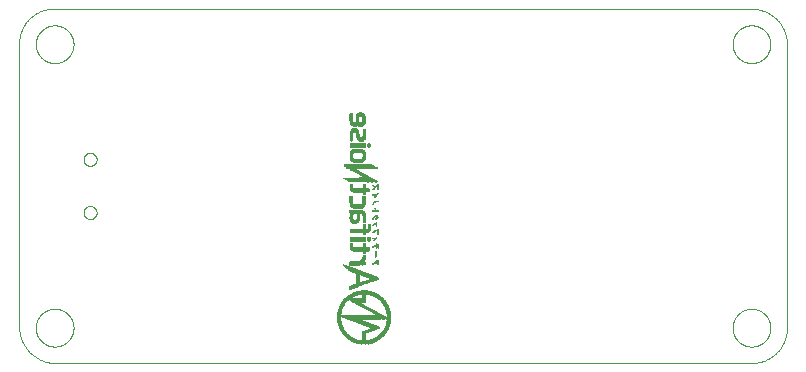
<source format=gbo>
G75*
%MOIN*%
%OFA0B0*%
%FSLAX25Y25*%
%IPPOS*%
%LPD*%
%AMOC8*
5,1,8,0,0,1.08239X$1,22.5*
%
%ADD10C,0.00000*%
%ADD11R,0.00039X0.00039*%
%ADD12R,0.00039X0.00827*%
%ADD13R,0.00039X0.02008*%
%ADD14R,0.00039X0.00118*%
%ADD15R,0.00039X0.03110*%
%ADD16R,0.00039X0.03898*%
%ADD17R,0.00039X0.04528*%
%ADD18R,0.00039X0.04843*%
%ADD19R,0.00039X0.05079*%
%ADD20R,0.00039X0.05630*%
%ADD21R,0.00039X0.06102*%
%ADD22R,0.00039X0.06496*%
%ADD23R,0.00039X0.06654*%
%ADD24R,0.00039X0.06890*%
%ADD25R,0.00039X0.07283*%
%ADD26R,0.00039X0.07598*%
%ADD27R,0.00039X0.07913*%
%ADD28R,0.00039X0.07992*%
%ADD29R,0.00039X0.08228*%
%ADD30R,0.00039X0.03346*%
%ADD31R,0.00039X0.00276*%
%ADD32R,0.00039X0.02874*%
%ADD33R,0.00039X0.00354*%
%ADD34R,0.00039X0.02953*%
%ADD35R,0.00039X0.02717*%
%ADD36R,0.00039X0.00433*%
%ADD37R,0.00039X0.02559*%
%ADD38R,0.00039X0.00472*%
%ADD39R,0.00039X0.02638*%
%ADD40R,0.00039X0.02480*%
%ADD41R,0.00039X0.02323*%
%ADD42R,0.00039X0.00512*%
%ADD43R,0.00039X0.02402*%
%ADD44R,0.00039X0.02244*%
%ADD45R,0.00039X0.00591*%
%ADD46R,0.00039X0.02165*%
%ADD47R,0.00039X0.00669*%
%ADD48R,0.00039X0.02126*%
%ADD49R,0.00039X0.00748*%
%ADD50R,0.00039X0.02087*%
%ADD51R,0.00039X0.01969*%
%ADD52R,0.00039X0.01929*%
%ADD53R,0.00039X0.00079*%
%ADD54R,0.00039X0.01850*%
%ADD55R,0.00039X0.01772*%
%ADD56R,0.00039X0.01811*%
%ADD57R,0.00039X0.01693*%
%ADD58R,0.00039X0.00157*%
%ADD59R,0.00039X0.01732*%
%ADD60R,0.00039X0.00197*%
%ADD61R,0.00039X0.01654*%
%ADD62R,0.00039X0.00551*%
%ADD63R,0.00039X0.01614*%
%ADD64R,0.00039X0.00866*%
%ADD65R,0.00039X0.00236*%
%ADD66R,0.00039X0.00906*%
%ADD67R,0.00039X0.01535*%
%ADD68R,0.00039X0.00630*%
%ADD69R,0.00039X0.00984*%
%ADD70R,0.00039X0.00945*%
%ADD71R,0.00039X0.01575*%
%ADD72R,0.00039X0.00709*%
%ADD73R,0.00039X0.01496*%
%ADD74R,0.00039X0.01457*%
%ADD75R,0.00039X0.00787*%
%ADD76R,0.00039X0.01063*%
%ADD77R,0.00039X0.01378*%
%ADD78R,0.00039X0.01417*%
%ADD79R,0.00039X0.01102*%
%ADD80R,0.00039X0.01142*%
%ADD81R,0.00039X0.01024*%
%ADD82R,0.00039X0.01299*%
%ADD83R,0.00039X0.01220*%
%ADD84R,0.00039X0.01339*%
%ADD85R,0.00039X0.01181*%
%ADD86R,0.00039X0.01260*%
%ADD87R,0.00039X0.02362*%
%ADD88R,0.00039X0.02677*%
%ADD89R,0.00039X0.03031*%
%ADD90R,0.00039X0.02913*%
%ADD91R,0.00039X0.03189*%
%ADD92R,0.00039X0.03268*%
%ADD93R,0.00039X0.03071*%
%ADD94R,0.00039X0.02795*%
%ADD95R,0.00039X0.03425*%
%ADD96R,0.00039X0.02047*%
%ADD97R,0.00039X0.03386*%
%ADD98R,0.00039X0.03504*%
%ADD99R,0.00039X0.02205*%
%ADD100R,0.00039X0.03819*%
%ADD101R,0.00039X0.03307*%
%ADD102R,0.00039X0.03583*%
%ADD103R,0.00039X0.02283*%
%ADD104R,0.00039X0.03465*%
%ADD105R,0.00039X0.03661*%
%ADD106R,0.00039X0.03976*%
%ADD107R,0.00039X0.03740*%
%ADD108R,0.00039X0.04055*%
%ADD109R,0.00039X0.03780*%
%ADD110R,0.00039X0.02441*%
%ADD111R,0.00039X0.03543*%
%ADD112R,0.00039X0.03858*%
%ADD113R,0.00039X0.04134*%
%ADD114R,0.00039X0.04016*%
%ADD115R,0.00039X0.01890*%
%ADD116R,0.00039X0.04488*%
%ADD117R,0.00039X0.04449*%
%ADD118R,0.00039X0.04409*%
%ADD119R,0.00039X0.04370*%
%ADD120R,0.00039X0.02992*%
%ADD121R,0.00039X0.04331*%
%ADD122R,0.00039X0.04094*%
%ADD123R,0.00039X0.04252*%
%ADD124R,0.00039X0.04213*%
%ADD125R,0.00039X0.04173*%
%ADD126R,0.00039X0.03622*%
%ADD127R,0.00039X0.03701*%
%ADD128R,0.00039X0.03937*%
%ADD129R,0.00039X0.04291*%
%ADD130R,0.00039X0.00315*%
%ADD131R,0.00039X0.00394*%
%ADD132R,0.00039X0.08386*%
%ADD133R,0.00039X0.08071*%
%ADD134R,0.00039X0.07835*%
%ADD135R,0.00039X0.07441*%
%ADD136R,0.00039X0.07126*%
%ADD137R,0.00039X0.06811*%
%ADD138R,0.00039X0.06732*%
%ADD139R,0.00039X0.06339*%
%ADD140R,0.00039X0.05866*%
%ADD141R,0.00039X0.05472*%
%ADD142R,0.00039X0.04921*%
D10*
X0047707Y0015186D02*
X0047707Y0109674D01*
X0047720Y0109949D01*
X0047739Y0110225D01*
X0047765Y0110500D01*
X0047798Y0110774D01*
X0047837Y0111047D01*
X0047883Y0111319D01*
X0047936Y0111590D01*
X0047995Y0111860D01*
X0048061Y0112128D01*
X0048133Y0112395D01*
X0048211Y0112659D01*
X0048296Y0112922D01*
X0048387Y0113183D01*
X0048485Y0113441D01*
X0048588Y0113697D01*
X0048698Y0113950D01*
X0048814Y0114201D01*
X0048936Y0114448D01*
X0049064Y0114693D01*
X0049198Y0114934D01*
X0049337Y0115173D01*
X0049482Y0115407D01*
X0049633Y0115639D01*
X0049790Y0115866D01*
X0049951Y0116090D01*
X0050119Y0116309D01*
X0050291Y0116525D01*
X0050469Y0116736D01*
X0050652Y0116943D01*
X0050839Y0117146D01*
X0051032Y0117344D01*
X0051229Y0117537D01*
X0051431Y0117725D01*
X0051637Y0117909D01*
X0051848Y0118087D01*
X0052063Y0118260D01*
X0052282Y0118428D01*
X0052505Y0118591D01*
X0052732Y0118748D01*
X0052962Y0118900D01*
X0053197Y0119046D01*
X0053434Y0119186D01*
X0053675Y0119321D01*
X0053920Y0119450D01*
X0054167Y0119572D01*
X0054417Y0119689D01*
X0054670Y0119800D01*
X0054925Y0119904D01*
X0055183Y0120003D01*
X0055444Y0120095D01*
X0055706Y0120181D01*
X0055970Y0120260D01*
X0056237Y0120333D01*
X0056504Y0120400D01*
X0056774Y0120460D01*
X0057045Y0120513D01*
X0057317Y0120560D01*
X0057590Y0120601D01*
X0057864Y0120634D01*
X0058139Y0120661D01*
X0058414Y0120682D01*
X0058690Y0120696D01*
X0058966Y0120703D01*
X0059242Y0120703D01*
X0059518Y0120697D01*
X0059518Y0120698D02*
X0291801Y0120698D01*
X0285502Y0108887D02*
X0285504Y0109045D01*
X0285510Y0109203D01*
X0285520Y0109361D01*
X0285534Y0109519D01*
X0285552Y0109676D01*
X0285573Y0109833D01*
X0285599Y0109989D01*
X0285629Y0110145D01*
X0285662Y0110300D01*
X0285700Y0110453D01*
X0285741Y0110606D01*
X0285786Y0110758D01*
X0285835Y0110909D01*
X0285888Y0111058D01*
X0285944Y0111206D01*
X0286004Y0111352D01*
X0286068Y0111497D01*
X0286136Y0111640D01*
X0286207Y0111782D01*
X0286281Y0111922D01*
X0286359Y0112059D01*
X0286441Y0112195D01*
X0286525Y0112329D01*
X0286614Y0112460D01*
X0286705Y0112589D01*
X0286800Y0112716D01*
X0286897Y0112841D01*
X0286998Y0112963D01*
X0287102Y0113082D01*
X0287209Y0113199D01*
X0287319Y0113313D01*
X0287432Y0113424D01*
X0287547Y0113533D01*
X0287665Y0113638D01*
X0287786Y0113740D01*
X0287909Y0113840D01*
X0288035Y0113936D01*
X0288163Y0114029D01*
X0288293Y0114119D01*
X0288426Y0114205D01*
X0288561Y0114289D01*
X0288697Y0114368D01*
X0288836Y0114445D01*
X0288977Y0114517D01*
X0289119Y0114587D01*
X0289263Y0114652D01*
X0289409Y0114714D01*
X0289556Y0114772D01*
X0289705Y0114827D01*
X0289855Y0114878D01*
X0290006Y0114925D01*
X0290158Y0114968D01*
X0290311Y0115007D01*
X0290466Y0115043D01*
X0290621Y0115074D01*
X0290777Y0115102D01*
X0290933Y0115126D01*
X0291090Y0115146D01*
X0291248Y0115162D01*
X0291405Y0115174D01*
X0291564Y0115182D01*
X0291722Y0115186D01*
X0291880Y0115186D01*
X0292038Y0115182D01*
X0292197Y0115174D01*
X0292354Y0115162D01*
X0292512Y0115146D01*
X0292669Y0115126D01*
X0292825Y0115102D01*
X0292981Y0115074D01*
X0293136Y0115043D01*
X0293291Y0115007D01*
X0293444Y0114968D01*
X0293596Y0114925D01*
X0293747Y0114878D01*
X0293897Y0114827D01*
X0294046Y0114772D01*
X0294193Y0114714D01*
X0294339Y0114652D01*
X0294483Y0114587D01*
X0294625Y0114517D01*
X0294766Y0114445D01*
X0294905Y0114368D01*
X0295041Y0114289D01*
X0295176Y0114205D01*
X0295309Y0114119D01*
X0295439Y0114029D01*
X0295567Y0113936D01*
X0295693Y0113840D01*
X0295816Y0113740D01*
X0295937Y0113638D01*
X0296055Y0113533D01*
X0296170Y0113424D01*
X0296283Y0113313D01*
X0296393Y0113199D01*
X0296500Y0113082D01*
X0296604Y0112963D01*
X0296705Y0112841D01*
X0296802Y0112716D01*
X0296897Y0112589D01*
X0296988Y0112460D01*
X0297077Y0112329D01*
X0297161Y0112195D01*
X0297243Y0112059D01*
X0297321Y0111922D01*
X0297395Y0111782D01*
X0297466Y0111640D01*
X0297534Y0111497D01*
X0297598Y0111352D01*
X0297658Y0111206D01*
X0297714Y0111058D01*
X0297767Y0110909D01*
X0297816Y0110758D01*
X0297861Y0110606D01*
X0297902Y0110453D01*
X0297940Y0110300D01*
X0297973Y0110145D01*
X0298003Y0109989D01*
X0298029Y0109833D01*
X0298050Y0109676D01*
X0298068Y0109519D01*
X0298082Y0109361D01*
X0298092Y0109203D01*
X0298098Y0109045D01*
X0298100Y0108887D01*
X0298098Y0108729D01*
X0298092Y0108571D01*
X0298082Y0108413D01*
X0298068Y0108255D01*
X0298050Y0108098D01*
X0298029Y0107941D01*
X0298003Y0107785D01*
X0297973Y0107629D01*
X0297940Y0107474D01*
X0297902Y0107321D01*
X0297861Y0107168D01*
X0297816Y0107016D01*
X0297767Y0106865D01*
X0297714Y0106716D01*
X0297658Y0106568D01*
X0297598Y0106422D01*
X0297534Y0106277D01*
X0297466Y0106134D01*
X0297395Y0105992D01*
X0297321Y0105852D01*
X0297243Y0105715D01*
X0297161Y0105579D01*
X0297077Y0105445D01*
X0296988Y0105314D01*
X0296897Y0105185D01*
X0296802Y0105058D01*
X0296705Y0104933D01*
X0296604Y0104811D01*
X0296500Y0104692D01*
X0296393Y0104575D01*
X0296283Y0104461D01*
X0296170Y0104350D01*
X0296055Y0104241D01*
X0295937Y0104136D01*
X0295816Y0104034D01*
X0295693Y0103934D01*
X0295567Y0103838D01*
X0295439Y0103745D01*
X0295309Y0103655D01*
X0295176Y0103569D01*
X0295041Y0103485D01*
X0294905Y0103406D01*
X0294766Y0103329D01*
X0294625Y0103257D01*
X0294483Y0103187D01*
X0294339Y0103122D01*
X0294193Y0103060D01*
X0294046Y0103002D01*
X0293897Y0102947D01*
X0293747Y0102896D01*
X0293596Y0102849D01*
X0293444Y0102806D01*
X0293291Y0102767D01*
X0293136Y0102731D01*
X0292981Y0102700D01*
X0292825Y0102672D01*
X0292669Y0102648D01*
X0292512Y0102628D01*
X0292354Y0102612D01*
X0292197Y0102600D01*
X0292038Y0102592D01*
X0291880Y0102588D01*
X0291722Y0102588D01*
X0291564Y0102592D01*
X0291405Y0102600D01*
X0291248Y0102612D01*
X0291090Y0102628D01*
X0290933Y0102648D01*
X0290777Y0102672D01*
X0290621Y0102700D01*
X0290466Y0102731D01*
X0290311Y0102767D01*
X0290158Y0102806D01*
X0290006Y0102849D01*
X0289855Y0102896D01*
X0289705Y0102947D01*
X0289556Y0103002D01*
X0289409Y0103060D01*
X0289263Y0103122D01*
X0289119Y0103187D01*
X0288977Y0103257D01*
X0288836Y0103329D01*
X0288697Y0103406D01*
X0288561Y0103485D01*
X0288426Y0103569D01*
X0288293Y0103655D01*
X0288163Y0103745D01*
X0288035Y0103838D01*
X0287909Y0103934D01*
X0287786Y0104034D01*
X0287665Y0104136D01*
X0287547Y0104241D01*
X0287432Y0104350D01*
X0287319Y0104461D01*
X0287209Y0104575D01*
X0287102Y0104692D01*
X0286998Y0104811D01*
X0286897Y0104933D01*
X0286800Y0105058D01*
X0286705Y0105185D01*
X0286614Y0105314D01*
X0286525Y0105445D01*
X0286441Y0105579D01*
X0286359Y0105715D01*
X0286281Y0105852D01*
X0286207Y0105992D01*
X0286136Y0106134D01*
X0286068Y0106277D01*
X0286004Y0106422D01*
X0285944Y0106568D01*
X0285888Y0106716D01*
X0285835Y0106865D01*
X0285786Y0107016D01*
X0285741Y0107168D01*
X0285700Y0107321D01*
X0285662Y0107474D01*
X0285629Y0107629D01*
X0285599Y0107785D01*
X0285573Y0107941D01*
X0285552Y0108098D01*
X0285534Y0108255D01*
X0285520Y0108413D01*
X0285510Y0108571D01*
X0285504Y0108729D01*
X0285502Y0108887D01*
X0291801Y0120698D02*
X0292086Y0120695D01*
X0292372Y0120684D01*
X0292657Y0120667D01*
X0292941Y0120643D01*
X0293225Y0120612D01*
X0293508Y0120574D01*
X0293789Y0120529D01*
X0294070Y0120478D01*
X0294350Y0120420D01*
X0294628Y0120355D01*
X0294904Y0120283D01*
X0295178Y0120205D01*
X0295451Y0120120D01*
X0295721Y0120028D01*
X0295989Y0119930D01*
X0296255Y0119826D01*
X0296518Y0119715D01*
X0296778Y0119598D01*
X0297036Y0119475D01*
X0297290Y0119345D01*
X0297541Y0119209D01*
X0297789Y0119068D01*
X0298033Y0118920D01*
X0298274Y0118767D01*
X0298510Y0118607D01*
X0298743Y0118442D01*
X0298972Y0118272D01*
X0299197Y0118096D01*
X0299417Y0117914D01*
X0299633Y0117728D01*
X0299844Y0117536D01*
X0300051Y0117339D01*
X0300253Y0117137D01*
X0300450Y0116930D01*
X0300642Y0116719D01*
X0300828Y0116503D01*
X0301010Y0116283D01*
X0301186Y0116058D01*
X0301356Y0115829D01*
X0301521Y0115596D01*
X0301681Y0115360D01*
X0301834Y0115119D01*
X0301982Y0114875D01*
X0302123Y0114627D01*
X0302259Y0114376D01*
X0302389Y0114122D01*
X0302512Y0113864D01*
X0302629Y0113604D01*
X0302740Y0113341D01*
X0302844Y0113075D01*
X0302942Y0112807D01*
X0303034Y0112537D01*
X0303119Y0112264D01*
X0303197Y0111990D01*
X0303269Y0111714D01*
X0303334Y0111436D01*
X0303392Y0111156D01*
X0303443Y0110875D01*
X0303488Y0110594D01*
X0303526Y0110311D01*
X0303557Y0110027D01*
X0303581Y0109743D01*
X0303598Y0109458D01*
X0303609Y0109172D01*
X0303612Y0108887D01*
X0303612Y0014398D01*
X0285502Y0014398D02*
X0285504Y0014556D01*
X0285510Y0014714D01*
X0285520Y0014872D01*
X0285534Y0015030D01*
X0285552Y0015187D01*
X0285573Y0015344D01*
X0285599Y0015500D01*
X0285629Y0015656D01*
X0285662Y0015811D01*
X0285700Y0015964D01*
X0285741Y0016117D01*
X0285786Y0016269D01*
X0285835Y0016420D01*
X0285888Y0016569D01*
X0285944Y0016717D01*
X0286004Y0016863D01*
X0286068Y0017008D01*
X0286136Y0017151D01*
X0286207Y0017293D01*
X0286281Y0017433D01*
X0286359Y0017570D01*
X0286441Y0017706D01*
X0286525Y0017840D01*
X0286614Y0017971D01*
X0286705Y0018100D01*
X0286800Y0018227D01*
X0286897Y0018352D01*
X0286998Y0018474D01*
X0287102Y0018593D01*
X0287209Y0018710D01*
X0287319Y0018824D01*
X0287432Y0018935D01*
X0287547Y0019044D01*
X0287665Y0019149D01*
X0287786Y0019251D01*
X0287909Y0019351D01*
X0288035Y0019447D01*
X0288163Y0019540D01*
X0288293Y0019630D01*
X0288426Y0019716D01*
X0288561Y0019800D01*
X0288697Y0019879D01*
X0288836Y0019956D01*
X0288977Y0020028D01*
X0289119Y0020098D01*
X0289263Y0020163D01*
X0289409Y0020225D01*
X0289556Y0020283D01*
X0289705Y0020338D01*
X0289855Y0020389D01*
X0290006Y0020436D01*
X0290158Y0020479D01*
X0290311Y0020518D01*
X0290466Y0020554D01*
X0290621Y0020585D01*
X0290777Y0020613D01*
X0290933Y0020637D01*
X0291090Y0020657D01*
X0291248Y0020673D01*
X0291405Y0020685D01*
X0291564Y0020693D01*
X0291722Y0020697D01*
X0291880Y0020697D01*
X0292038Y0020693D01*
X0292197Y0020685D01*
X0292354Y0020673D01*
X0292512Y0020657D01*
X0292669Y0020637D01*
X0292825Y0020613D01*
X0292981Y0020585D01*
X0293136Y0020554D01*
X0293291Y0020518D01*
X0293444Y0020479D01*
X0293596Y0020436D01*
X0293747Y0020389D01*
X0293897Y0020338D01*
X0294046Y0020283D01*
X0294193Y0020225D01*
X0294339Y0020163D01*
X0294483Y0020098D01*
X0294625Y0020028D01*
X0294766Y0019956D01*
X0294905Y0019879D01*
X0295041Y0019800D01*
X0295176Y0019716D01*
X0295309Y0019630D01*
X0295439Y0019540D01*
X0295567Y0019447D01*
X0295693Y0019351D01*
X0295816Y0019251D01*
X0295937Y0019149D01*
X0296055Y0019044D01*
X0296170Y0018935D01*
X0296283Y0018824D01*
X0296393Y0018710D01*
X0296500Y0018593D01*
X0296604Y0018474D01*
X0296705Y0018352D01*
X0296802Y0018227D01*
X0296897Y0018100D01*
X0296988Y0017971D01*
X0297077Y0017840D01*
X0297161Y0017706D01*
X0297243Y0017570D01*
X0297321Y0017433D01*
X0297395Y0017293D01*
X0297466Y0017151D01*
X0297534Y0017008D01*
X0297598Y0016863D01*
X0297658Y0016717D01*
X0297714Y0016569D01*
X0297767Y0016420D01*
X0297816Y0016269D01*
X0297861Y0016117D01*
X0297902Y0015964D01*
X0297940Y0015811D01*
X0297973Y0015656D01*
X0298003Y0015500D01*
X0298029Y0015344D01*
X0298050Y0015187D01*
X0298068Y0015030D01*
X0298082Y0014872D01*
X0298092Y0014714D01*
X0298098Y0014556D01*
X0298100Y0014398D01*
X0298098Y0014240D01*
X0298092Y0014082D01*
X0298082Y0013924D01*
X0298068Y0013766D01*
X0298050Y0013609D01*
X0298029Y0013452D01*
X0298003Y0013296D01*
X0297973Y0013140D01*
X0297940Y0012985D01*
X0297902Y0012832D01*
X0297861Y0012679D01*
X0297816Y0012527D01*
X0297767Y0012376D01*
X0297714Y0012227D01*
X0297658Y0012079D01*
X0297598Y0011933D01*
X0297534Y0011788D01*
X0297466Y0011645D01*
X0297395Y0011503D01*
X0297321Y0011363D01*
X0297243Y0011226D01*
X0297161Y0011090D01*
X0297077Y0010956D01*
X0296988Y0010825D01*
X0296897Y0010696D01*
X0296802Y0010569D01*
X0296705Y0010444D01*
X0296604Y0010322D01*
X0296500Y0010203D01*
X0296393Y0010086D01*
X0296283Y0009972D01*
X0296170Y0009861D01*
X0296055Y0009752D01*
X0295937Y0009647D01*
X0295816Y0009545D01*
X0295693Y0009445D01*
X0295567Y0009349D01*
X0295439Y0009256D01*
X0295309Y0009166D01*
X0295176Y0009080D01*
X0295041Y0008996D01*
X0294905Y0008917D01*
X0294766Y0008840D01*
X0294625Y0008768D01*
X0294483Y0008698D01*
X0294339Y0008633D01*
X0294193Y0008571D01*
X0294046Y0008513D01*
X0293897Y0008458D01*
X0293747Y0008407D01*
X0293596Y0008360D01*
X0293444Y0008317D01*
X0293291Y0008278D01*
X0293136Y0008242D01*
X0292981Y0008211D01*
X0292825Y0008183D01*
X0292669Y0008159D01*
X0292512Y0008139D01*
X0292354Y0008123D01*
X0292197Y0008111D01*
X0292038Y0008103D01*
X0291880Y0008099D01*
X0291722Y0008099D01*
X0291564Y0008103D01*
X0291405Y0008111D01*
X0291248Y0008123D01*
X0291090Y0008139D01*
X0290933Y0008159D01*
X0290777Y0008183D01*
X0290621Y0008211D01*
X0290466Y0008242D01*
X0290311Y0008278D01*
X0290158Y0008317D01*
X0290006Y0008360D01*
X0289855Y0008407D01*
X0289705Y0008458D01*
X0289556Y0008513D01*
X0289409Y0008571D01*
X0289263Y0008633D01*
X0289119Y0008698D01*
X0288977Y0008768D01*
X0288836Y0008840D01*
X0288697Y0008917D01*
X0288561Y0008996D01*
X0288426Y0009080D01*
X0288293Y0009166D01*
X0288163Y0009256D01*
X0288035Y0009349D01*
X0287909Y0009445D01*
X0287786Y0009545D01*
X0287665Y0009647D01*
X0287547Y0009752D01*
X0287432Y0009861D01*
X0287319Y0009972D01*
X0287209Y0010086D01*
X0287102Y0010203D01*
X0286998Y0010322D01*
X0286897Y0010444D01*
X0286800Y0010569D01*
X0286705Y0010696D01*
X0286614Y0010825D01*
X0286525Y0010956D01*
X0286441Y0011090D01*
X0286359Y0011226D01*
X0286281Y0011363D01*
X0286207Y0011503D01*
X0286136Y0011645D01*
X0286068Y0011788D01*
X0286004Y0011933D01*
X0285944Y0012079D01*
X0285888Y0012227D01*
X0285835Y0012376D01*
X0285786Y0012527D01*
X0285741Y0012679D01*
X0285700Y0012832D01*
X0285662Y0012985D01*
X0285629Y0013140D01*
X0285599Y0013296D01*
X0285573Y0013452D01*
X0285552Y0013609D01*
X0285534Y0013766D01*
X0285520Y0013924D01*
X0285510Y0014082D01*
X0285504Y0014240D01*
X0285502Y0014398D01*
X0291801Y0002587D02*
X0292086Y0002590D01*
X0292372Y0002601D01*
X0292657Y0002618D01*
X0292941Y0002642D01*
X0293225Y0002673D01*
X0293508Y0002711D01*
X0293789Y0002756D01*
X0294070Y0002807D01*
X0294350Y0002865D01*
X0294628Y0002930D01*
X0294904Y0003002D01*
X0295178Y0003080D01*
X0295451Y0003165D01*
X0295721Y0003257D01*
X0295989Y0003355D01*
X0296255Y0003459D01*
X0296518Y0003570D01*
X0296778Y0003687D01*
X0297036Y0003810D01*
X0297290Y0003940D01*
X0297541Y0004076D01*
X0297789Y0004217D01*
X0298033Y0004365D01*
X0298274Y0004518D01*
X0298510Y0004678D01*
X0298743Y0004843D01*
X0298972Y0005013D01*
X0299197Y0005189D01*
X0299417Y0005371D01*
X0299633Y0005557D01*
X0299844Y0005749D01*
X0300051Y0005946D01*
X0300253Y0006148D01*
X0300450Y0006355D01*
X0300642Y0006566D01*
X0300828Y0006782D01*
X0301010Y0007002D01*
X0301186Y0007227D01*
X0301356Y0007456D01*
X0301521Y0007689D01*
X0301681Y0007925D01*
X0301834Y0008166D01*
X0301982Y0008410D01*
X0302123Y0008658D01*
X0302259Y0008909D01*
X0302389Y0009163D01*
X0302512Y0009421D01*
X0302629Y0009681D01*
X0302740Y0009944D01*
X0302844Y0010210D01*
X0302942Y0010478D01*
X0303034Y0010748D01*
X0303119Y0011021D01*
X0303197Y0011295D01*
X0303269Y0011571D01*
X0303334Y0011849D01*
X0303392Y0012129D01*
X0303443Y0012410D01*
X0303488Y0012691D01*
X0303526Y0012974D01*
X0303557Y0013258D01*
X0303581Y0013542D01*
X0303598Y0013827D01*
X0303609Y0014113D01*
X0303612Y0014398D01*
X0291801Y0002587D02*
X0059518Y0002587D01*
X0053219Y0014398D02*
X0053221Y0014556D01*
X0053227Y0014714D01*
X0053237Y0014872D01*
X0053251Y0015030D01*
X0053269Y0015187D01*
X0053290Y0015344D01*
X0053316Y0015500D01*
X0053346Y0015656D01*
X0053379Y0015811D01*
X0053417Y0015964D01*
X0053458Y0016117D01*
X0053503Y0016269D01*
X0053552Y0016420D01*
X0053605Y0016569D01*
X0053661Y0016717D01*
X0053721Y0016863D01*
X0053785Y0017008D01*
X0053853Y0017151D01*
X0053924Y0017293D01*
X0053998Y0017433D01*
X0054076Y0017570D01*
X0054158Y0017706D01*
X0054242Y0017840D01*
X0054331Y0017971D01*
X0054422Y0018100D01*
X0054517Y0018227D01*
X0054614Y0018352D01*
X0054715Y0018474D01*
X0054819Y0018593D01*
X0054926Y0018710D01*
X0055036Y0018824D01*
X0055149Y0018935D01*
X0055264Y0019044D01*
X0055382Y0019149D01*
X0055503Y0019251D01*
X0055626Y0019351D01*
X0055752Y0019447D01*
X0055880Y0019540D01*
X0056010Y0019630D01*
X0056143Y0019716D01*
X0056278Y0019800D01*
X0056414Y0019879D01*
X0056553Y0019956D01*
X0056694Y0020028D01*
X0056836Y0020098D01*
X0056980Y0020163D01*
X0057126Y0020225D01*
X0057273Y0020283D01*
X0057422Y0020338D01*
X0057572Y0020389D01*
X0057723Y0020436D01*
X0057875Y0020479D01*
X0058028Y0020518D01*
X0058183Y0020554D01*
X0058338Y0020585D01*
X0058494Y0020613D01*
X0058650Y0020637D01*
X0058807Y0020657D01*
X0058965Y0020673D01*
X0059122Y0020685D01*
X0059281Y0020693D01*
X0059439Y0020697D01*
X0059597Y0020697D01*
X0059755Y0020693D01*
X0059914Y0020685D01*
X0060071Y0020673D01*
X0060229Y0020657D01*
X0060386Y0020637D01*
X0060542Y0020613D01*
X0060698Y0020585D01*
X0060853Y0020554D01*
X0061008Y0020518D01*
X0061161Y0020479D01*
X0061313Y0020436D01*
X0061464Y0020389D01*
X0061614Y0020338D01*
X0061763Y0020283D01*
X0061910Y0020225D01*
X0062056Y0020163D01*
X0062200Y0020098D01*
X0062342Y0020028D01*
X0062483Y0019956D01*
X0062622Y0019879D01*
X0062758Y0019800D01*
X0062893Y0019716D01*
X0063026Y0019630D01*
X0063156Y0019540D01*
X0063284Y0019447D01*
X0063410Y0019351D01*
X0063533Y0019251D01*
X0063654Y0019149D01*
X0063772Y0019044D01*
X0063887Y0018935D01*
X0064000Y0018824D01*
X0064110Y0018710D01*
X0064217Y0018593D01*
X0064321Y0018474D01*
X0064422Y0018352D01*
X0064519Y0018227D01*
X0064614Y0018100D01*
X0064705Y0017971D01*
X0064794Y0017840D01*
X0064878Y0017706D01*
X0064960Y0017570D01*
X0065038Y0017433D01*
X0065112Y0017293D01*
X0065183Y0017151D01*
X0065251Y0017008D01*
X0065315Y0016863D01*
X0065375Y0016717D01*
X0065431Y0016569D01*
X0065484Y0016420D01*
X0065533Y0016269D01*
X0065578Y0016117D01*
X0065619Y0015964D01*
X0065657Y0015811D01*
X0065690Y0015656D01*
X0065720Y0015500D01*
X0065746Y0015344D01*
X0065767Y0015187D01*
X0065785Y0015030D01*
X0065799Y0014872D01*
X0065809Y0014714D01*
X0065815Y0014556D01*
X0065817Y0014398D01*
X0065815Y0014240D01*
X0065809Y0014082D01*
X0065799Y0013924D01*
X0065785Y0013766D01*
X0065767Y0013609D01*
X0065746Y0013452D01*
X0065720Y0013296D01*
X0065690Y0013140D01*
X0065657Y0012985D01*
X0065619Y0012832D01*
X0065578Y0012679D01*
X0065533Y0012527D01*
X0065484Y0012376D01*
X0065431Y0012227D01*
X0065375Y0012079D01*
X0065315Y0011933D01*
X0065251Y0011788D01*
X0065183Y0011645D01*
X0065112Y0011503D01*
X0065038Y0011363D01*
X0064960Y0011226D01*
X0064878Y0011090D01*
X0064794Y0010956D01*
X0064705Y0010825D01*
X0064614Y0010696D01*
X0064519Y0010569D01*
X0064422Y0010444D01*
X0064321Y0010322D01*
X0064217Y0010203D01*
X0064110Y0010086D01*
X0064000Y0009972D01*
X0063887Y0009861D01*
X0063772Y0009752D01*
X0063654Y0009647D01*
X0063533Y0009545D01*
X0063410Y0009445D01*
X0063284Y0009349D01*
X0063156Y0009256D01*
X0063026Y0009166D01*
X0062893Y0009080D01*
X0062758Y0008996D01*
X0062622Y0008917D01*
X0062483Y0008840D01*
X0062342Y0008768D01*
X0062200Y0008698D01*
X0062056Y0008633D01*
X0061910Y0008571D01*
X0061763Y0008513D01*
X0061614Y0008458D01*
X0061464Y0008407D01*
X0061313Y0008360D01*
X0061161Y0008317D01*
X0061008Y0008278D01*
X0060853Y0008242D01*
X0060698Y0008211D01*
X0060542Y0008183D01*
X0060386Y0008159D01*
X0060229Y0008139D01*
X0060071Y0008123D01*
X0059914Y0008111D01*
X0059755Y0008103D01*
X0059597Y0008099D01*
X0059439Y0008099D01*
X0059281Y0008103D01*
X0059122Y0008111D01*
X0058965Y0008123D01*
X0058807Y0008139D01*
X0058650Y0008159D01*
X0058494Y0008183D01*
X0058338Y0008211D01*
X0058183Y0008242D01*
X0058028Y0008278D01*
X0057875Y0008317D01*
X0057723Y0008360D01*
X0057572Y0008407D01*
X0057422Y0008458D01*
X0057273Y0008513D01*
X0057126Y0008571D01*
X0056980Y0008633D01*
X0056836Y0008698D01*
X0056694Y0008768D01*
X0056553Y0008840D01*
X0056414Y0008917D01*
X0056278Y0008996D01*
X0056143Y0009080D01*
X0056010Y0009166D01*
X0055880Y0009256D01*
X0055752Y0009349D01*
X0055626Y0009445D01*
X0055503Y0009545D01*
X0055382Y0009647D01*
X0055264Y0009752D01*
X0055149Y0009861D01*
X0055036Y0009972D01*
X0054926Y0010086D01*
X0054819Y0010203D01*
X0054715Y0010322D01*
X0054614Y0010444D01*
X0054517Y0010569D01*
X0054422Y0010696D01*
X0054331Y0010825D01*
X0054242Y0010956D01*
X0054158Y0011090D01*
X0054076Y0011226D01*
X0053998Y0011363D01*
X0053924Y0011503D01*
X0053853Y0011645D01*
X0053785Y0011788D01*
X0053721Y0011933D01*
X0053661Y0012079D01*
X0053605Y0012227D01*
X0053552Y0012376D01*
X0053503Y0012527D01*
X0053458Y0012679D01*
X0053417Y0012832D01*
X0053379Y0012985D01*
X0053346Y0013140D01*
X0053316Y0013296D01*
X0053290Y0013452D01*
X0053269Y0013609D01*
X0053251Y0013766D01*
X0053237Y0013924D01*
X0053227Y0014082D01*
X0053221Y0014240D01*
X0053219Y0014398D01*
X0047706Y0015186D02*
X0047700Y0014891D01*
X0047702Y0014596D01*
X0047710Y0014301D01*
X0047725Y0014006D01*
X0047748Y0013712D01*
X0047778Y0013418D01*
X0047814Y0013125D01*
X0047858Y0012834D01*
X0047909Y0012543D01*
X0047967Y0012253D01*
X0048032Y0011966D01*
X0048103Y0011679D01*
X0048182Y0011395D01*
X0048268Y0011113D01*
X0048360Y0010832D01*
X0048459Y0010554D01*
X0048565Y0010279D01*
X0048677Y0010006D01*
X0048796Y0009736D01*
X0048921Y0009469D01*
X0049053Y0009205D01*
X0049191Y0008944D01*
X0049336Y0008687D01*
X0049486Y0008433D01*
X0049643Y0008183D01*
X0049806Y0007937D01*
X0049974Y0007695D01*
X0050149Y0007457D01*
X0050329Y0007223D01*
X0050515Y0006994D01*
X0050706Y0006769D01*
X0050902Y0006549D01*
X0051104Y0006333D01*
X0051311Y0006123D01*
X0051523Y0005918D01*
X0051740Y0005718D01*
X0051962Y0005523D01*
X0052188Y0005333D01*
X0052419Y0005150D01*
X0052654Y0004971D01*
X0052893Y0004799D01*
X0053137Y0004632D01*
X0053384Y0004472D01*
X0053636Y0004317D01*
X0053891Y0004168D01*
X0054149Y0004026D01*
X0054411Y0003890D01*
X0054676Y0003760D01*
X0054944Y0003637D01*
X0055215Y0003520D01*
X0055489Y0003410D01*
X0055765Y0003306D01*
X0056044Y0003210D01*
X0056325Y0003119D01*
X0056608Y0003036D01*
X0056893Y0002960D01*
X0057180Y0002890D01*
X0057468Y0002828D01*
X0057758Y0002772D01*
X0058049Y0002724D01*
X0058341Y0002682D01*
X0058634Y0002648D01*
X0058928Y0002621D01*
X0059223Y0002600D01*
X0059517Y0002587D01*
X0069164Y0052784D02*
X0069166Y0052877D01*
X0069172Y0052969D01*
X0069182Y0053061D01*
X0069196Y0053152D01*
X0069213Y0053243D01*
X0069235Y0053333D01*
X0069260Y0053422D01*
X0069289Y0053510D01*
X0069322Y0053596D01*
X0069359Y0053681D01*
X0069399Y0053765D01*
X0069443Y0053846D01*
X0069490Y0053926D01*
X0069540Y0054004D01*
X0069594Y0054079D01*
X0069651Y0054152D01*
X0069711Y0054222D01*
X0069774Y0054290D01*
X0069840Y0054355D01*
X0069908Y0054417D01*
X0069979Y0054477D01*
X0070053Y0054533D01*
X0070129Y0054586D01*
X0070207Y0054635D01*
X0070287Y0054682D01*
X0070369Y0054724D01*
X0070453Y0054764D01*
X0070538Y0054799D01*
X0070625Y0054831D01*
X0070713Y0054860D01*
X0070802Y0054884D01*
X0070892Y0054905D01*
X0070983Y0054921D01*
X0071075Y0054934D01*
X0071167Y0054943D01*
X0071260Y0054948D01*
X0071352Y0054949D01*
X0071445Y0054946D01*
X0071537Y0054939D01*
X0071629Y0054928D01*
X0071720Y0054913D01*
X0071811Y0054895D01*
X0071901Y0054872D01*
X0071989Y0054846D01*
X0072077Y0054816D01*
X0072163Y0054782D01*
X0072247Y0054745D01*
X0072330Y0054703D01*
X0072411Y0054659D01*
X0072491Y0054611D01*
X0072568Y0054560D01*
X0072642Y0054505D01*
X0072715Y0054447D01*
X0072785Y0054387D01*
X0072852Y0054323D01*
X0072916Y0054257D01*
X0072978Y0054187D01*
X0073036Y0054116D01*
X0073091Y0054042D01*
X0073143Y0053965D01*
X0073192Y0053886D01*
X0073238Y0053806D01*
X0073280Y0053723D01*
X0073318Y0053639D01*
X0073353Y0053553D01*
X0073384Y0053466D01*
X0073411Y0053378D01*
X0073434Y0053288D01*
X0073454Y0053198D01*
X0073470Y0053107D01*
X0073482Y0053015D01*
X0073490Y0052923D01*
X0073494Y0052830D01*
X0073494Y0052738D01*
X0073490Y0052645D01*
X0073482Y0052553D01*
X0073470Y0052461D01*
X0073454Y0052370D01*
X0073434Y0052280D01*
X0073411Y0052190D01*
X0073384Y0052102D01*
X0073353Y0052015D01*
X0073318Y0051929D01*
X0073280Y0051845D01*
X0073238Y0051762D01*
X0073192Y0051682D01*
X0073143Y0051603D01*
X0073091Y0051526D01*
X0073036Y0051452D01*
X0072978Y0051381D01*
X0072916Y0051311D01*
X0072852Y0051245D01*
X0072785Y0051181D01*
X0072715Y0051121D01*
X0072642Y0051063D01*
X0072568Y0051008D01*
X0072491Y0050957D01*
X0072412Y0050909D01*
X0072330Y0050865D01*
X0072247Y0050823D01*
X0072163Y0050786D01*
X0072077Y0050752D01*
X0071989Y0050722D01*
X0071901Y0050696D01*
X0071811Y0050673D01*
X0071720Y0050655D01*
X0071629Y0050640D01*
X0071537Y0050629D01*
X0071445Y0050622D01*
X0071352Y0050619D01*
X0071260Y0050620D01*
X0071167Y0050625D01*
X0071075Y0050634D01*
X0070983Y0050647D01*
X0070892Y0050663D01*
X0070802Y0050684D01*
X0070713Y0050708D01*
X0070625Y0050737D01*
X0070538Y0050769D01*
X0070453Y0050804D01*
X0070369Y0050844D01*
X0070287Y0050886D01*
X0070207Y0050933D01*
X0070129Y0050982D01*
X0070053Y0051035D01*
X0069979Y0051091D01*
X0069908Y0051151D01*
X0069840Y0051213D01*
X0069774Y0051278D01*
X0069711Y0051346D01*
X0069651Y0051416D01*
X0069594Y0051489D01*
X0069540Y0051564D01*
X0069490Y0051642D01*
X0069443Y0051722D01*
X0069399Y0051803D01*
X0069359Y0051887D01*
X0069322Y0051972D01*
X0069289Y0052058D01*
X0069260Y0052146D01*
X0069235Y0052235D01*
X0069213Y0052325D01*
X0069196Y0052416D01*
X0069182Y0052507D01*
X0069172Y0052599D01*
X0069166Y0052691D01*
X0069164Y0052784D01*
X0069164Y0070501D02*
X0069166Y0070594D01*
X0069172Y0070686D01*
X0069182Y0070778D01*
X0069196Y0070869D01*
X0069213Y0070960D01*
X0069235Y0071050D01*
X0069260Y0071139D01*
X0069289Y0071227D01*
X0069322Y0071313D01*
X0069359Y0071398D01*
X0069399Y0071482D01*
X0069443Y0071563D01*
X0069490Y0071643D01*
X0069540Y0071721D01*
X0069594Y0071796D01*
X0069651Y0071869D01*
X0069711Y0071939D01*
X0069774Y0072007D01*
X0069840Y0072072D01*
X0069908Y0072134D01*
X0069979Y0072194D01*
X0070053Y0072250D01*
X0070129Y0072303D01*
X0070207Y0072352D01*
X0070287Y0072399D01*
X0070369Y0072441D01*
X0070453Y0072481D01*
X0070538Y0072516D01*
X0070625Y0072548D01*
X0070713Y0072577D01*
X0070802Y0072601D01*
X0070892Y0072622D01*
X0070983Y0072638D01*
X0071075Y0072651D01*
X0071167Y0072660D01*
X0071260Y0072665D01*
X0071352Y0072666D01*
X0071445Y0072663D01*
X0071537Y0072656D01*
X0071629Y0072645D01*
X0071720Y0072630D01*
X0071811Y0072612D01*
X0071901Y0072589D01*
X0071989Y0072563D01*
X0072077Y0072533D01*
X0072163Y0072499D01*
X0072247Y0072462D01*
X0072330Y0072420D01*
X0072411Y0072376D01*
X0072491Y0072328D01*
X0072568Y0072277D01*
X0072642Y0072222D01*
X0072715Y0072164D01*
X0072785Y0072104D01*
X0072852Y0072040D01*
X0072916Y0071974D01*
X0072978Y0071904D01*
X0073036Y0071833D01*
X0073091Y0071759D01*
X0073143Y0071682D01*
X0073192Y0071603D01*
X0073238Y0071523D01*
X0073280Y0071440D01*
X0073318Y0071356D01*
X0073353Y0071270D01*
X0073384Y0071183D01*
X0073411Y0071095D01*
X0073434Y0071005D01*
X0073454Y0070915D01*
X0073470Y0070824D01*
X0073482Y0070732D01*
X0073490Y0070640D01*
X0073494Y0070547D01*
X0073494Y0070455D01*
X0073490Y0070362D01*
X0073482Y0070270D01*
X0073470Y0070178D01*
X0073454Y0070087D01*
X0073434Y0069997D01*
X0073411Y0069907D01*
X0073384Y0069819D01*
X0073353Y0069732D01*
X0073318Y0069646D01*
X0073280Y0069562D01*
X0073238Y0069479D01*
X0073192Y0069399D01*
X0073143Y0069320D01*
X0073091Y0069243D01*
X0073036Y0069169D01*
X0072978Y0069098D01*
X0072916Y0069028D01*
X0072852Y0068962D01*
X0072785Y0068898D01*
X0072715Y0068838D01*
X0072642Y0068780D01*
X0072568Y0068725D01*
X0072491Y0068674D01*
X0072412Y0068626D01*
X0072330Y0068582D01*
X0072247Y0068540D01*
X0072163Y0068503D01*
X0072077Y0068469D01*
X0071989Y0068439D01*
X0071901Y0068413D01*
X0071811Y0068390D01*
X0071720Y0068372D01*
X0071629Y0068357D01*
X0071537Y0068346D01*
X0071445Y0068339D01*
X0071352Y0068336D01*
X0071260Y0068337D01*
X0071167Y0068342D01*
X0071075Y0068351D01*
X0070983Y0068364D01*
X0070892Y0068380D01*
X0070802Y0068401D01*
X0070713Y0068425D01*
X0070625Y0068454D01*
X0070538Y0068486D01*
X0070453Y0068521D01*
X0070369Y0068561D01*
X0070287Y0068603D01*
X0070207Y0068650D01*
X0070129Y0068699D01*
X0070053Y0068752D01*
X0069979Y0068808D01*
X0069908Y0068868D01*
X0069840Y0068930D01*
X0069774Y0068995D01*
X0069711Y0069063D01*
X0069651Y0069133D01*
X0069594Y0069206D01*
X0069540Y0069281D01*
X0069490Y0069359D01*
X0069443Y0069439D01*
X0069399Y0069520D01*
X0069359Y0069604D01*
X0069322Y0069689D01*
X0069289Y0069775D01*
X0069260Y0069863D01*
X0069235Y0069952D01*
X0069213Y0070042D01*
X0069196Y0070133D01*
X0069182Y0070224D01*
X0069172Y0070316D01*
X0069166Y0070408D01*
X0069164Y0070501D01*
X0053219Y0108887D02*
X0053221Y0109045D01*
X0053227Y0109203D01*
X0053237Y0109361D01*
X0053251Y0109519D01*
X0053269Y0109676D01*
X0053290Y0109833D01*
X0053316Y0109989D01*
X0053346Y0110145D01*
X0053379Y0110300D01*
X0053417Y0110453D01*
X0053458Y0110606D01*
X0053503Y0110758D01*
X0053552Y0110909D01*
X0053605Y0111058D01*
X0053661Y0111206D01*
X0053721Y0111352D01*
X0053785Y0111497D01*
X0053853Y0111640D01*
X0053924Y0111782D01*
X0053998Y0111922D01*
X0054076Y0112059D01*
X0054158Y0112195D01*
X0054242Y0112329D01*
X0054331Y0112460D01*
X0054422Y0112589D01*
X0054517Y0112716D01*
X0054614Y0112841D01*
X0054715Y0112963D01*
X0054819Y0113082D01*
X0054926Y0113199D01*
X0055036Y0113313D01*
X0055149Y0113424D01*
X0055264Y0113533D01*
X0055382Y0113638D01*
X0055503Y0113740D01*
X0055626Y0113840D01*
X0055752Y0113936D01*
X0055880Y0114029D01*
X0056010Y0114119D01*
X0056143Y0114205D01*
X0056278Y0114289D01*
X0056414Y0114368D01*
X0056553Y0114445D01*
X0056694Y0114517D01*
X0056836Y0114587D01*
X0056980Y0114652D01*
X0057126Y0114714D01*
X0057273Y0114772D01*
X0057422Y0114827D01*
X0057572Y0114878D01*
X0057723Y0114925D01*
X0057875Y0114968D01*
X0058028Y0115007D01*
X0058183Y0115043D01*
X0058338Y0115074D01*
X0058494Y0115102D01*
X0058650Y0115126D01*
X0058807Y0115146D01*
X0058965Y0115162D01*
X0059122Y0115174D01*
X0059281Y0115182D01*
X0059439Y0115186D01*
X0059597Y0115186D01*
X0059755Y0115182D01*
X0059914Y0115174D01*
X0060071Y0115162D01*
X0060229Y0115146D01*
X0060386Y0115126D01*
X0060542Y0115102D01*
X0060698Y0115074D01*
X0060853Y0115043D01*
X0061008Y0115007D01*
X0061161Y0114968D01*
X0061313Y0114925D01*
X0061464Y0114878D01*
X0061614Y0114827D01*
X0061763Y0114772D01*
X0061910Y0114714D01*
X0062056Y0114652D01*
X0062200Y0114587D01*
X0062342Y0114517D01*
X0062483Y0114445D01*
X0062622Y0114368D01*
X0062758Y0114289D01*
X0062893Y0114205D01*
X0063026Y0114119D01*
X0063156Y0114029D01*
X0063284Y0113936D01*
X0063410Y0113840D01*
X0063533Y0113740D01*
X0063654Y0113638D01*
X0063772Y0113533D01*
X0063887Y0113424D01*
X0064000Y0113313D01*
X0064110Y0113199D01*
X0064217Y0113082D01*
X0064321Y0112963D01*
X0064422Y0112841D01*
X0064519Y0112716D01*
X0064614Y0112589D01*
X0064705Y0112460D01*
X0064794Y0112329D01*
X0064878Y0112195D01*
X0064960Y0112059D01*
X0065038Y0111922D01*
X0065112Y0111782D01*
X0065183Y0111640D01*
X0065251Y0111497D01*
X0065315Y0111352D01*
X0065375Y0111206D01*
X0065431Y0111058D01*
X0065484Y0110909D01*
X0065533Y0110758D01*
X0065578Y0110606D01*
X0065619Y0110453D01*
X0065657Y0110300D01*
X0065690Y0110145D01*
X0065720Y0109989D01*
X0065746Y0109833D01*
X0065767Y0109676D01*
X0065785Y0109519D01*
X0065799Y0109361D01*
X0065809Y0109203D01*
X0065815Y0109045D01*
X0065817Y0108887D01*
X0065815Y0108729D01*
X0065809Y0108571D01*
X0065799Y0108413D01*
X0065785Y0108255D01*
X0065767Y0108098D01*
X0065746Y0107941D01*
X0065720Y0107785D01*
X0065690Y0107629D01*
X0065657Y0107474D01*
X0065619Y0107321D01*
X0065578Y0107168D01*
X0065533Y0107016D01*
X0065484Y0106865D01*
X0065431Y0106716D01*
X0065375Y0106568D01*
X0065315Y0106422D01*
X0065251Y0106277D01*
X0065183Y0106134D01*
X0065112Y0105992D01*
X0065038Y0105852D01*
X0064960Y0105715D01*
X0064878Y0105579D01*
X0064794Y0105445D01*
X0064705Y0105314D01*
X0064614Y0105185D01*
X0064519Y0105058D01*
X0064422Y0104933D01*
X0064321Y0104811D01*
X0064217Y0104692D01*
X0064110Y0104575D01*
X0064000Y0104461D01*
X0063887Y0104350D01*
X0063772Y0104241D01*
X0063654Y0104136D01*
X0063533Y0104034D01*
X0063410Y0103934D01*
X0063284Y0103838D01*
X0063156Y0103745D01*
X0063026Y0103655D01*
X0062893Y0103569D01*
X0062758Y0103485D01*
X0062622Y0103406D01*
X0062483Y0103329D01*
X0062342Y0103257D01*
X0062200Y0103187D01*
X0062056Y0103122D01*
X0061910Y0103060D01*
X0061763Y0103002D01*
X0061614Y0102947D01*
X0061464Y0102896D01*
X0061313Y0102849D01*
X0061161Y0102806D01*
X0061008Y0102767D01*
X0060853Y0102731D01*
X0060698Y0102700D01*
X0060542Y0102672D01*
X0060386Y0102648D01*
X0060229Y0102628D01*
X0060071Y0102612D01*
X0059914Y0102600D01*
X0059755Y0102592D01*
X0059597Y0102588D01*
X0059439Y0102588D01*
X0059281Y0102592D01*
X0059122Y0102600D01*
X0058965Y0102612D01*
X0058807Y0102628D01*
X0058650Y0102648D01*
X0058494Y0102672D01*
X0058338Y0102700D01*
X0058183Y0102731D01*
X0058028Y0102767D01*
X0057875Y0102806D01*
X0057723Y0102849D01*
X0057572Y0102896D01*
X0057422Y0102947D01*
X0057273Y0103002D01*
X0057126Y0103060D01*
X0056980Y0103122D01*
X0056836Y0103187D01*
X0056694Y0103257D01*
X0056553Y0103329D01*
X0056414Y0103406D01*
X0056278Y0103485D01*
X0056143Y0103569D01*
X0056010Y0103655D01*
X0055880Y0103745D01*
X0055752Y0103838D01*
X0055626Y0103934D01*
X0055503Y0104034D01*
X0055382Y0104136D01*
X0055264Y0104241D01*
X0055149Y0104350D01*
X0055036Y0104461D01*
X0054926Y0104575D01*
X0054819Y0104692D01*
X0054715Y0104811D01*
X0054614Y0104933D01*
X0054517Y0105058D01*
X0054422Y0105185D01*
X0054331Y0105314D01*
X0054242Y0105445D01*
X0054158Y0105579D01*
X0054076Y0105715D01*
X0053998Y0105852D01*
X0053924Y0105992D01*
X0053853Y0106134D01*
X0053785Y0106277D01*
X0053721Y0106422D01*
X0053661Y0106568D01*
X0053605Y0106716D01*
X0053552Y0106865D01*
X0053503Y0107016D01*
X0053458Y0107168D01*
X0053417Y0107321D01*
X0053379Y0107474D01*
X0053346Y0107629D01*
X0053316Y0107785D01*
X0053290Y0107941D01*
X0053269Y0108098D01*
X0053251Y0108255D01*
X0053237Y0108413D01*
X0053227Y0108571D01*
X0053221Y0108729D01*
X0053219Y0108887D01*
D11*
X0158100Y0085461D03*
X0158100Y0085383D03*
X0158100Y0085304D03*
X0158100Y0085225D03*
X0158100Y0085146D03*
X0158100Y0085068D03*
X0158100Y0084989D03*
X0158100Y0084910D03*
X0158100Y0084831D03*
X0158100Y0084753D03*
X0158100Y0084674D03*
X0158100Y0084595D03*
X0158100Y0084517D03*
X0158100Y0084438D03*
X0158100Y0084359D03*
X0158100Y0084280D03*
X0158100Y0084202D03*
X0158100Y0084123D03*
X0158100Y0084044D03*
X0158100Y0083965D03*
X0158100Y0083887D03*
X0158100Y0083808D03*
X0158100Y0083729D03*
X0158100Y0083650D03*
X0158100Y0083572D03*
X0158100Y0083493D03*
X0158100Y0083414D03*
X0158140Y0082745D03*
X0158179Y0082706D03*
X0158179Y0082627D03*
X0158219Y0082430D03*
X0158258Y0082391D03*
X0158573Y0081918D03*
X0158652Y0081839D03*
X0158809Y0081761D03*
X0158967Y0081682D03*
X0159124Y0081603D03*
X0159203Y0081603D03*
X0159203Y0080580D03*
X0159439Y0080580D03*
X0159833Y0080580D03*
X0160069Y0080580D03*
X0160226Y0080501D03*
X0160384Y0080422D03*
X0160699Y0080107D03*
X0160856Y0079871D03*
X0160935Y0079713D03*
X0161014Y0079477D03*
X0161053Y0079359D03*
X0161093Y0079162D03*
X0161132Y0079044D03*
X0161132Y0078965D03*
X0161171Y0078769D03*
X0161211Y0078650D03*
X0161250Y0078375D03*
X0161486Y0077666D03*
X0162116Y0077509D03*
X0162274Y0077587D03*
X0162313Y0077706D03*
X0162392Y0077863D03*
X0162431Y0077981D03*
X0162431Y0078060D03*
X0163297Y0077824D03*
X0163297Y0077745D03*
X0163337Y0077942D03*
X0163337Y0078099D03*
X0163337Y0078178D03*
X0163337Y0078257D03*
X0163258Y0077548D03*
X0163061Y0077115D03*
X0162904Y0076879D03*
X0162352Y0076564D03*
X0162116Y0076485D03*
X0161801Y0076485D03*
X0161407Y0076564D03*
X0161329Y0076564D03*
X0161171Y0076643D03*
X0161093Y0076721D03*
X0161014Y0076721D03*
X0160541Y0077430D03*
X0160463Y0077666D03*
X0160384Y0078139D03*
X0160344Y0078257D03*
X0160305Y0078532D03*
X0160266Y0078729D03*
X0160226Y0079005D03*
X0160148Y0079241D03*
X0160108Y0079280D03*
X0160069Y0079398D03*
X0159124Y0079241D03*
X0159085Y0079044D03*
X0159045Y0078847D03*
X0159045Y0078769D03*
X0159045Y0078690D03*
X0158140Y0078729D03*
X0158140Y0078650D03*
X0158140Y0078572D03*
X0158140Y0078493D03*
X0158140Y0078414D03*
X0158140Y0078335D03*
X0158140Y0078257D03*
X0158140Y0078178D03*
X0158140Y0078099D03*
X0158140Y0078020D03*
X0158140Y0077942D03*
X0158140Y0077863D03*
X0158140Y0077784D03*
X0158140Y0077706D03*
X0158140Y0077627D03*
X0158140Y0077548D03*
X0158140Y0077469D03*
X0158140Y0077391D03*
X0158140Y0077312D03*
X0158140Y0077233D03*
X0158140Y0077154D03*
X0158140Y0077076D03*
X0158140Y0076997D03*
X0158140Y0076918D03*
X0158140Y0076839D03*
X0158140Y0076761D03*
X0158140Y0076682D03*
X0158140Y0076603D03*
X0158179Y0075540D03*
X0158140Y0075501D03*
X0158140Y0075422D03*
X0158140Y0075343D03*
X0158140Y0075265D03*
X0158140Y0075186D03*
X0158140Y0075107D03*
X0158140Y0075028D03*
X0158140Y0074950D03*
X0158140Y0074871D03*
X0158140Y0074792D03*
X0158140Y0074713D03*
X0158140Y0074635D03*
X0158140Y0074556D03*
X0158337Y0074595D03*
X0158652Y0074595D03*
X0158967Y0074595D03*
X0159281Y0074595D03*
X0159596Y0074595D03*
X0159911Y0074595D03*
X0160226Y0074595D03*
X0160541Y0074595D03*
X0160856Y0074595D03*
X0161171Y0074595D03*
X0161486Y0074595D03*
X0161801Y0074595D03*
X0162116Y0074595D03*
X0162431Y0074595D03*
X0162746Y0074595D03*
X0163061Y0074595D03*
X0163337Y0074635D03*
X0163337Y0074792D03*
X0163337Y0074950D03*
X0163337Y0075107D03*
X0163337Y0075265D03*
X0163337Y0075422D03*
X0163297Y0075540D03*
X0163219Y0075540D03*
X0162982Y0075540D03*
X0162904Y0075540D03*
X0162667Y0075540D03*
X0162589Y0075540D03*
X0162352Y0075540D03*
X0162274Y0075540D03*
X0162037Y0075540D03*
X0161959Y0075540D03*
X0161722Y0075540D03*
X0161644Y0075540D03*
X0161407Y0075540D03*
X0161329Y0075540D03*
X0161093Y0075540D03*
X0161014Y0075540D03*
X0160778Y0075540D03*
X0160699Y0075540D03*
X0160463Y0075540D03*
X0160384Y0075540D03*
X0160148Y0075540D03*
X0160069Y0075540D03*
X0159833Y0075540D03*
X0159754Y0075540D03*
X0159518Y0075540D03*
X0159439Y0075540D03*
X0159203Y0075540D03*
X0159124Y0075540D03*
X0158888Y0075540D03*
X0158809Y0075540D03*
X0158573Y0075540D03*
X0158494Y0075540D03*
X0158258Y0075540D03*
X0158888Y0073493D03*
X0158652Y0073257D03*
X0158337Y0072863D03*
X0158337Y0072784D03*
X0158179Y0072312D03*
X0158179Y0072233D03*
X0158140Y0072036D03*
X0158140Y0071957D03*
X0158140Y0071879D03*
X0158140Y0071800D03*
X0158140Y0071721D03*
X0158140Y0071643D03*
X0158140Y0071564D03*
X0158140Y0071485D03*
X0158140Y0071406D03*
X0158140Y0071328D03*
X0158140Y0071249D03*
X0158140Y0071170D03*
X0158140Y0071091D03*
X0158140Y0071013D03*
X0158179Y0070894D03*
X0158179Y0070816D03*
X0158179Y0070737D03*
X0158258Y0070422D03*
X0158494Y0069950D03*
X0158809Y0069635D03*
X0158888Y0069635D03*
X0158967Y0069556D03*
X0159203Y0069477D03*
X0159911Y0069398D03*
X0160226Y0069398D03*
X0160541Y0069398D03*
X0160856Y0069398D03*
X0161171Y0069398D03*
X0161486Y0069398D03*
X0161801Y0069398D03*
X0162274Y0069477D03*
X0162431Y0069556D03*
X0162589Y0069635D03*
X0162667Y0069635D03*
X0162746Y0069713D03*
X0162982Y0069950D03*
X0163140Y0070186D03*
X0163219Y0070422D03*
X0163258Y0070461D03*
X0163297Y0070737D03*
X0163337Y0071013D03*
X0163337Y0071091D03*
X0163337Y0071170D03*
X0163337Y0072036D03*
X0163337Y0072115D03*
X0163297Y0072233D03*
X0163297Y0072312D03*
X0163061Y0072942D03*
X0163061Y0073020D03*
X0162904Y0073178D03*
X0162352Y0072469D03*
X0162392Y0072272D03*
X0162431Y0072233D03*
X0162431Y0072154D03*
X0161801Y0072706D03*
X0161486Y0072706D03*
X0161171Y0072706D03*
X0160856Y0072706D03*
X0160541Y0072706D03*
X0160226Y0072706D03*
X0159911Y0072706D03*
X0159596Y0072706D03*
X0159124Y0072469D03*
X0159085Y0072272D03*
X0159045Y0072076D03*
X0159045Y0071997D03*
X0159045Y0071918D03*
X0159045Y0071131D03*
X0159045Y0071052D03*
X0159085Y0070855D03*
X0159596Y0070422D03*
X0159911Y0070422D03*
X0160226Y0070422D03*
X0160541Y0070422D03*
X0160856Y0070422D03*
X0161171Y0070422D03*
X0161486Y0070422D03*
X0161801Y0070422D03*
X0162116Y0070422D03*
X0162352Y0070658D03*
X0162392Y0070776D03*
X0162431Y0070894D03*
X0162431Y0070973D03*
X0162352Y0068611D03*
X0162037Y0068611D03*
X0161722Y0068611D03*
X0161407Y0068611D03*
X0161093Y0068611D03*
X0160778Y0068611D03*
X0160463Y0068611D03*
X0160148Y0068611D03*
X0159833Y0068611D03*
X0159518Y0068611D03*
X0159203Y0068611D03*
X0158888Y0068611D03*
X0158573Y0068611D03*
X0158258Y0068611D03*
X0157943Y0068611D03*
X0157628Y0068611D03*
X0157313Y0068611D03*
X0156998Y0068611D03*
X0156683Y0068611D03*
X0156368Y0068611D03*
X0156289Y0068060D03*
X0156447Y0067981D03*
X0156604Y0067902D03*
X0156762Y0067824D03*
X0158258Y0066957D03*
X0158573Y0066800D03*
X0158888Y0066643D03*
X0159124Y0066485D03*
X0159203Y0066485D03*
X0159281Y0066406D03*
X0159439Y0066328D03*
X0159518Y0066328D03*
X0159596Y0066249D03*
X0159754Y0066170D03*
X0159911Y0066091D03*
X0160069Y0066013D03*
X0160226Y0065934D03*
X0160384Y0065855D03*
X0160699Y0066564D03*
X0160856Y0066485D03*
X0160541Y0066643D03*
X0160384Y0066721D03*
X0160226Y0066800D03*
X0160148Y0066879D03*
X0160069Y0066879D03*
X0159911Y0066957D03*
X0159833Y0067036D03*
X0159518Y0067194D03*
X0159518Y0067430D03*
X0159439Y0067430D03*
X0159203Y0067430D03*
X0159203Y0067351D03*
X0159754Y0067430D03*
X0159833Y0067430D03*
X0160069Y0067430D03*
X0160148Y0067430D03*
X0160384Y0067430D03*
X0160463Y0067430D03*
X0160699Y0067430D03*
X0160778Y0067430D03*
X0161014Y0067430D03*
X0161093Y0067430D03*
X0161329Y0067430D03*
X0161407Y0067430D03*
X0161644Y0067430D03*
X0161722Y0067430D03*
X0161959Y0067430D03*
X0162037Y0067430D03*
X0162274Y0067430D03*
X0162352Y0067430D03*
X0162589Y0067430D03*
X0162667Y0067430D03*
X0162904Y0067430D03*
X0162982Y0067430D03*
X0163219Y0067430D03*
X0163297Y0067430D03*
X0163533Y0067430D03*
X0163612Y0067430D03*
X0163848Y0067430D03*
X0163927Y0067430D03*
X0164163Y0067430D03*
X0164242Y0067430D03*
X0164242Y0068611D03*
X0163927Y0068611D03*
X0163612Y0068611D03*
X0163297Y0068611D03*
X0162982Y0068611D03*
X0162667Y0068611D03*
X0164557Y0068611D03*
X0164872Y0068611D03*
X0165266Y0068532D03*
X0165423Y0068454D03*
X0166841Y0067351D03*
X0167077Y0067509D03*
X0167156Y0067351D03*
X0167352Y0067391D03*
X0167392Y0067351D03*
X0165502Y0063887D03*
X0165817Y0063729D03*
X0166132Y0063572D03*
X0166211Y0063493D03*
X0166368Y0063414D03*
X0166447Y0063414D03*
X0166526Y0063335D03*
X0166683Y0063257D03*
X0166841Y0063178D03*
X0166998Y0063099D03*
X0167156Y0063020D03*
X0167077Y0062863D03*
X0166998Y0062863D03*
X0166762Y0062863D03*
X0166683Y0062863D03*
X0166447Y0062863D03*
X0166368Y0062863D03*
X0166132Y0062863D03*
X0166053Y0062863D03*
X0165817Y0062863D03*
X0165738Y0062863D03*
X0165502Y0062863D03*
X0165423Y0062863D03*
X0165187Y0062863D03*
X0165108Y0062863D03*
X0164872Y0062863D03*
X0164793Y0062863D03*
X0164557Y0062863D03*
X0164478Y0062863D03*
X0164242Y0062863D03*
X0164163Y0062863D03*
X0163927Y0062863D03*
X0163848Y0062863D03*
X0163612Y0062863D03*
X0163219Y0064280D03*
X0163061Y0064359D03*
X0162982Y0064438D03*
X0162904Y0064438D03*
X0162746Y0064517D03*
X0162667Y0064595D03*
X0162589Y0064595D03*
X0162352Y0064753D03*
X0162037Y0064910D03*
X0161722Y0065068D03*
X0162352Y0065619D03*
X0162667Y0065461D03*
X0162982Y0065304D03*
X0163061Y0065225D03*
X0163219Y0065146D03*
X0163297Y0065146D03*
X0163376Y0065068D03*
X0163533Y0064989D03*
X0163691Y0064910D03*
X0163848Y0064831D03*
X0164006Y0064753D03*
X0160856Y0064123D03*
X0160541Y0064123D03*
X0160226Y0064123D03*
X0159911Y0064123D03*
X0159596Y0064123D03*
X0159281Y0064123D03*
X0158967Y0064123D03*
X0158652Y0064123D03*
X0158337Y0064123D03*
X0158022Y0064123D03*
X0157707Y0064123D03*
X0157392Y0064123D03*
X0157077Y0064123D03*
X0156762Y0064123D03*
X0156447Y0064123D03*
X0156289Y0063965D03*
X0156132Y0064044D03*
X0156132Y0064123D03*
X0155974Y0064123D03*
X0156447Y0063887D03*
X0156604Y0063808D03*
X0156762Y0063729D03*
X0158140Y0062036D03*
X0158809Y0061997D03*
X0158888Y0061997D03*
X0159045Y0060816D03*
X0159203Y0060580D03*
X0159596Y0060501D03*
X0159911Y0060501D03*
X0160226Y0060501D03*
X0160541Y0060501D03*
X0160856Y0060501D03*
X0161171Y0060501D03*
X0161486Y0060501D03*
X0161801Y0060501D03*
X0162116Y0060501D03*
X0162431Y0060501D03*
X0163376Y0060501D03*
X0163691Y0060501D03*
X0164006Y0060501D03*
X0164321Y0060501D03*
X0163612Y0059556D03*
X0163533Y0059556D03*
X0162352Y0059556D03*
X0162274Y0059556D03*
X0162037Y0059556D03*
X0161959Y0059556D03*
X0161722Y0059556D03*
X0161644Y0059556D03*
X0161407Y0059556D03*
X0161329Y0059556D03*
X0161093Y0059556D03*
X0161014Y0059556D03*
X0160778Y0059556D03*
X0160699Y0059556D03*
X0160463Y0059556D03*
X0160384Y0059556D03*
X0160148Y0059556D03*
X0160069Y0059556D03*
X0159833Y0059556D03*
X0159754Y0059556D03*
X0159518Y0059556D03*
X0159439Y0059556D03*
X0158967Y0059635D03*
X0158809Y0059713D03*
X0158652Y0059792D03*
X0158573Y0059871D03*
X0158337Y0060107D03*
X0158297Y0060146D03*
X0158179Y0060501D03*
X0158140Y0060698D03*
X0158140Y0060776D03*
X0158140Y0060855D03*
X0158179Y0057902D03*
X0158100Y0057902D03*
X0158100Y0057824D03*
X0158100Y0057745D03*
X0158100Y0057666D03*
X0158100Y0057587D03*
X0158100Y0057509D03*
X0158100Y0057430D03*
X0158100Y0057351D03*
X0158100Y0057272D03*
X0158100Y0057194D03*
X0158100Y0057115D03*
X0158100Y0057036D03*
X0158100Y0056957D03*
X0158100Y0056879D03*
X0158100Y0056800D03*
X0158100Y0056721D03*
X0158100Y0056643D03*
X0158100Y0056564D03*
X0158100Y0056485D03*
X0158100Y0056406D03*
X0158100Y0056328D03*
X0158100Y0056249D03*
X0158100Y0056170D03*
X0158100Y0056091D03*
X0158140Y0055501D03*
X0158179Y0055461D03*
X0158179Y0055383D03*
X0158219Y0055186D03*
X0158258Y0055146D03*
X0158297Y0054950D03*
X0158337Y0054910D03*
X0158376Y0054792D03*
X0158415Y0054753D03*
X0158494Y0054674D03*
X0158888Y0054359D03*
X0159439Y0054202D03*
X0159518Y0054202D03*
X0159754Y0054202D03*
X0159833Y0054202D03*
X0160069Y0054202D03*
X0160148Y0054202D03*
X0160384Y0054202D03*
X0160463Y0054202D03*
X0160699Y0054202D03*
X0160778Y0054202D03*
X0161014Y0054202D03*
X0161093Y0054202D03*
X0161329Y0054202D03*
X0161407Y0054202D03*
X0161644Y0054202D03*
X0161722Y0054202D03*
X0161959Y0054202D03*
X0162116Y0054280D03*
X0162904Y0054674D03*
X0163022Y0054792D03*
X0163061Y0054910D03*
X0163219Y0055304D03*
X0163258Y0055422D03*
X0163297Y0055776D03*
X0163297Y0055855D03*
X0163297Y0055934D03*
X0163297Y0056013D03*
X0163297Y0056091D03*
X0163297Y0056170D03*
X0163297Y0056249D03*
X0163297Y0056328D03*
X0163297Y0056406D03*
X0163297Y0056485D03*
X0163297Y0056564D03*
X0163297Y0056643D03*
X0163297Y0056721D03*
X0163297Y0056800D03*
X0163297Y0056879D03*
X0163297Y0056957D03*
X0163297Y0057036D03*
X0163297Y0057115D03*
X0163297Y0057194D03*
X0163297Y0057272D03*
X0163297Y0057351D03*
X0163297Y0057430D03*
X0163297Y0057509D03*
X0163297Y0057587D03*
X0163297Y0057666D03*
X0163297Y0057745D03*
X0163297Y0057824D03*
X0162982Y0057902D03*
X0162904Y0057902D03*
X0162667Y0057902D03*
X0162589Y0057902D03*
X0162431Y0057902D03*
X0162431Y0057824D03*
X0162431Y0057745D03*
X0162431Y0057666D03*
X0162431Y0057587D03*
X0162431Y0057509D03*
X0162431Y0057430D03*
X0162431Y0057351D03*
X0162431Y0057272D03*
X0162431Y0057194D03*
X0162431Y0057115D03*
X0162431Y0057036D03*
X0162431Y0056957D03*
X0162431Y0056879D03*
X0162431Y0056800D03*
X0162431Y0056721D03*
X0162431Y0056643D03*
X0162431Y0056564D03*
X0162431Y0056485D03*
X0162431Y0056406D03*
X0162431Y0056328D03*
X0162431Y0056249D03*
X0162431Y0056170D03*
X0162431Y0056091D03*
X0162431Y0056013D03*
X0162431Y0055934D03*
X0162392Y0055737D03*
X0162392Y0055658D03*
X0162274Y0055383D03*
X0162037Y0055225D03*
X0161959Y0055225D03*
X0161722Y0055225D03*
X0161644Y0055225D03*
X0161407Y0055225D03*
X0161329Y0055225D03*
X0161093Y0055225D03*
X0161014Y0055225D03*
X0160778Y0055225D03*
X0160699Y0055225D03*
X0160463Y0055225D03*
X0160384Y0055225D03*
X0160148Y0055225D03*
X0160069Y0055225D03*
X0159833Y0055225D03*
X0159754Y0055225D03*
X0159518Y0055225D03*
X0159439Y0055225D03*
X0159124Y0055383D03*
X0159045Y0055619D03*
X0159006Y0055973D03*
X0159006Y0056052D03*
X0159006Y0056131D03*
X0159006Y0056209D03*
X0159006Y0056288D03*
X0159006Y0056367D03*
X0159006Y0056446D03*
X0159006Y0056524D03*
X0159006Y0056603D03*
X0159006Y0056682D03*
X0159006Y0056761D03*
X0159006Y0056839D03*
X0159006Y0056918D03*
X0159006Y0056997D03*
X0159006Y0057076D03*
X0159006Y0057154D03*
X0159006Y0057233D03*
X0159006Y0057312D03*
X0159006Y0057391D03*
X0159006Y0057469D03*
X0159006Y0057548D03*
X0159006Y0057627D03*
X0159006Y0057706D03*
X0159006Y0057784D03*
X0159006Y0057863D03*
X0158888Y0057902D03*
X0158809Y0057902D03*
X0158573Y0057902D03*
X0158494Y0057902D03*
X0158258Y0057902D03*
X0165738Y0058454D03*
X0165817Y0058454D03*
X0165896Y0058611D03*
X0166053Y0058454D03*
X0166132Y0058454D03*
X0166211Y0058611D03*
X0166368Y0058454D03*
X0166447Y0058454D03*
X0166526Y0058611D03*
X0166683Y0058454D03*
X0166762Y0058454D03*
X0166762Y0058375D03*
X0166841Y0058217D03*
X0166683Y0058217D03*
X0166683Y0057981D03*
X0166447Y0057902D03*
X0166526Y0057745D03*
X0166447Y0057666D03*
X0167077Y0058454D03*
X0167077Y0058690D03*
X0167156Y0058769D03*
X0167392Y0058769D03*
X0167470Y0058847D03*
X0167628Y0059005D03*
X0167707Y0059005D03*
X0166841Y0058611D03*
X0167392Y0060501D03*
X0167156Y0061367D03*
X0167077Y0061524D03*
X0167313Y0061524D03*
X0167392Y0061524D03*
X0167470Y0061682D03*
X0167470Y0061761D03*
X0167470Y0061997D03*
X0167470Y0062076D03*
X0167746Y0061800D03*
X0167746Y0061721D03*
X0166841Y0061446D03*
X0166762Y0061367D03*
X0166683Y0061367D03*
X0166683Y0061131D03*
X0166526Y0061052D03*
X0166447Y0060973D03*
X0166211Y0060737D03*
X0166053Y0060501D03*
X0165817Y0060343D03*
X0165738Y0060422D03*
X0165699Y0060383D03*
X0166132Y0061288D03*
X0166211Y0061446D03*
X0166132Y0061524D03*
X0165896Y0061524D03*
X0165738Y0061603D03*
X0165738Y0061682D03*
X0167313Y0062863D03*
X0167352Y0062902D03*
X0167392Y0062863D03*
X0167470Y0056406D03*
X0167392Y0056249D03*
X0167313Y0056249D03*
X0167156Y0056406D03*
X0167077Y0056249D03*
X0166998Y0056249D03*
X0166762Y0056328D03*
X0166683Y0056328D03*
X0166526Y0056249D03*
X0166447Y0056170D03*
X0166368Y0056170D03*
X0166368Y0055934D03*
X0166053Y0055855D03*
X0166053Y0055619D03*
X0165817Y0055304D03*
X0165659Y0055383D03*
X0165620Y0055422D03*
X0166289Y0053965D03*
X0166368Y0053887D03*
X0166486Y0053690D03*
X0166762Y0053650D03*
X0166762Y0053099D03*
X0166683Y0053099D03*
X0166447Y0053099D03*
X0166368Y0053099D03*
X0166132Y0053099D03*
X0166053Y0053099D03*
X0165817Y0053099D03*
X0165738Y0053099D03*
X0165620Y0053060D03*
X0165620Y0053139D03*
X0165620Y0053217D03*
X0166998Y0053099D03*
X0167077Y0053099D03*
X0167313Y0053099D03*
X0167392Y0053099D03*
X0167628Y0053099D03*
X0167707Y0053099D03*
X0167077Y0051524D03*
X0166841Y0051446D03*
X0166683Y0051367D03*
X0166526Y0051288D03*
X0166447Y0051209D03*
X0166211Y0051209D03*
X0166132Y0051131D03*
X0166211Y0050973D03*
X0166132Y0050894D03*
X0165896Y0050894D03*
X0165974Y0050658D03*
X0165738Y0050658D03*
X0165620Y0050540D03*
X0166565Y0050383D03*
X0166604Y0050422D03*
X0166683Y0050501D03*
X0166998Y0050580D03*
X0166998Y0050816D03*
X0167077Y0050816D03*
X0167156Y0050894D03*
X0167392Y0050973D03*
X0167470Y0050816D03*
X0166919Y0049162D03*
X0166841Y0049162D03*
X0166919Y0049083D03*
X0166919Y0049005D03*
X0166919Y0048926D03*
X0166919Y0048847D03*
X0166919Y0048769D03*
X0166919Y0048690D03*
X0166919Y0048611D03*
X0166919Y0048532D03*
X0166919Y0048454D03*
X0166919Y0048375D03*
X0166919Y0048296D03*
X0166919Y0048217D03*
X0166919Y0048139D03*
X0166841Y0048139D03*
X0166644Y0048572D03*
X0166644Y0048650D03*
X0166447Y0048532D03*
X0166368Y0048532D03*
X0166132Y0048532D03*
X0166053Y0048532D03*
X0166053Y0048611D03*
X0166132Y0048611D03*
X0165896Y0048532D03*
X0165896Y0048454D03*
X0165817Y0048375D03*
X0165738Y0048454D03*
X0165659Y0048375D03*
X0164951Y0048532D03*
X0164636Y0048532D03*
X0164321Y0048532D03*
X0163337Y0048493D03*
X0163337Y0048335D03*
X0163337Y0048178D03*
X0163337Y0048020D03*
X0163337Y0047863D03*
X0163337Y0047706D03*
X0163337Y0047548D03*
X0163337Y0047391D03*
X0163337Y0047233D03*
X0163533Y0047036D03*
X0163612Y0047036D03*
X0163848Y0047036D03*
X0164242Y0046170D03*
X0164006Y0046091D03*
X0163691Y0046091D03*
X0163376Y0046091D03*
X0163337Y0045973D03*
X0163337Y0045816D03*
X0163337Y0045658D03*
X0163337Y0045501D03*
X0163337Y0045343D03*
X0163297Y0045225D03*
X0163337Y0045186D03*
X0163219Y0045225D03*
X0162982Y0045225D03*
X0162904Y0045225D03*
X0162667Y0045225D03*
X0162589Y0045225D03*
X0162431Y0046091D03*
X0162116Y0046091D03*
X0161801Y0046091D03*
X0161486Y0046091D03*
X0161171Y0046091D03*
X0160856Y0046091D03*
X0160541Y0046091D03*
X0160226Y0046091D03*
X0159911Y0046091D03*
X0159596Y0046091D03*
X0159281Y0046091D03*
X0158967Y0046091D03*
X0158652Y0046091D03*
X0158337Y0046091D03*
X0158258Y0047036D03*
X0158179Y0047036D03*
X0158494Y0047036D03*
X0158573Y0047036D03*
X0158809Y0047036D03*
X0158888Y0047036D03*
X0159124Y0047036D03*
X0159203Y0047036D03*
X0159439Y0047036D03*
X0159518Y0047036D03*
X0159754Y0047036D03*
X0159833Y0047036D03*
X0160069Y0047036D03*
X0160148Y0047036D03*
X0160384Y0047036D03*
X0160463Y0047036D03*
X0160699Y0047036D03*
X0160778Y0047036D03*
X0161014Y0047036D03*
X0161093Y0047036D03*
X0161329Y0047036D03*
X0161407Y0047036D03*
X0161644Y0047036D03*
X0161722Y0047036D03*
X0161959Y0047036D03*
X0162037Y0047036D03*
X0162274Y0047036D03*
X0162352Y0047036D03*
X0164557Y0046328D03*
X0164793Y0046485D03*
X0164872Y0046643D03*
X0165030Y0046957D03*
X0165069Y0047154D03*
X0166053Y0046249D03*
X0166053Y0046013D03*
X0165738Y0045934D03*
X0165659Y0045855D03*
X0166447Y0046328D03*
X0166526Y0046406D03*
X0166683Y0046485D03*
X0166841Y0046564D03*
X0166762Y0046721D03*
X0167077Y0046643D03*
X0167156Y0046800D03*
X0167313Y0046643D03*
X0167470Y0046800D03*
X0166447Y0046564D03*
X0167470Y0045461D03*
X0167037Y0044241D03*
X0167037Y0044162D03*
X0166998Y0044123D03*
X0166683Y0043965D03*
X0166526Y0043965D03*
X0166526Y0043729D03*
X0166447Y0043650D03*
X0166132Y0043808D03*
X0166053Y0043808D03*
X0165817Y0043808D03*
X0165738Y0043808D03*
X0166053Y0043335D03*
X0166132Y0043335D03*
X0165069Y0043690D03*
X0165030Y0043572D03*
X0165069Y0043926D03*
X0164951Y0044123D03*
X0164872Y0044202D03*
X0164636Y0044280D03*
X0164321Y0044280D03*
X0163848Y0043965D03*
X0163848Y0043887D03*
X0163848Y0043650D03*
X0163927Y0043493D03*
X0164006Y0043414D03*
X0164163Y0043335D03*
X0164242Y0043335D03*
X0164478Y0043335D03*
X0164557Y0043335D03*
X0163337Y0043296D03*
X0163297Y0043335D03*
X0163219Y0043335D03*
X0162982Y0043335D03*
X0162904Y0043335D03*
X0162667Y0043335D03*
X0162589Y0043335D03*
X0162352Y0043335D03*
X0162274Y0043335D03*
X0162037Y0043335D03*
X0161959Y0043335D03*
X0161722Y0043335D03*
X0161644Y0043335D03*
X0161407Y0043335D03*
X0161329Y0043335D03*
X0161093Y0043335D03*
X0161014Y0043335D03*
X0160778Y0043335D03*
X0160699Y0043335D03*
X0160463Y0043335D03*
X0160384Y0043335D03*
X0160148Y0043335D03*
X0160069Y0043335D03*
X0159833Y0043335D03*
X0159754Y0043335D03*
X0159518Y0043335D03*
X0159439Y0043335D03*
X0159203Y0043335D03*
X0159124Y0043335D03*
X0158888Y0043335D03*
X0158809Y0043335D03*
X0158573Y0043335D03*
X0158494Y0043335D03*
X0158258Y0043335D03*
X0158179Y0043335D03*
X0158140Y0043296D03*
X0158140Y0043375D03*
X0158140Y0043454D03*
X0158140Y0043532D03*
X0158140Y0043611D03*
X0158140Y0043690D03*
X0158140Y0043769D03*
X0158140Y0043847D03*
X0158140Y0043926D03*
X0158140Y0044005D03*
X0158140Y0044083D03*
X0158140Y0044162D03*
X0158140Y0044241D03*
X0158337Y0044280D03*
X0158652Y0044280D03*
X0158967Y0044280D03*
X0159281Y0044280D03*
X0159596Y0044280D03*
X0159911Y0044280D03*
X0160226Y0044280D03*
X0160541Y0044280D03*
X0160856Y0044280D03*
X0161171Y0044280D03*
X0161486Y0044280D03*
X0161801Y0044280D03*
X0162116Y0044280D03*
X0162431Y0044280D03*
X0162746Y0044280D03*
X0163061Y0044280D03*
X0163061Y0042391D03*
X0163337Y0042351D03*
X0163337Y0042194D03*
X0163337Y0042036D03*
X0163337Y0041879D03*
X0163337Y0041721D03*
X0163337Y0041564D03*
X0163337Y0041406D03*
X0163337Y0041249D03*
X0163337Y0041091D03*
X0163533Y0040894D03*
X0163612Y0040894D03*
X0163848Y0040894D03*
X0163927Y0040894D03*
X0164163Y0040894D03*
X0164242Y0040894D03*
X0164478Y0040894D03*
X0164321Y0039950D03*
X0164006Y0039950D03*
X0163691Y0039950D03*
X0163337Y0039831D03*
X0163337Y0039674D03*
X0163337Y0039517D03*
X0163337Y0039359D03*
X0163337Y0039202D03*
X0163061Y0039162D03*
X0162746Y0039162D03*
X0162510Y0039162D03*
X0162510Y0039241D03*
X0162510Y0039320D03*
X0162510Y0039398D03*
X0162510Y0039477D03*
X0162510Y0039556D03*
X0162510Y0039635D03*
X0162510Y0039713D03*
X0162510Y0039792D03*
X0162352Y0040894D03*
X0162274Y0040894D03*
X0162037Y0040894D03*
X0161959Y0040894D03*
X0161722Y0040894D03*
X0161644Y0040894D03*
X0161407Y0040894D03*
X0161329Y0040894D03*
X0161093Y0040894D03*
X0161014Y0040894D03*
X0160778Y0040894D03*
X0160699Y0040894D03*
X0160463Y0040894D03*
X0160384Y0040894D03*
X0160148Y0040894D03*
X0160069Y0040894D03*
X0159833Y0040894D03*
X0159754Y0040894D03*
X0159518Y0040894D03*
X0159439Y0040894D03*
X0159045Y0041131D03*
X0158179Y0040816D03*
X0158140Y0040934D03*
X0158337Y0040422D03*
X0158573Y0040186D03*
X0158652Y0040107D03*
X0158809Y0040028D03*
X0158888Y0040028D03*
X0159281Y0039950D03*
X0162510Y0040973D03*
X0162510Y0041052D03*
X0162510Y0041131D03*
X0162510Y0041209D03*
X0162510Y0041288D03*
X0162510Y0041367D03*
X0162510Y0041446D03*
X0162510Y0041524D03*
X0162510Y0041603D03*
X0162510Y0041682D03*
X0162510Y0041761D03*
X0162510Y0041839D03*
X0162510Y0041918D03*
X0162510Y0041997D03*
X0162510Y0042076D03*
X0162510Y0042154D03*
X0162510Y0042233D03*
X0162510Y0042312D03*
X0162510Y0042391D03*
X0162746Y0042391D03*
X0165620Y0041091D03*
X0165659Y0041131D03*
X0165738Y0041209D03*
X0165896Y0041288D03*
X0166132Y0041288D03*
X0166368Y0041524D03*
X0166447Y0041524D03*
X0166683Y0041446D03*
X0166762Y0041446D03*
X0166841Y0041367D03*
X0166841Y0041209D03*
X0166841Y0041052D03*
X0166841Y0040894D03*
X0166841Y0040737D03*
X0166998Y0040658D03*
X0167470Y0040894D03*
X0167628Y0040973D03*
X0167628Y0041131D03*
X0167628Y0041288D03*
X0167628Y0041446D03*
X0167628Y0041603D03*
X0167628Y0041761D03*
X0167628Y0041918D03*
X0167431Y0041957D03*
X0166841Y0041997D03*
X0166841Y0042154D03*
X0166841Y0041839D03*
X0166841Y0041682D03*
X0166841Y0041603D03*
X0166801Y0039517D03*
X0166801Y0039438D03*
X0166801Y0039359D03*
X0166801Y0039280D03*
X0166801Y0039202D03*
X0166801Y0039123D03*
X0166801Y0039044D03*
X0166801Y0038965D03*
X0166801Y0038887D03*
X0166801Y0038808D03*
X0166801Y0038729D03*
X0166801Y0038650D03*
X0166801Y0038572D03*
X0166801Y0038493D03*
X0166801Y0038414D03*
X0166801Y0038335D03*
X0166801Y0038257D03*
X0166801Y0038178D03*
X0166801Y0038099D03*
X0166801Y0038020D03*
X0166801Y0037942D03*
X0166801Y0037863D03*
X0166604Y0037902D03*
X0166604Y0037981D03*
X0166604Y0038060D03*
X0166604Y0038139D03*
X0166604Y0038217D03*
X0166604Y0038296D03*
X0166604Y0038375D03*
X0166604Y0038454D03*
X0166604Y0038532D03*
X0166604Y0038611D03*
X0166604Y0038690D03*
X0166604Y0038769D03*
X0166604Y0038847D03*
X0166604Y0038926D03*
X0166604Y0039005D03*
X0166604Y0039083D03*
X0166604Y0039162D03*
X0166604Y0039241D03*
X0166604Y0039320D03*
X0166604Y0039398D03*
X0166604Y0039477D03*
X0163297Y0038217D03*
X0163219Y0038217D03*
X0162982Y0038217D03*
X0162904Y0038217D03*
X0162667Y0038217D03*
X0162589Y0038217D03*
X0162431Y0037587D03*
X0162431Y0037509D03*
X0162352Y0037351D03*
X0162352Y0037272D03*
X0162274Y0037115D03*
X0162116Y0036879D03*
X0161644Y0036485D03*
X0161171Y0036249D03*
X0160856Y0036249D03*
X0160541Y0036249D03*
X0160226Y0036249D03*
X0159911Y0036249D03*
X0159596Y0036249D03*
X0159281Y0036249D03*
X0158967Y0036249D03*
X0158652Y0036249D03*
X0158337Y0036249D03*
X0158022Y0034517D03*
X0158179Y0034438D03*
X0158258Y0034438D03*
X0158337Y0034359D03*
X0158573Y0034280D03*
X0159281Y0034044D03*
X0159439Y0033965D03*
X0159518Y0033965D03*
X0159833Y0033808D03*
X0160384Y0033650D03*
X0160541Y0033572D03*
X0160699Y0033493D03*
X0160778Y0033493D03*
X0161644Y0033178D03*
X0161801Y0033099D03*
X0162037Y0033020D03*
X0162746Y0032784D03*
X0162904Y0032706D03*
X0162982Y0032706D03*
X0163061Y0032627D03*
X0163297Y0032548D03*
X0164006Y0032312D03*
X0164163Y0032233D03*
X0164242Y0032233D03*
X0164557Y0032076D03*
X0165108Y0031918D03*
X0165266Y0031839D03*
X0165423Y0031761D03*
X0165502Y0031761D03*
X0166368Y0031446D03*
X0166526Y0031367D03*
X0166762Y0031288D03*
X0167628Y0030658D03*
X0167785Y0030501D03*
X0167077Y0030265D03*
X0166841Y0030186D03*
X0166683Y0030107D03*
X0166132Y0029950D03*
X0165817Y0029792D03*
X0165738Y0029792D03*
X0165581Y0029713D03*
X0165423Y0029635D03*
X0164872Y0029477D03*
X0164636Y0029398D03*
X0164478Y0029320D03*
X0164321Y0029241D03*
X0163612Y0029005D03*
X0163533Y0029005D03*
X0163376Y0028926D03*
X0163219Y0028847D03*
X0162667Y0028690D03*
X0162431Y0028611D03*
X0162352Y0028532D03*
X0162274Y0028532D03*
X0162116Y0028454D03*
X0161407Y0028217D03*
X0161329Y0028217D03*
X0161171Y0028139D03*
X0161014Y0028060D03*
X0160463Y0027902D03*
X0160226Y0027824D03*
X0160148Y0027745D03*
X0160069Y0027745D03*
X0159911Y0027666D03*
X0159203Y0027430D03*
X0158967Y0027351D03*
X0158809Y0027272D03*
X0158258Y0027115D03*
X0158022Y0027115D03*
X0158022Y0027194D03*
X0158022Y0027272D03*
X0158022Y0027351D03*
X0158022Y0027430D03*
X0158022Y0027509D03*
X0158022Y0027587D03*
X0158022Y0027666D03*
X0158022Y0027745D03*
X0158022Y0027824D03*
X0158022Y0027902D03*
X0158022Y0027981D03*
X0158494Y0028139D03*
X0158652Y0028217D03*
X0158888Y0028296D03*
X0159596Y0028532D03*
X0159754Y0028611D03*
X0159833Y0028611D03*
X0160148Y0028769D03*
X0160541Y0028847D03*
X0160699Y0028926D03*
X0160778Y0028926D03*
X0160463Y0029162D03*
X0160384Y0029162D03*
X0160344Y0029123D03*
X0160344Y0029202D03*
X0160344Y0029280D03*
X0160344Y0029359D03*
X0160344Y0029438D03*
X0160344Y0029517D03*
X0160344Y0029595D03*
X0160344Y0029674D03*
X0160344Y0029753D03*
X0160344Y0029831D03*
X0160344Y0029910D03*
X0160344Y0029989D03*
X0160344Y0030068D03*
X0160344Y0030146D03*
X0160344Y0030225D03*
X0160344Y0030304D03*
X0160344Y0030383D03*
X0160344Y0030461D03*
X0160344Y0030540D03*
X0160344Y0030619D03*
X0160344Y0030698D03*
X0160344Y0030776D03*
X0160344Y0030855D03*
X0160344Y0030934D03*
X0160344Y0031013D03*
X0160344Y0031091D03*
X0160344Y0031170D03*
X0160344Y0031249D03*
X0160344Y0031328D03*
X0160344Y0031406D03*
X0160344Y0031485D03*
X0160344Y0031564D03*
X0160344Y0031643D03*
X0160344Y0031721D03*
X0160344Y0031800D03*
X0160344Y0031879D03*
X0160344Y0031957D03*
X0160344Y0032036D03*
X0160344Y0032115D03*
X0160344Y0032194D03*
X0160226Y0032391D03*
X0160069Y0032469D03*
X0159518Y0032627D03*
X0159281Y0032706D03*
X0159203Y0032784D03*
X0159124Y0032784D03*
X0158967Y0032863D03*
X0158258Y0033099D03*
X0157864Y0033414D03*
X0157549Y0033729D03*
X0156998Y0034202D03*
X0156683Y0034517D03*
X0156447Y0034753D03*
X0156368Y0034831D03*
X0156132Y0035068D03*
X0156053Y0035146D03*
X0156053Y0035225D03*
X0155974Y0035225D03*
X0155935Y0035265D03*
X0155896Y0035304D03*
X0156919Y0034910D03*
X0157077Y0034831D03*
X0157313Y0034753D03*
X0162589Y0036170D03*
X0162667Y0036170D03*
X0162667Y0036406D03*
X0162746Y0036485D03*
X0162943Y0036603D03*
X0162982Y0036721D03*
X0163100Y0036839D03*
X0163140Y0036957D03*
X0163219Y0037194D03*
X0163258Y0037233D03*
X0163297Y0037430D03*
X0163297Y0037509D03*
X0163337Y0037627D03*
X0163337Y0036131D03*
X0162982Y0036170D03*
X0163337Y0035265D03*
X0165659Y0035540D03*
X0165738Y0035461D03*
X0165817Y0035461D03*
X0166053Y0035619D03*
X0166211Y0035698D03*
X0166368Y0035776D03*
X0166447Y0035776D03*
X0166526Y0035934D03*
X0166683Y0035776D03*
X0166762Y0035776D03*
X0166841Y0035934D03*
X0166762Y0036091D03*
X0166841Y0036170D03*
X0166762Y0036328D03*
X0166998Y0036406D03*
X0167156Y0036485D03*
X0167313Y0036564D03*
X0167077Y0036643D03*
X0167195Y0035973D03*
X0167156Y0035934D03*
X0167195Y0035894D03*
X0167195Y0035816D03*
X0167077Y0035776D03*
X0166998Y0035776D03*
X0163612Y0031209D03*
X0163376Y0031288D03*
X0163297Y0031367D03*
X0163219Y0031367D03*
X0163061Y0031446D03*
X0162352Y0031682D03*
X0162116Y0031761D03*
X0161959Y0031839D03*
X0161801Y0031918D03*
X0161329Y0031839D03*
X0161329Y0031682D03*
X0161329Y0031524D03*
X0161329Y0031367D03*
X0161329Y0031209D03*
X0161329Y0031052D03*
X0161329Y0030894D03*
X0161329Y0030737D03*
X0161329Y0030580D03*
X0161329Y0030422D03*
X0161329Y0030265D03*
X0161329Y0030107D03*
X0161329Y0029950D03*
X0161171Y0029398D03*
X0161014Y0029320D03*
X0161329Y0029083D03*
X0161486Y0029162D03*
X0161722Y0029241D03*
X0162274Y0029398D03*
X0162431Y0029477D03*
X0162589Y0029556D03*
X0162667Y0029556D03*
X0163376Y0029792D03*
X0163533Y0029871D03*
X0163612Y0029871D03*
X0163927Y0030028D03*
X0164478Y0030186D03*
X0164636Y0030265D03*
X0164872Y0030343D03*
X0164872Y0030737D03*
X0164636Y0030816D03*
X0164557Y0030894D03*
X0164478Y0030894D03*
X0164321Y0030973D03*
X0161329Y0031997D03*
X0158022Y0027036D03*
X0158888Y0025619D03*
X0159203Y0025776D03*
X0159518Y0025934D03*
X0160069Y0026091D03*
X0160226Y0026170D03*
X0160463Y0026249D03*
X0160856Y0026328D03*
X0161093Y0026406D03*
X0161329Y0026406D03*
X0161801Y0026485D03*
X0162274Y0026564D03*
X0162352Y0026564D03*
X0162589Y0026564D03*
X0162667Y0026564D03*
X0162904Y0026564D03*
X0162982Y0026564D03*
X0163219Y0026564D03*
X0163297Y0026564D03*
X0164006Y0026485D03*
X0164478Y0026406D03*
X0164557Y0026406D03*
X0164951Y0026328D03*
X0165108Y0026249D03*
X0165187Y0026249D03*
X0165738Y0026091D03*
X0165896Y0026013D03*
X0166132Y0025934D03*
X0166447Y0025776D03*
X0167077Y0025461D03*
X0167392Y0025304D03*
X0167628Y0025146D03*
X0167785Y0025068D03*
X0168337Y0024674D03*
X0168415Y0024595D03*
X0168888Y0024202D03*
X0169203Y0023887D03*
X0169596Y0023414D03*
X0169675Y0023335D03*
X0170226Y0022627D03*
X0170620Y0021918D03*
X0170738Y0021800D03*
X0170778Y0021682D03*
X0170856Y0021524D03*
X0170935Y0021288D03*
X0171171Y0020737D03*
X0171250Y0020501D03*
X0171368Y0020225D03*
X0171407Y0020028D03*
X0171407Y0019950D03*
X0171447Y0019910D03*
X0171486Y0019713D03*
X0171486Y0019635D03*
X0171565Y0019320D03*
X0171565Y0019241D03*
X0171604Y0019202D03*
X0171604Y0019123D03*
X0171644Y0018847D03*
X0171644Y0018769D03*
X0171683Y0018572D03*
X0171683Y0018493D03*
X0171683Y0018414D03*
X0170581Y0018099D03*
X0170581Y0018020D03*
X0170581Y0017942D03*
X0170581Y0017784D03*
X0170581Y0017627D03*
X0170541Y0017587D03*
X0170463Y0017587D03*
X0170305Y0017666D03*
X0170226Y0017745D03*
X0170148Y0017745D03*
X0169911Y0017902D03*
X0169596Y0018060D03*
X0169281Y0018217D03*
X0169281Y0017194D03*
X0169203Y0017194D03*
X0168967Y0017194D03*
X0168888Y0017194D03*
X0168652Y0017194D03*
X0168573Y0017194D03*
X0168337Y0017194D03*
X0168258Y0017194D03*
X0168022Y0017194D03*
X0167943Y0017194D03*
X0167707Y0017194D03*
X0167628Y0017194D03*
X0167392Y0017194D03*
X0167313Y0017194D03*
X0167077Y0017194D03*
X0166998Y0017194D03*
X0166762Y0017194D03*
X0166683Y0017194D03*
X0166447Y0017194D03*
X0166368Y0017194D03*
X0166132Y0017194D03*
X0166053Y0017194D03*
X0165817Y0017194D03*
X0165738Y0017194D03*
X0165502Y0017194D03*
X0165423Y0017194D03*
X0165187Y0017194D03*
X0165108Y0017194D03*
X0164872Y0017194D03*
X0164793Y0017194D03*
X0164557Y0017194D03*
X0164478Y0017194D03*
X0164242Y0017194D03*
X0164163Y0017194D03*
X0163927Y0017194D03*
X0163848Y0017194D03*
X0163612Y0017194D03*
X0163533Y0017194D03*
X0163297Y0017194D03*
X0163219Y0017194D03*
X0162982Y0017194D03*
X0162904Y0017194D03*
X0162667Y0017194D03*
X0162589Y0017194D03*
X0162352Y0017194D03*
X0162274Y0017194D03*
X0162037Y0017194D03*
X0161959Y0017194D03*
X0161722Y0017194D03*
X0161644Y0017194D03*
X0161407Y0017194D03*
X0161329Y0017194D03*
X0161093Y0017194D03*
X0161014Y0017194D03*
X0160856Y0017036D03*
X0160699Y0017115D03*
X0160699Y0017194D03*
X0160778Y0017194D03*
X0161014Y0016957D03*
X0161093Y0016957D03*
X0161801Y0016721D03*
X0161959Y0016643D03*
X0162116Y0016564D03*
X0162352Y0016485D03*
X0163061Y0016249D03*
X0163219Y0016170D03*
X0163297Y0016170D03*
X0163612Y0016013D03*
X0164163Y0015855D03*
X0164321Y0015776D03*
X0164557Y0015698D03*
X0165266Y0015461D03*
X0165423Y0015383D03*
X0165502Y0015383D03*
X0165581Y0015304D03*
X0165817Y0015225D03*
X0166368Y0015068D03*
X0166526Y0014989D03*
X0166683Y0014910D03*
X0166762Y0014910D03*
X0167628Y0014438D03*
X0167707Y0014044D03*
X0167943Y0014123D03*
X0167470Y0013965D03*
X0167313Y0013887D03*
X0166762Y0013729D03*
X0166447Y0013572D03*
X0166368Y0013572D03*
X0166211Y0013493D03*
X0166053Y0013414D03*
X0165502Y0013257D03*
X0165266Y0013178D03*
X0165187Y0013099D03*
X0165108Y0013099D03*
X0164951Y0013020D03*
X0164557Y0013650D03*
X0164478Y0013650D03*
X0164321Y0013572D03*
X0164636Y0013729D03*
X0164872Y0013808D03*
X0165108Y0014359D03*
X0164951Y0014438D03*
X0165266Y0014280D03*
X0165423Y0014202D03*
X0165502Y0014202D03*
X0165581Y0014044D03*
X0164242Y0014674D03*
X0164163Y0014674D03*
X0164006Y0014753D03*
X0163848Y0014831D03*
X0163297Y0014989D03*
X0162982Y0015146D03*
X0162904Y0015146D03*
X0162746Y0015225D03*
X0162589Y0015304D03*
X0162037Y0015461D03*
X0161722Y0015619D03*
X0161644Y0015619D03*
X0161486Y0015698D03*
X0160778Y0015934D03*
X0160541Y0016013D03*
X0160463Y0016091D03*
X0160384Y0016091D03*
X0160226Y0016170D03*
X0159518Y0016406D03*
X0159281Y0016485D03*
X0159124Y0016564D03*
X0158967Y0016643D03*
X0158258Y0016879D03*
X0158022Y0016957D03*
X0157864Y0017036D03*
X0157707Y0017115D03*
X0156998Y0017351D03*
X0156919Y0017351D03*
X0156762Y0017430D03*
X0156604Y0017509D03*
X0156053Y0017666D03*
X0155974Y0017666D03*
X0155738Y0017666D03*
X0155659Y0017666D03*
X0155344Y0017981D03*
X0155108Y0018139D03*
X0155030Y0018139D03*
X0155069Y0018493D03*
X0155069Y0018572D03*
X0155108Y0018926D03*
X0155148Y0019123D03*
X0155187Y0019398D03*
X0155187Y0019477D03*
X0155226Y0019517D03*
X0155344Y0020028D03*
X0155384Y0020068D03*
X0154478Y0020580D03*
X0154478Y0020658D03*
X0154557Y0020816D03*
X0154715Y0021209D03*
X0154793Y0021367D03*
X0154793Y0021446D03*
X0154911Y0021721D03*
X0154951Y0021761D03*
X0155030Y0021839D03*
X0155030Y0021918D03*
X0155108Y0021997D03*
X0155896Y0021367D03*
X0155856Y0021249D03*
X0155817Y0021209D03*
X0155778Y0021091D03*
X0156132Y0021839D03*
X0156289Y0022076D03*
X0156368Y0022233D03*
X0156447Y0022312D03*
X0156604Y0022548D03*
X0156998Y0023020D03*
X0157077Y0023099D03*
X0157313Y0023335D03*
X0157392Y0023414D03*
X0157628Y0023650D03*
X0157707Y0023729D03*
X0158258Y0024123D03*
X0158337Y0024202D03*
X0158494Y0024280D03*
X0158415Y0023808D03*
X0158415Y0023729D03*
X0158415Y0023650D03*
X0158415Y0023572D03*
X0158415Y0023493D03*
X0158415Y0023414D03*
X0158415Y0023335D03*
X0158415Y0023257D03*
X0158494Y0023178D03*
X0158652Y0023099D03*
X0158809Y0023020D03*
X0158967Y0022942D03*
X0159124Y0022863D03*
X0159281Y0023808D03*
X0158967Y0023808D03*
X0158652Y0023808D03*
X0159596Y0023808D03*
X0159911Y0023808D03*
X0160226Y0023808D03*
X0160541Y0023808D03*
X0160856Y0023808D03*
X0161171Y0023808D03*
X0161486Y0023808D03*
X0161801Y0023808D03*
X0162116Y0023808D03*
X0162313Y0023926D03*
X0162313Y0024005D03*
X0162313Y0024083D03*
X0162313Y0024162D03*
X0162313Y0024241D03*
X0162313Y0024320D03*
X0162313Y0024398D03*
X0162313Y0024477D03*
X0162313Y0024556D03*
X0162313Y0024635D03*
X0162313Y0024713D03*
X0162313Y0024792D03*
X0162313Y0024871D03*
X0162313Y0024950D03*
X0162313Y0025028D03*
X0162313Y0025107D03*
X0162313Y0025186D03*
X0162313Y0025265D03*
X0162313Y0025343D03*
X0162313Y0025422D03*
X0162274Y0025540D03*
X0162037Y0025540D03*
X0161959Y0025540D03*
X0161722Y0025540D03*
X0161486Y0025461D03*
X0161093Y0025383D03*
X0161014Y0025383D03*
X0160463Y0025225D03*
X0160384Y0025225D03*
X0160226Y0025146D03*
X0159518Y0024910D03*
X0159203Y0024753D03*
X0158573Y0025461D03*
X0158258Y0025304D03*
X0157707Y0024910D03*
X0157549Y0024831D03*
X0157077Y0024438D03*
X0156998Y0024359D03*
X0156762Y0024123D03*
X0156683Y0024044D03*
X0156447Y0023808D03*
X0156368Y0023729D03*
X0156132Y0023493D03*
X0156053Y0023414D03*
X0154360Y0020304D03*
X0154281Y0020068D03*
X0154163Y0019477D03*
X0154124Y0019359D03*
X0154085Y0019083D03*
X0154085Y0019005D03*
X0154045Y0018887D03*
X0154045Y0018808D03*
X0154045Y0018729D03*
X0154006Y0018375D03*
X0154006Y0018296D03*
X0154006Y0018217D03*
X0154006Y0017272D03*
X0154006Y0017194D03*
X0154006Y0017115D03*
X0154006Y0017036D03*
X0154045Y0016603D03*
X0154085Y0016406D03*
X0154124Y0016131D03*
X0154163Y0015934D03*
X0154203Y0015737D03*
X0154242Y0015698D03*
X0154242Y0015619D03*
X0154281Y0015422D03*
X0154439Y0014871D03*
X0154478Y0014831D03*
X0154557Y0014595D03*
X0154715Y0014202D03*
X0154793Y0014044D03*
X0155030Y0013572D03*
X0155108Y0013414D03*
X0155187Y0013335D03*
X0155423Y0012942D03*
X0155738Y0012469D03*
X0155817Y0012391D03*
X0155974Y0012154D03*
X0156368Y0011682D03*
X0156447Y0011603D03*
X0156683Y0011367D03*
X0156762Y0011288D03*
X0157234Y0010894D03*
X0157628Y0010580D03*
X0157707Y0010501D03*
X0157864Y0010422D03*
X0158022Y0010343D03*
X0158494Y0011131D03*
X0158337Y0011209D03*
X0158258Y0011288D03*
X0158652Y0011052D03*
X0157864Y0011603D03*
X0157392Y0011997D03*
X0156919Y0012548D03*
X0156447Y0013099D03*
X0156289Y0013335D03*
X0156132Y0013572D03*
X0156132Y0013650D03*
X0155817Y0014202D03*
X0155463Y0015107D03*
X0155384Y0015343D03*
X0155344Y0015383D03*
X0155305Y0015580D03*
X0155187Y0015934D03*
X0155187Y0016013D03*
X0155148Y0016288D03*
X0155108Y0016485D03*
X0155069Y0016839D03*
X0155069Y0016918D03*
X0155030Y0017115D03*
X0155030Y0017194D03*
X0163061Y0020737D03*
X0162904Y0020816D03*
X0162746Y0020894D03*
X0162589Y0020973D03*
X0162431Y0021052D03*
X0162274Y0021131D03*
X0162116Y0021209D03*
X0162037Y0021288D03*
X0161959Y0021288D03*
X0161801Y0021367D03*
X0161722Y0021446D03*
X0161644Y0021446D03*
X0161407Y0021603D03*
X0161093Y0021761D03*
X0160778Y0021918D03*
X0161407Y0022469D03*
X0161486Y0022627D03*
X0161801Y0022627D03*
X0162116Y0022627D03*
X0162431Y0022627D03*
X0162746Y0022627D03*
X0163061Y0022627D03*
X0162589Y0021839D03*
X0162746Y0021761D03*
X0162904Y0021682D03*
X0163061Y0021603D03*
X0162431Y0021918D03*
X0162274Y0021997D03*
X0162116Y0022076D03*
X0162037Y0022154D03*
X0161959Y0022154D03*
X0161801Y0022233D03*
X0161722Y0022312D03*
X0165108Y0025225D03*
X0165266Y0025146D03*
X0165502Y0025068D03*
X0164557Y0025383D03*
X0164478Y0025383D03*
X0164006Y0025461D03*
X0163612Y0025540D03*
X0163533Y0025540D03*
X0163297Y0025540D03*
X0166762Y0024438D03*
X0167077Y0024280D03*
X0167156Y0024202D03*
X0167313Y0024123D03*
X0167707Y0023808D03*
X0167785Y0023729D03*
X0168022Y0023493D03*
X0168652Y0022863D03*
X0168730Y0022784D03*
X0169281Y0022076D03*
X0169675Y0021367D03*
X0169754Y0021209D03*
X0169833Y0021131D03*
X0169951Y0020776D03*
X0169990Y0020737D03*
X0170108Y0020383D03*
X0170148Y0020343D03*
X0170266Y0019910D03*
X0170305Y0019792D03*
X0170344Y0019595D03*
X0170384Y0019477D03*
X0170423Y0019280D03*
X0170463Y0019083D03*
X0170502Y0018808D03*
X0170541Y0018611D03*
X0170541Y0017194D03*
X0170463Y0017194D03*
X0170226Y0017194D03*
X0170148Y0017194D03*
X0169911Y0017194D03*
X0169833Y0017194D03*
X0169596Y0017194D03*
X0169518Y0017194D03*
X0170541Y0016800D03*
X0170541Y0016721D03*
X0170541Y0016643D03*
X0170502Y0016603D03*
X0170502Y0016524D03*
X0170463Y0016249D03*
X0170463Y0016170D03*
X0170423Y0016131D03*
X0170423Y0016052D03*
X0170226Y0015304D03*
X0170226Y0015225D03*
X0170148Y0015068D03*
X0169911Y0014438D03*
X0169833Y0014280D03*
X0169596Y0013808D03*
X0169518Y0013650D03*
X0169360Y0013414D03*
X0169281Y0013335D03*
X0169203Y0013178D03*
X0169045Y0012942D03*
X0168967Y0012863D03*
X0168573Y0012391D03*
X0168258Y0012076D03*
X0167943Y0011761D03*
X0167470Y0011367D03*
X0167313Y0011288D03*
X0167077Y0011131D03*
X0166526Y0010737D03*
X0166368Y0010658D03*
X0166211Y0010580D03*
X0166053Y0010501D03*
X0166526Y0009713D03*
X0166447Y0009635D03*
X0166368Y0009635D03*
X0166211Y0009556D03*
X0166053Y0009477D03*
X0165896Y0009398D03*
X0165502Y0009320D03*
X0165266Y0009241D03*
X0165108Y0009162D03*
X0164636Y0009083D03*
X0164242Y0009005D03*
X0164163Y0009005D03*
X0163691Y0008926D03*
X0163376Y0008926D03*
X0163376Y0009792D03*
X0163258Y0009989D03*
X0163258Y0010068D03*
X0163258Y0010146D03*
X0163258Y0010225D03*
X0163258Y0010304D03*
X0163258Y0010383D03*
X0163258Y0010461D03*
X0163258Y0010540D03*
X0163258Y0010619D03*
X0163258Y0010698D03*
X0163258Y0010776D03*
X0163258Y0010855D03*
X0163258Y0010934D03*
X0163258Y0011013D03*
X0163258Y0011091D03*
X0163258Y0011170D03*
X0163258Y0011249D03*
X0163258Y0011328D03*
X0163258Y0011406D03*
X0163258Y0011485D03*
X0163258Y0011564D03*
X0163258Y0011643D03*
X0163258Y0011721D03*
X0163258Y0011800D03*
X0163258Y0011879D03*
X0163258Y0011957D03*
X0163258Y0012036D03*
X0163258Y0012115D03*
X0163258Y0012194D03*
X0163258Y0012272D03*
X0163258Y0012351D03*
X0163297Y0012469D03*
X0163848Y0012627D03*
X0164006Y0012706D03*
X0164163Y0012784D03*
X0164242Y0012784D03*
X0163612Y0013335D03*
X0163376Y0013257D03*
X0163297Y0013178D03*
X0163219Y0013178D03*
X0163061Y0013099D03*
X0162352Y0012784D03*
X0162352Y0012706D03*
X0162352Y0012627D03*
X0162352Y0012548D03*
X0162352Y0012469D03*
X0162352Y0012391D03*
X0162352Y0012312D03*
X0162352Y0012233D03*
X0162352Y0012154D03*
X0162352Y0012076D03*
X0162352Y0011997D03*
X0162352Y0011918D03*
X0162352Y0011839D03*
X0162352Y0011761D03*
X0162352Y0011682D03*
X0162352Y0011603D03*
X0162352Y0011524D03*
X0162352Y0011446D03*
X0162352Y0011367D03*
X0162352Y0011288D03*
X0162352Y0011209D03*
X0162352Y0011131D03*
X0162352Y0011052D03*
X0162352Y0010973D03*
X0162352Y0010894D03*
X0162352Y0010816D03*
X0162352Y0010737D03*
X0162352Y0010658D03*
X0162352Y0010580D03*
X0162352Y0010501D03*
X0162352Y0010422D03*
X0162352Y0010343D03*
X0162352Y0010265D03*
X0162352Y0010186D03*
X0162352Y0010107D03*
X0162352Y0010028D03*
X0162352Y0009950D03*
X0162352Y0009871D03*
X0162037Y0009871D03*
X0161959Y0009871D03*
X0161722Y0009871D03*
X0161486Y0009950D03*
X0161093Y0010028D03*
X0161014Y0010028D03*
X0160463Y0010186D03*
X0160384Y0010186D03*
X0160226Y0010265D03*
X0160069Y0010343D03*
X0159911Y0009398D03*
X0160069Y0009320D03*
X0160148Y0009320D03*
X0160699Y0009162D03*
X0160856Y0009083D03*
X0161329Y0009005D03*
X0161407Y0009005D03*
X0161801Y0008926D03*
X0162116Y0008926D03*
X0162431Y0008926D03*
X0163848Y0009871D03*
X0163927Y0009871D03*
X0164321Y0009950D03*
X0164557Y0010028D03*
X0164951Y0010107D03*
X0165108Y0010186D03*
X0165187Y0010186D03*
X0166762Y0009792D03*
X0167077Y0009950D03*
X0167156Y0010028D03*
X0167313Y0010107D03*
X0167392Y0010107D03*
X0167470Y0010186D03*
X0167628Y0010265D03*
X0168022Y0010580D03*
X0168258Y0010737D03*
X0168652Y0011052D03*
X0168730Y0011131D03*
X0168967Y0011367D03*
X0169045Y0011446D03*
X0169281Y0011682D03*
X0169360Y0011761D03*
X0169596Y0011997D03*
X0169675Y0012076D03*
X0169833Y0012312D03*
X0169990Y0012548D03*
X0170620Y0013493D03*
X0170935Y0014123D03*
X0171014Y0014280D03*
X0171093Y0014517D03*
X0171171Y0014674D03*
X0171250Y0014910D03*
X0171329Y0015146D03*
X0171407Y0015461D03*
X0171447Y0015501D03*
X0171486Y0015776D03*
X0171526Y0015894D03*
X0171565Y0016170D03*
X0171604Y0016288D03*
X0171644Y0016643D03*
X0171683Y0016918D03*
X0171683Y0016997D03*
X0171683Y0017076D03*
X0167156Y0018532D03*
X0166998Y0018611D03*
X0166841Y0018690D03*
X0166683Y0018769D03*
X0166526Y0018847D03*
X0166368Y0018926D03*
X0166211Y0019005D03*
X0166132Y0019083D03*
X0166053Y0019083D03*
X0165896Y0019162D03*
X0165817Y0019241D03*
X0165738Y0019241D03*
X0165502Y0019398D03*
X0165187Y0019556D03*
X0164872Y0019713D03*
X0165187Y0020422D03*
X0165502Y0020265D03*
X0165817Y0020107D03*
X0165896Y0020028D03*
X0166053Y0019950D03*
X0166132Y0019950D03*
X0166211Y0019871D03*
X0166368Y0019792D03*
X0166526Y0019713D03*
X0166683Y0019635D03*
X0166841Y0019556D03*
X0166998Y0019477D03*
X0167156Y0019398D03*
X0167313Y0019320D03*
X0164872Y0020580D03*
X0163376Y0020580D03*
X0163219Y0020658D03*
X0158888Y0009792D03*
X0159203Y0009635D03*
X0158967Y0042391D03*
X0158652Y0042391D03*
X0158337Y0042391D03*
X0166329Y0048808D03*
X0166526Y0048926D03*
X0161289Y0050146D03*
X0161093Y0049792D03*
X0161014Y0049635D03*
X0160541Y0049241D03*
X0159911Y0049083D03*
X0159596Y0049083D03*
X0159281Y0049083D03*
X0159124Y0049162D03*
X0158967Y0049241D03*
X0158809Y0049320D03*
X0158652Y0049398D03*
X0158573Y0049477D03*
X0158258Y0049950D03*
X0158219Y0049989D03*
X0158179Y0050186D03*
X0158179Y0050265D03*
X0158140Y0050304D03*
X0158100Y0050658D03*
X0158100Y0050737D03*
X0158100Y0050816D03*
X0158100Y0050894D03*
X0158100Y0050973D03*
X0158100Y0051052D03*
X0158140Y0051406D03*
X0158337Y0051997D03*
X0158337Y0052391D03*
X0158100Y0052469D03*
X0158100Y0052548D03*
X0158100Y0052627D03*
X0158100Y0052706D03*
X0158100Y0052784D03*
X0158100Y0052863D03*
X0158100Y0052942D03*
X0158100Y0053020D03*
X0158100Y0053099D03*
X0158100Y0053178D03*
X0158100Y0053257D03*
X0158258Y0053335D03*
X0158573Y0053335D03*
X0158888Y0053335D03*
X0159203Y0053335D03*
X0159518Y0053335D03*
X0159833Y0053335D03*
X0160148Y0053335D03*
X0160463Y0053335D03*
X0160778Y0053335D03*
X0161093Y0053335D03*
X0161407Y0053335D03*
X0161722Y0053335D03*
X0161801Y0052391D03*
X0161486Y0052391D03*
X0160541Y0052391D03*
X0160226Y0052391D03*
X0159911Y0052391D03*
X0159596Y0052391D03*
X0159439Y0052312D03*
X0159281Y0052076D03*
X0159203Y0051997D03*
X0159124Y0051839D03*
X0159045Y0051603D03*
X0158967Y0051288D03*
X0158967Y0051209D03*
X0158967Y0051131D03*
X0158967Y0050973D03*
X0158967Y0050816D03*
X0158967Y0050737D03*
X0159006Y0050619D03*
X0159045Y0050501D03*
X0159203Y0050186D03*
X0160541Y0050580D03*
X0160581Y0050776D03*
X0160581Y0050855D03*
X0160620Y0050973D03*
X0160620Y0051052D03*
X0161447Y0051013D03*
X0161447Y0050934D03*
X0161447Y0050855D03*
X0161407Y0050737D03*
X0161407Y0050658D03*
X0162431Y0051761D03*
X0163297Y0051761D03*
X0163297Y0051682D03*
X0163297Y0051603D03*
X0163258Y0052115D03*
X0163219Y0052233D03*
X0163061Y0052627D03*
X0162904Y0052863D03*
X0162037Y0073650D03*
X0161959Y0073650D03*
X0161722Y0073650D03*
X0161644Y0073650D03*
X0161407Y0073650D03*
X0161329Y0073650D03*
X0161093Y0073650D03*
X0161014Y0073650D03*
X0160778Y0073650D03*
X0160699Y0073650D03*
X0160463Y0073650D03*
X0160384Y0073650D03*
X0160148Y0073650D03*
X0160069Y0073650D03*
X0159833Y0073650D03*
X0159754Y0073650D03*
X0159518Y0073650D03*
X0159439Y0073650D03*
X0163848Y0074989D03*
X0163927Y0074831D03*
X0164006Y0074753D03*
X0164321Y0074595D03*
X0164636Y0074595D03*
X0164793Y0074674D03*
X0164872Y0074674D03*
X0164951Y0074753D03*
X0165069Y0074950D03*
X0165069Y0075028D03*
X0165069Y0075107D03*
X0165069Y0075186D03*
X0164557Y0075540D03*
X0164478Y0075540D03*
X0164242Y0075540D03*
X0164163Y0075540D03*
X0164006Y0075461D03*
X0163927Y0075383D03*
X0163848Y0075225D03*
X0158140Y0078808D03*
X0158140Y0078887D03*
X0158140Y0078965D03*
X0158179Y0079162D03*
X0158179Y0079241D03*
X0158219Y0079517D03*
X0158494Y0080107D03*
X0158809Y0080422D03*
X0158888Y0080422D03*
X0158967Y0080501D03*
X0159596Y0082548D03*
X0160148Y0082627D03*
X0160148Y0082706D03*
X0160148Y0082784D03*
X0160148Y0082863D03*
X0160148Y0082942D03*
X0160148Y0083020D03*
X0160148Y0083099D03*
X0160148Y0083178D03*
X0160148Y0083257D03*
X0160148Y0083335D03*
X0160148Y0083414D03*
X0160148Y0083493D03*
X0160148Y0083572D03*
X0160148Y0083650D03*
X0160148Y0083729D03*
X0160148Y0083808D03*
X0160148Y0083887D03*
X0160148Y0083965D03*
X0160148Y0084044D03*
X0160148Y0084123D03*
X0160148Y0084202D03*
X0160148Y0084280D03*
X0160187Y0084635D03*
X0160226Y0084753D03*
X0160463Y0085304D03*
X0160778Y0085619D03*
X0160856Y0085698D03*
X0161014Y0085776D03*
X0161093Y0085776D03*
X0161486Y0085855D03*
X0161801Y0085855D03*
X0162116Y0085855D03*
X0162274Y0085776D03*
X0162352Y0085776D03*
X0162667Y0085619D03*
X0162746Y0085540D03*
X0162982Y0085304D03*
X0163219Y0084753D03*
X0163219Y0084674D03*
X0163258Y0084635D03*
X0163297Y0084280D03*
X0163297Y0084202D03*
X0163297Y0084123D03*
X0163297Y0084044D03*
X0163297Y0083965D03*
X0163297Y0083887D03*
X0163297Y0083808D03*
X0163297Y0083729D03*
X0163297Y0083650D03*
X0163297Y0083572D03*
X0163297Y0083493D03*
X0163297Y0083414D03*
X0163297Y0083335D03*
X0163297Y0083257D03*
X0163297Y0083178D03*
X0163297Y0083099D03*
X0163258Y0082745D03*
X0163219Y0082706D03*
X0162392Y0083060D03*
X0162392Y0083139D03*
X0161801Y0082548D03*
X0161486Y0082548D03*
X0161171Y0082548D03*
X0160974Y0082666D03*
X0160974Y0082745D03*
X0160974Y0082824D03*
X0160974Y0082902D03*
X0160974Y0082981D03*
X0160974Y0083060D03*
X0160974Y0083139D03*
X0160974Y0083217D03*
X0160974Y0083296D03*
X0160974Y0083375D03*
X0160974Y0083454D03*
X0160974Y0083532D03*
X0160974Y0083611D03*
X0160974Y0083690D03*
X0160974Y0083769D03*
X0160974Y0083847D03*
X0160974Y0083926D03*
X0160974Y0084005D03*
X0160974Y0084083D03*
X0160974Y0084162D03*
X0162116Y0084831D03*
X0162352Y0084595D03*
X0162392Y0084398D03*
X0162392Y0084320D03*
X0162392Y0084241D03*
X0162746Y0081839D03*
X0162589Y0081761D03*
X0162431Y0081682D03*
X0162274Y0081603D03*
X0162589Y0080265D03*
X0162667Y0080265D03*
X0162904Y0080265D03*
X0162982Y0080265D03*
X0163219Y0080265D03*
X0163297Y0080265D03*
X0159006Y0083296D03*
X0159006Y0083375D03*
X0159006Y0083454D03*
X0159006Y0083532D03*
X0159006Y0083611D03*
X0159006Y0083690D03*
X0159006Y0083769D03*
X0159006Y0083847D03*
X0159006Y0083926D03*
X0159006Y0084005D03*
X0159006Y0084083D03*
X0159006Y0084162D03*
X0159006Y0084241D03*
X0159006Y0084320D03*
X0159006Y0084398D03*
X0159006Y0084477D03*
X0159006Y0084556D03*
X0159006Y0084635D03*
X0159006Y0084713D03*
X0159006Y0084792D03*
X0159006Y0084871D03*
X0159006Y0084950D03*
X0159006Y0085028D03*
X0159006Y0085107D03*
X0159006Y0085186D03*
X0159006Y0085265D03*
X0159006Y0085343D03*
X0159006Y0085422D03*
X0159006Y0085501D03*
D12*
X0156801Y0068178D03*
X0165856Y0067784D03*
X0165935Y0067784D03*
X0165935Y0063296D03*
X0165974Y0063257D03*
X0157470Y0063729D03*
X0157274Y0063769D03*
X0167195Y0030698D03*
X0158730Y0023414D03*
X0158691Y0023454D03*
X0156211Y0018060D03*
X0156250Y0018020D03*
X0156171Y0018020D03*
X0155896Y0018060D03*
X0154006Y0017745D03*
X0163258Y0012824D03*
X0163337Y0012824D03*
X0163494Y0012902D03*
X0163573Y0012902D03*
X0163652Y0012981D03*
X0163730Y0012981D03*
X0163809Y0013020D03*
X0163888Y0013060D03*
X0163967Y0013060D03*
X0164045Y0013099D03*
X0164085Y0013099D03*
X0164124Y0013139D03*
X0164203Y0013139D03*
X0164360Y0013217D03*
X0164400Y0013257D03*
X0164439Y0013217D03*
X0164518Y0013296D03*
X0164596Y0013296D03*
X0164715Y0013335D03*
X0164754Y0013375D03*
X0164833Y0013375D03*
X0164990Y0013454D03*
X0165226Y0013532D03*
X0165344Y0013572D03*
X0165384Y0013611D03*
X0165463Y0013611D03*
X0165620Y0013690D03*
X0167352Y0014320D03*
X0169754Y0017587D03*
X0169793Y0017587D03*
D13*
X0171644Y0017706D03*
X0167589Y0018178D03*
X0167549Y0018178D03*
X0169754Y0022272D03*
X0169715Y0022312D03*
X0169557Y0022548D03*
X0160935Y0022824D03*
X0160896Y0022863D03*
X0160817Y0022863D03*
X0159360Y0017469D03*
X0159400Y0017430D03*
X0159478Y0017430D03*
X0154045Y0017666D03*
X0155699Y0013493D03*
X0169715Y0013099D03*
X0165699Y0030737D03*
X0165620Y0030737D03*
X0162313Y0036249D03*
X0162510Y0037233D03*
X0158376Y0061052D03*
X0163730Y0063887D03*
X0163770Y0063847D03*
X0163809Y0063887D03*
X0158927Y0067587D03*
X0158219Y0071524D03*
X0163258Y0071524D03*
X0161211Y0077587D03*
D14*
X0161171Y0077548D03*
X0161093Y0077469D03*
X0161014Y0077469D03*
X0161014Y0077312D03*
X0161093Y0077312D03*
X0161171Y0077391D03*
X0161171Y0077233D03*
X0161093Y0077154D03*
X0161014Y0077154D03*
X0161014Y0076997D03*
X0161093Y0076997D03*
X0161171Y0077076D03*
X0161171Y0076918D03*
X0161093Y0076839D03*
X0161014Y0076839D03*
X0161171Y0076761D03*
X0161329Y0076839D03*
X0161407Y0076839D03*
X0161486Y0076761D03*
X0161407Y0076682D03*
X0161329Y0076682D03*
X0161486Y0076603D03*
X0161644Y0076524D03*
X0161722Y0076524D03*
X0161801Y0076603D03*
X0161722Y0076682D03*
X0161644Y0076682D03*
X0161644Y0076839D03*
X0161722Y0076839D03*
X0161801Y0076761D03*
X0161801Y0076918D03*
X0161722Y0076997D03*
X0161644Y0076997D03*
X0161644Y0077154D03*
X0161722Y0077154D03*
X0161801Y0077076D03*
X0161801Y0077233D03*
X0161722Y0077312D03*
X0161644Y0077312D03*
X0161644Y0077469D03*
X0161722Y0077469D03*
X0161801Y0077391D03*
X0161959Y0077312D03*
X0162037Y0077312D03*
X0162116Y0077391D03*
X0162116Y0077233D03*
X0162037Y0077154D03*
X0161959Y0077154D03*
X0161959Y0076997D03*
X0162037Y0076997D03*
X0162116Y0077076D03*
X0162116Y0076918D03*
X0162037Y0076839D03*
X0161959Y0076839D03*
X0161959Y0076682D03*
X0162037Y0076682D03*
X0162116Y0076761D03*
X0162116Y0076603D03*
X0162037Y0076524D03*
X0161959Y0076524D03*
X0162274Y0076682D03*
X0162352Y0076682D03*
X0162431Y0076761D03*
X0162352Y0076839D03*
X0162274Y0076839D03*
X0162274Y0076997D03*
X0162352Y0076997D03*
X0162431Y0077076D03*
X0162352Y0077154D03*
X0162274Y0077154D03*
X0162274Y0077312D03*
X0162352Y0077312D03*
X0162431Y0077391D03*
X0162352Y0077469D03*
X0162274Y0077469D03*
X0162431Y0077548D03*
X0162352Y0077627D03*
X0162431Y0077706D03*
X0162431Y0077863D03*
X0162589Y0077942D03*
X0162667Y0077942D03*
X0162746Y0078020D03*
X0162667Y0078099D03*
X0162589Y0078099D03*
X0162589Y0078257D03*
X0162667Y0078257D03*
X0162746Y0078335D03*
X0162667Y0078414D03*
X0162589Y0078414D03*
X0162589Y0078572D03*
X0162667Y0078572D03*
X0162746Y0078650D03*
X0162667Y0078729D03*
X0162589Y0078729D03*
X0162589Y0078887D03*
X0162667Y0078887D03*
X0162746Y0078965D03*
X0162667Y0079044D03*
X0162589Y0079044D03*
X0162589Y0079202D03*
X0162667Y0079202D03*
X0162746Y0079280D03*
X0162667Y0079359D03*
X0162589Y0079359D03*
X0162589Y0079517D03*
X0162667Y0079517D03*
X0162746Y0079595D03*
X0162667Y0079674D03*
X0162589Y0079674D03*
X0162589Y0079831D03*
X0162667Y0079831D03*
X0162746Y0079753D03*
X0162746Y0079910D03*
X0162667Y0079989D03*
X0162589Y0079989D03*
X0162589Y0080146D03*
X0162667Y0080146D03*
X0162746Y0080068D03*
X0162746Y0080225D03*
X0162904Y0080146D03*
X0162982Y0080146D03*
X0163061Y0080068D03*
X0162982Y0079989D03*
X0162904Y0079989D03*
X0162904Y0079831D03*
X0162982Y0079831D03*
X0163061Y0079753D03*
X0162982Y0079674D03*
X0162904Y0079674D03*
X0162904Y0079517D03*
X0162982Y0079517D03*
X0163061Y0079595D03*
X0163061Y0079438D03*
X0162982Y0079359D03*
X0162904Y0079359D03*
X0162904Y0079202D03*
X0162982Y0079202D03*
X0163061Y0079280D03*
X0163061Y0079123D03*
X0162982Y0079044D03*
X0162904Y0079044D03*
X0162904Y0078887D03*
X0162982Y0078887D03*
X0163061Y0078965D03*
X0163061Y0078808D03*
X0162982Y0078729D03*
X0162904Y0078729D03*
X0162904Y0078572D03*
X0162982Y0078572D03*
X0163061Y0078650D03*
X0163061Y0078493D03*
X0162982Y0078414D03*
X0162904Y0078414D03*
X0162904Y0078257D03*
X0162982Y0078257D03*
X0163061Y0078335D03*
X0163061Y0078178D03*
X0162982Y0078099D03*
X0162904Y0078099D03*
X0162904Y0077942D03*
X0162982Y0077942D03*
X0163061Y0078020D03*
X0163061Y0077863D03*
X0162982Y0077784D03*
X0162904Y0077784D03*
X0162904Y0077627D03*
X0162982Y0077627D03*
X0163061Y0077706D03*
X0163061Y0077548D03*
X0162982Y0077469D03*
X0162904Y0077469D03*
X0162904Y0077312D03*
X0162982Y0077312D03*
X0163061Y0077391D03*
X0163061Y0077233D03*
X0162982Y0077154D03*
X0162904Y0077154D03*
X0162904Y0076997D03*
X0162982Y0076997D03*
X0162746Y0077076D03*
X0162667Y0077154D03*
X0162589Y0077154D03*
X0162589Y0076997D03*
X0162667Y0076997D03*
X0162746Y0076918D03*
X0162667Y0076839D03*
X0162589Y0076839D03*
X0162589Y0076682D03*
X0162746Y0076761D03*
X0162431Y0076918D03*
X0162431Y0076603D03*
X0162431Y0077233D03*
X0162589Y0077312D03*
X0162667Y0077312D03*
X0162746Y0077391D03*
X0162667Y0077469D03*
X0162589Y0077469D03*
X0162589Y0077627D03*
X0162667Y0077627D03*
X0162746Y0077706D03*
X0162667Y0077784D03*
X0162589Y0077784D03*
X0162746Y0077863D03*
X0162746Y0078178D03*
X0162746Y0078493D03*
X0162746Y0078808D03*
X0162746Y0079123D03*
X0162746Y0079438D03*
X0163219Y0079517D03*
X0163297Y0079517D03*
X0163337Y0079477D03*
X0163297Y0079359D03*
X0163337Y0079320D03*
X0163219Y0079359D03*
X0163219Y0079202D03*
X0163297Y0079202D03*
X0163337Y0079162D03*
X0163297Y0079044D03*
X0163337Y0079005D03*
X0163219Y0079044D03*
X0163219Y0078887D03*
X0163297Y0078887D03*
X0163337Y0078847D03*
X0163297Y0078729D03*
X0163337Y0078690D03*
X0163219Y0078729D03*
X0163219Y0078572D03*
X0163297Y0078572D03*
X0163337Y0078532D03*
X0163297Y0078414D03*
X0163337Y0078375D03*
X0163219Y0078414D03*
X0163219Y0078257D03*
X0163297Y0078257D03*
X0163297Y0078099D03*
X0163219Y0078099D03*
X0163219Y0077942D03*
X0163297Y0077942D03*
X0163219Y0077784D03*
X0163219Y0077627D03*
X0163219Y0077469D03*
X0162746Y0077548D03*
X0162746Y0077233D03*
X0161486Y0077233D03*
X0161407Y0077154D03*
X0161329Y0077154D03*
X0161329Y0076997D03*
X0161407Y0076997D03*
X0161486Y0077076D03*
X0161486Y0076918D03*
X0161407Y0077312D03*
X0161329Y0077312D03*
X0161329Y0077469D03*
X0161407Y0077469D03*
X0161486Y0077391D03*
X0161486Y0077548D03*
X0161407Y0077627D03*
X0161329Y0077627D03*
X0161329Y0077784D03*
X0161407Y0077784D03*
X0161329Y0077942D03*
X0161171Y0078020D03*
X0161093Y0077942D03*
X0161014Y0077942D03*
X0161014Y0078099D03*
X0161093Y0078099D03*
X0161171Y0078178D03*
X0161093Y0078257D03*
X0161014Y0078257D03*
X0161014Y0078414D03*
X0161093Y0078414D03*
X0161171Y0078335D03*
X0161171Y0078493D03*
X0161093Y0078572D03*
X0161014Y0078572D03*
X0161014Y0078729D03*
X0161093Y0078729D03*
X0161171Y0078650D03*
X0161093Y0078887D03*
X0161014Y0078887D03*
X0161014Y0079044D03*
X0161093Y0079044D03*
X0161014Y0079202D03*
X0161014Y0079359D03*
X0160856Y0079280D03*
X0160778Y0079202D03*
X0160699Y0079202D03*
X0160699Y0079359D03*
X0160778Y0079359D03*
X0160856Y0079438D03*
X0160778Y0079517D03*
X0160699Y0079517D03*
X0160699Y0079674D03*
X0160778Y0079674D03*
X0160856Y0079595D03*
X0160856Y0079753D03*
X0160778Y0079831D03*
X0160699Y0079831D03*
X0160699Y0079989D03*
X0160778Y0079989D03*
X0160541Y0080068D03*
X0160463Y0080146D03*
X0160384Y0080146D03*
X0160384Y0079989D03*
X0160463Y0079989D03*
X0160541Y0079910D03*
X0160463Y0079831D03*
X0160384Y0079831D03*
X0160384Y0079674D03*
X0160463Y0079674D03*
X0160541Y0079595D03*
X0160463Y0079517D03*
X0160384Y0079517D03*
X0160384Y0079359D03*
X0160463Y0079359D03*
X0160541Y0079280D03*
X0160463Y0079202D03*
X0160384Y0079202D03*
X0160384Y0079044D03*
X0160463Y0079044D03*
X0160541Y0078965D03*
X0160463Y0078887D03*
X0160384Y0078887D03*
X0160384Y0078729D03*
X0160463Y0078729D03*
X0160541Y0078650D03*
X0160463Y0078572D03*
X0160384Y0078572D03*
X0160384Y0078414D03*
X0160463Y0078414D03*
X0160541Y0078335D03*
X0160463Y0078257D03*
X0160384Y0078257D03*
X0160541Y0078178D03*
X0160463Y0078099D03*
X0160541Y0078020D03*
X0160463Y0077942D03*
X0160541Y0077863D03*
X0160463Y0077784D03*
X0160541Y0077706D03*
X0160541Y0077548D03*
X0160699Y0077469D03*
X0160778Y0077469D03*
X0160856Y0077391D03*
X0160778Y0077312D03*
X0160699Y0077312D03*
X0160699Y0077154D03*
X0160778Y0077154D03*
X0160856Y0077076D03*
X0160856Y0077233D03*
X0160856Y0076918D03*
X0160856Y0077548D03*
X0160778Y0077627D03*
X0160699Y0077627D03*
X0160699Y0077784D03*
X0160778Y0077784D03*
X0160856Y0077706D03*
X0160856Y0077863D03*
X0160778Y0077942D03*
X0160699Y0077942D03*
X0160699Y0078099D03*
X0160778Y0078099D03*
X0160856Y0078020D03*
X0160856Y0078178D03*
X0160778Y0078257D03*
X0160699Y0078257D03*
X0160699Y0078414D03*
X0160778Y0078414D03*
X0160856Y0078335D03*
X0160856Y0078493D03*
X0160778Y0078572D03*
X0160699Y0078572D03*
X0160699Y0078729D03*
X0160778Y0078729D03*
X0160856Y0078650D03*
X0160856Y0078808D03*
X0160778Y0078887D03*
X0160699Y0078887D03*
X0160699Y0079044D03*
X0160778Y0079044D03*
X0160856Y0078965D03*
X0160856Y0079123D03*
X0160541Y0079123D03*
X0160226Y0079123D03*
X0160226Y0079280D03*
X0160148Y0079359D03*
X0160226Y0079438D03*
X0160148Y0079517D03*
X0160069Y0079517D03*
X0160069Y0079674D03*
X0160148Y0079674D03*
X0160226Y0079595D03*
X0160226Y0079753D03*
X0160148Y0079831D03*
X0160069Y0079831D03*
X0160069Y0079989D03*
X0160148Y0079989D03*
X0160226Y0080068D03*
X0160148Y0080146D03*
X0160069Y0080146D03*
X0160069Y0080304D03*
X0160148Y0080304D03*
X0160226Y0080383D03*
X0160148Y0080461D03*
X0160069Y0080461D03*
X0159911Y0080383D03*
X0159833Y0080461D03*
X0159754Y0080461D03*
X0159754Y0080304D03*
X0159833Y0080304D03*
X0159911Y0080225D03*
X0159833Y0080146D03*
X0159754Y0080146D03*
X0159754Y0079989D03*
X0159833Y0079989D03*
X0159911Y0080068D03*
X0159911Y0079910D03*
X0159833Y0079831D03*
X0159754Y0079831D03*
X0159833Y0079674D03*
X0159911Y0079753D03*
X0159596Y0079753D03*
X0159518Y0079831D03*
X0159439Y0079831D03*
X0159439Y0079674D03*
X0159281Y0079595D03*
X0159203Y0079517D03*
X0159124Y0079517D03*
X0159124Y0079674D03*
X0159203Y0079674D03*
X0159281Y0079753D03*
X0159203Y0079831D03*
X0159124Y0079831D03*
X0159124Y0079989D03*
X0159203Y0079989D03*
X0159281Y0080068D03*
X0159203Y0080146D03*
X0159124Y0080146D03*
X0159124Y0080304D03*
X0159203Y0080304D03*
X0159281Y0080383D03*
X0159203Y0080461D03*
X0159124Y0080461D03*
X0158967Y0080383D03*
X0158888Y0080304D03*
X0158809Y0080304D03*
X0158809Y0080146D03*
X0158888Y0080146D03*
X0158967Y0080068D03*
X0158888Y0079989D03*
X0158809Y0079989D03*
X0158809Y0079831D03*
X0158888Y0079831D03*
X0158967Y0079753D03*
X0158888Y0079674D03*
X0158809Y0079674D03*
X0158809Y0079517D03*
X0158888Y0079517D03*
X0158967Y0079595D03*
X0158967Y0079438D03*
X0158888Y0079359D03*
X0158809Y0079359D03*
X0158809Y0079202D03*
X0158888Y0079202D03*
X0158967Y0079280D03*
X0158967Y0079123D03*
X0158888Y0079044D03*
X0158809Y0079044D03*
X0158809Y0078887D03*
X0158888Y0078887D03*
X0158967Y0078965D03*
X0158967Y0078808D03*
X0158888Y0078729D03*
X0158809Y0078729D03*
X0158809Y0078572D03*
X0158888Y0078572D03*
X0158967Y0078650D03*
X0158967Y0078493D03*
X0158888Y0078414D03*
X0158809Y0078414D03*
X0158809Y0078257D03*
X0158888Y0078257D03*
X0158967Y0078335D03*
X0158967Y0078178D03*
X0158888Y0078099D03*
X0158809Y0078099D03*
X0158809Y0077942D03*
X0158888Y0077942D03*
X0158967Y0078020D03*
X0158967Y0077863D03*
X0158888Y0077784D03*
X0158809Y0077784D03*
X0158809Y0077627D03*
X0158888Y0077627D03*
X0158967Y0077706D03*
X0158967Y0077548D03*
X0158888Y0077469D03*
X0158809Y0077469D03*
X0158809Y0077312D03*
X0158888Y0077312D03*
X0158967Y0077391D03*
X0158967Y0077233D03*
X0158888Y0077154D03*
X0158809Y0077154D03*
X0158809Y0076997D03*
X0158888Y0076997D03*
X0158967Y0077076D03*
X0158967Y0076918D03*
X0158888Y0076839D03*
X0158809Y0076839D03*
X0158809Y0076682D03*
X0158888Y0076682D03*
X0158967Y0076761D03*
X0158652Y0076761D03*
X0158573Y0076839D03*
X0158494Y0076839D03*
X0158494Y0076682D03*
X0158573Y0076682D03*
X0158652Y0076918D03*
X0158573Y0076997D03*
X0158494Y0076997D03*
X0158494Y0077154D03*
X0158573Y0077154D03*
X0158652Y0077076D03*
X0158652Y0077233D03*
X0158573Y0077312D03*
X0158494Y0077312D03*
X0158494Y0077469D03*
X0158573Y0077469D03*
X0158652Y0077391D03*
X0158652Y0077548D03*
X0158573Y0077627D03*
X0158494Y0077627D03*
X0158494Y0077784D03*
X0158573Y0077784D03*
X0158652Y0077706D03*
X0158652Y0077863D03*
X0158573Y0077942D03*
X0158494Y0077942D03*
X0158494Y0078099D03*
X0158573Y0078099D03*
X0158652Y0078020D03*
X0158652Y0078178D03*
X0158573Y0078257D03*
X0158494Y0078257D03*
X0158494Y0078414D03*
X0158573Y0078414D03*
X0158652Y0078335D03*
X0158652Y0078493D03*
X0158573Y0078572D03*
X0158494Y0078572D03*
X0158494Y0078729D03*
X0158573Y0078729D03*
X0158652Y0078650D03*
X0158652Y0078808D03*
X0158573Y0078887D03*
X0158494Y0078887D03*
X0158494Y0079044D03*
X0158573Y0079044D03*
X0158652Y0078965D03*
X0158652Y0079123D03*
X0158573Y0079202D03*
X0158494Y0079202D03*
X0158494Y0079359D03*
X0158573Y0079359D03*
X0158652Y0079280D03*
X0158652Y0079438D03*
X0158573Y0079517D03*
X0158494Y0079517D03*
X0158494Y0079674D03*
X0158573Y0079674D03*
X0158652Y0079595D03*
X0158652Y0079753D03*
X0158573Y0079831D03*
X0158494Y0079831D03*
X0158494Y0079989D03*
X0158573Y0079989D03*
X0158652Y0080068D03*
X0158573Y0080146D03*
X0158652Y0080225D03*
X0158967Y0080225D03*
X0159281Y0080225D03*
X0159439Y0080146D03*
X0159518Y0080146D03*
X0159596Y0080068D03*
X0159518Y0079989D03*
X0159439Y0079989D03*
X0159596Y0079910D03*
X0159281Y0079910D03*
X0158967Y0079910D03*
X0158652Y0079910D03*
X0158337Y0079753D03*
X0158337Y0079595D03*
X0158258Y0079517D03*
X0158337Y0079438D03*
X0158258Y0079359D03*
X0158337Y0079280D03*
X0158258Y0079202D03*
X0158337Y0079123D03*
X0158258Y0079044D03*
X0158179Y0079044D03*
X0158179Y0078887D03*
X0158258Y0078887D03*
X0158337Y0078965D03*
X0158337Y0078808D03*
X0158258Y0078729D03*
X0158179Y0078729D03*
X0158179Y0078572D03*
X0158258Y0078572D03*
X0158337Y0078650D03*
X0158337Y0078493D03*
X0158258Y0078414D03*
X0158179Y0078414D03*
X0158179Y0078257D03*
X0158258Y0078257D03*
X0158337Y0078335D03*
X0158337Y0078178D03*
X0158258Y0078099D03*
X0158179Y0078099D03*
X0158179Y0077942D03*
X0158258Y0077942D03*
X0158337Y0078020D03*
X0158337Y0077863D03*
X0158258Y0077784D03*
X0158179Y0077784D03*
X0158179Y0077627D03*
X0158258Y0077627D03*
X0158337Y0077706D03*
X0158337Y0077548D03*
X0158258Y0077469D03*
X0158179Y0077469D03*
X0158179Y0077312D03*
X0158258Y0077312D03*
X0158337Y0077391D03*
X0158337Y0077233D03*
X0158258Y0077154D03*
X0158179Y0077154D03*
X0158179Y0076997D03*
X0158258Y0076997D03*
X0158337Y0077076D03*
X0158337Y0076918D03*
X0158258Y0076839D03*
X0158179Y0076839D03*
X0158179Y0076682D03*
X0158258Y0076682D03*
X0158337Y0076761D03*
X0158337Y0075501D03*
X0158258Y0075422D03*
X0158179Y0075422D03*
X0158179Y0075265D03*
X0158258Y0075265D03*
X0158337Y0075343D03*
X0158337Y0075186D03*
X0158258Y0075107D03*
X0158179Y0075107D03*
X0158179Y0074950D03*
X0158258Y0074950D03*
X0158337Y0075028D03*
X0158337Y0074871D03*
X0158258Y0074792D03*
X0158179Y0074792D03*
X0158179Y0074635D03*
X0158258Y0074635D03*
X0158337Y0074713D03*
X0158494Y0074635D03*
X0158573Y0074635D03*
X0158652Y0074713D03*
X0158573Y0074792D03*
X0158494Y0074792D03*
X0158494Y0074950D03*
X0158573Y0074950D03*
X0158652Y0075028D03*
X0158573Y0075107D03*
X0158494Y0075107D03*
X0158494Y0075265D03*
X0158573Y0075265D03*
X0158652Y0075343D03*
X0158573Y0075422D03*
X0158494Y0075422D03*
X0158652Y0075501D03*
X0158809Y0075422D03*
X0158888Y0075422D03*
X0158967Y0075343D03*
X0158888Y0075265D03*
X0158809Y0075265D03*
X0158809Y0075107D03*
X0158888Y0075107D03*
X0158967Y0075028D03*
X0158888Y0074950D03*
X0158809Y0074950D03*
X0158809Y0074792D03*
X0158888Y0074792D03*
X0158967Y0074713D03*
X0158888Y0074635D03*
X0158809Y0074635D03*
X0158652Y0074871D03*
X0158967Y0074871D03*
X0159124Y0074950D03*
X0159203Y0074950D03*
X0159281Y0075028D03*
X0159203Y0075107D03*
X0159124Y0075107D03*
X0159124Y0075265D03*
X0159203Y0075265D03*
X0159281Y0075343D03*
X0159203Y0075422D03*
X0159124Y0075422D03*
X0158967Y0075501D03*
X0159281Y0075501D03*
X0159439Y0075422D03*
X0159518Y0075422D03*
X0159596Y0075343D03*
X0159518Y0075265D03*
X0159439Y0075265D03*
X0159439Y0075107D03*
X0159518Y0075107D03*
X0159596Y0075028D03*
X0159518Y0074950D03*
X0159439Y0074950D03*
X0159439Y0074792D03*
X0159518Y0074792D03*
X0159596Y0074713D03*
X0159518Y0074635D03*
X0159439Y0074635D03*
X0159281Y0074713D03*
X0159203Y0074635D03*
X0159124Y0074635D03*
X0159124Y0074792D03*
X0159203Y0074792D03*
X0159281Y0074871D03*
X0159281Y0075186D03*
X0158967Y0075186D03*
X0158652Y0075186D03*
X0159596Y0075186D03*
X0159754Y0075265D03*
X0159833Y0075265D03*
X0159911Y0075343D03*
X0159833Y0075422D03*
X0159754Y0075422D03*
X0159911Y0075501D03*
X0160069Y0075422D03*
X0160148Y0075422D03*
X0160226Y0075343D03*
X0160148Y0075265D03*
X0160069Y0075265D03*
X0160069Y0075107D03*
X0160148Y0075107D03*
X0160226Y0075028D03*
X0160148Y0074950D03*
X0160069Y0074950D03*
X0160069Y0074792D03*
X0160148Y0074792D03*
X0160226Y0074713D03*
X0160148Y0074635D03*
X0160069Y0074635D03*
X0159911Y0074713D03*
X0159833Y0074635D03*
X0159754Y0074635D03*
X0159754Y0074792D03*
X0159833Y0074792D03*
X0159911Y0074871D03*
X0159833Y0074950D03*
X0159754Y0074950D03*
X0159754Y0075107D03*
X0159833Y0075107D03*
X0159911Y0075028D03*
X0159911Y0075186D03*
X0160226Y0075186D03*
X0160384Y0075265D03*
X0160463Y0075265D03*
X0160541Y0075343D03*
X0160463Y0075422D03*
X0160384Y0075422D03*
X0160541Y0075501D03*
X0160699Y0075422D03*
X0160778Y0075422D03*
X0160856Y0075343D03*
X0160778Y0075265D03*
X0160699Y0075265D03*
X0160699Y0075107D03*
X0160778Y0075107D03*
X0160856Y0075028D03*
X0160778Y0074950D03*
X0160699Y0074950D03*
X0160699Y0074792D03*
X0160778Y0074792D03*
X0160856Y0074713D03*
X0160778Y0074635D03*
X0160699Y0074635D03*
X0160541Y0074713D03*
X0160463Y0074635D03*
X0160384Y0074635D03*
X0160384Y0074792D03*
X0160463Y0074792D03*
X0160541Y0074871D03*
X0160463Y0074950D03*
X0160384Y0074950D03*
X0160384Y0075107D03*
X0160463Y0075107D03*
X0160541Y0075028D03*
X0160541Y0075186D03*
X0160856Y0075186D03*
X0161014Y0075265D03*
X0161093Y0075265D03*
X0161171Y0075343D03*
X0161093Y0075422D03*
X0161014Y0075422D03*
X0161171Y0075501D03*
X0161329Y0075422D03*
X0161407Y0075422D03*
X0161486Y0075343D03*
X0161407Y0075265D03*
X0161329Y0075265D03*
X0161329Y0075107D03*
X0161407Y0075107D03*
X0161486Y0075028D03*
X0161407Y0074950D03*
X0161329Y0074950D03*
X0161329Y0074792D03*
X0161407Y0074792D03*
X0161486Y0074713D03*
X0161407Y0074635D03*
X0161329Y0074635D03*
X0161171Y0074713D03*
X0161093Y0074635D03*
X0161014Y0074635D03*
X0161014Y0074792D03*
X0161093Y0074792D03*
X0161171Y0074871D03*
X0161093Y0074950D03*
X0161014Y0074950D03*
X0161014Y0075107D03*
X0161093Y0075107D03*
X0161171Y0075028D03*
X0161171Y0075186D03*
X0161486Y0075186D03*
X0161644Y0075265D03*
X0161722Y0075265D03*
X0161801Y0075343D03*
X0161722Y0075422D03*
X0161644Y0075422D03*
X0161801Y0075501D03*
X0161959Y0075422D03*
X0162037Y0075422D03*
X0162116Y0075343D03*
X0162037Y0075265D03*
X0161959Y0075265D03*
X0161959Y0075107D03*
X0162037Y0075107D03*
X0162116Y0075028D03*
X0162037Y0074950D03*
X0161959Y0074950D03*
X0161959Y0074792D03*
X0162037Y0074792D03*
X0162116Y0074713D03*
X0162037Y0074635D03*
X0161959Y0074635D03*
X0161801Y0074713D03*
X0161722Y0074635D03*
X0161644Y0074635D03*
X0161644Y0074792D03*
X0161722Y0074792D03*
X0161801Y0074871D03*
X0161722Y0074950D03*
X0161644Y0074950D03*
X0161644Y0075107D03*
X0161722Y0075107D03*
X0161801Y0075028D03*
X0161801Y0075186D03*
X0162116Y0075186D03*
X0162274Y0075265D03*
X0162352Y0075265D03*
X0162431Y0075343D03*
X0162352Y0075422D03*
X0162274Y0075422D03*
X0162431Y0075501D03*
X0162589Y0075422D03*
X0162667Y0075422D03*
X0162746Y0075343D03*
X0162667Y0075265D03*
X0162589Y0075265D03*
X0162589Y0075107D03*
X0162667Y0075107D03*
X0162746Y0075028D03*
X0162667Y0074950D03*
X0162589Y0074950D03*
X0162589Y0074792D03*
X0162667Y0074792D03*
X0162746Y0074713D03*
X0162667Y0074635D03*
X0162589Y0074635D03*
X0162431Y0074713D03*
X0162352Y0074635D03*
X0162274Y0074635D03*
X0162274Y0074792D03*
X0162352Y0074792D03*
X0162431Y0074871D03*
X0162352Y0074950D03*
X0162274Y0074950D03*
X0162274Y0075107D03*
X0162352Y0075107D03*
X0162431Y0075028D03*
X0162431Y0075186D03*
X0162746Y0075186D03*
X0162904Y0075265D03*
X0162982Y0075265D03*
X0163061Y0075343D03*
X0162982Y0075422D03*
X0162904Y0075422D03*
X0163061Y0075501D03*
X0163219Y0075422D03*
X0163297Y0075422D03*
X0163297Y0075265D03*
X0163219Y0075265D03*
X0163219Y0075107D03*
X0163297Y0075107D03*
X0163297Y0074950D03*
X0163219Y0074950D03*
X0163219Y0074792D03*
X0163297Y0074792D03*
X0163297Y0074635D03*
X0163219Y0074635D03*
X0163061Y0074713D03*
X0162982Y0074635D03*
X0162904Y0074635D03*
X0162904Y0074792D03*
X0162982Y0074792D03*
X0163061Y0074871D03*
X0162982Y0074950D03*
X0162904Y0074950D03*
X0162904Y0075107D03*
X0162982Y0075107D03*
X0163061Y0075028D03*
X0163061Y0075186D03*
X0162746Y0075501D03*
X0162116Y0075501D03*
X0161486Y0075501D03*
X0160856Y0075501D03*
X0160226Y0075501D03*
X0159596Y0075501D03*
X0159596Y0074871D03*
X0160226Y0074871D03*
X0160856Y0074871D03*
X0161486Y0074871D03*
X0162116Y0074871D03*
X0162746Y0074871D03*
X0163848Y0075107D03*
X0163927Y0075107D03*
X0164006Y0075028D03*
X0163927Y0074950D03*
X0164006Y0074871D03*
X0164163Y0074950D03*
X0164242Y0074950D03*
X0164321Y0075028D03*
X0164242Y0075107D03*
X0164163Y0075107D03*
X0164163Y0075265D03*
X0164242Y0075265D03*
X0164321Y0075343D03*
X0164242Y0075422D03*
X0164163Y0075422D03*
X0164006Y0075343D03*
X0163927Y0075265D03*
X0164006Y0075186D03*
X0164321Y0075186D03*
X0164478Y0075265D03*
X0164557Y0075265D03*
X0164636Y0075343D03*
X0164557Y0075422D03*
X0164478Y0075422D03*
X0164321Y0075501D03*
X0164636Y0075501D03*
X0164793Y0075422D03*
X0164872Y0075422D03*
X0164951Y0075343D03*
X0164872Y0075265D03*
X0164793Y0075265D03*
X0164793Y0075107D03*
X0164872Y0075107D03*
X0164951Y0075028D03*
X0164872Y0074950D03*
X0164793Y0074950D03*
X0164793Y0074792D03*
X0164872Y0074792D03*
X0164951Y0074871D03*
X0164951Y0075186D03*
X0164636Y0075186D03*
X0164557Y0075107D03*
X0164478Y0075107D03*
X0164478Y0074950D03*
X0164557Y0074950D03*
X0164636Y0075028D03*
X0164636Y0074871D03*
X0164557Y0074792D03*
X0164478Y0074792D03*
X0164478Y0074635D03*
X0164557Y0074635D03*
X0164636Y0074713D03*
X0164321Y0074713D03*
X0164242Y0074635D03*
X0164242Y0074792D03*
X0164163Y0074792D03*
X0164321Y0074871D03*
X0162746Y0073296D03*
X0162667Y0073217D03*
X0162589Y0073217D03*
X0162589Y0073060D03*
X0162667Y0073060D03*
X0162746Y0073139D03*
X0162746Y0072981D03*
X0162667Y0072902D03*
X0162589Y0072902D03*
X0162589Y0072745D03*
X0162667Y0072745D03*
X0162746Y0072824D03*
X0162746Y0072666D03*
X0162667Y0072587D03*
X0162589Y0072587D03*
X0162589Y0072430D03*
X0162667Y0072430D03*
X0162746Y0072509D03*
X0162746Y0072351D03*
X0162667Y0072272D03*
X0162589Y0072272D03*
X0162589Y0072115D03*
X0162667Y0072115D03*
X0162746Y0072194D03*
X0162746Y0072036D03*
X0162667Y0071957D03*
X0162589Y0071957D03*
X0162589Y0071800D03*
X0162667Y0071800D03*
X0162746Y0071879D03*
X0162746Y0071721D03*
X0162667Y0071643D03*
X0162589Y0071643D03*
X0162589Y0071485D03*
X0162667Y0071485D03*
X0162746Y0071406D03*
X0162667Y0071328D03*
X0162589Y0071328D03*
X0162589Y0071170D03*
X0162667Y0071170D03*
X0162746Y0071091D03*
X0162667Y0071013D03*
X0162589Y0071013D03*
X0162589Y0070855D03*
X0162667Y0070855D03*
X0162746Y0070776D03*
X0162667Y0070698D03*
X0162589Y0070698D03*
X0162589Y0070540D03*
X0162667Y0070540D03*
X0162746Y0070461D03*
X0162667Y0070383D03*
X0162589Y0070383D03*
X0162589Y0070225D03*
X0162667Y0070225D03*
X0162746Y0070146D03*
X0162667Y0070068D03*
X0162589Y0070068D03*
X0162589Y0069910D03*
X0162667Y0069910D03*
X0162746Y0069831D03*
X0162667Y0069753D03*
X0162589Y0069753D03*
X0162431Y0069831D03*
X0162352Y0069753D03*
X0162274Y0069753D03*
X0162274Y0069910D03*
X0162352Y0069910D03*
X0162431Y0069989D03*
X0162352Y0070068D03*
X0162274Y0070068D03*
X0162274Y0070225D03*
X0162352Y0070225D03*
X0162431Y0070146D03*
X0162431Y0070304D03*
X0162352Y0070383D03*
X0162274Y0070383D03*
X0162431Y0070461D03*
X0162352Y0070540D03*
X0162431Y0070619D03*
X0162431Y0070776D03*
X0162746Y0070619D03*
X0162904Y0070698D03*
X0162982Y0070698D03*
X0163061Y0070776D03*
X0162982Y0070855D03*
X0162904Y0070855D03*
X0162904Y0071013D03*
X0162982Y0071013D03*
X0163061Y0071091D03*
X0162982Y0071170D03*
X0162904Y0071170D03*
X0162904Y0071328D03*
X0162982Y0071328D03*
X0163061Y0071406D03*
X0162982Y0071485D03*
X0162904Y0071485D03*
X0162904Y0071643D03*
X0162982Y0071643D03*
X0163061Y0071721D03*
X0162982Y0071800D03*
X0162904Y0071800D03*
X0162904Y0071957D03*
X0162982Y0071957D03*
X0163061Y0071879D03*
X0163061Y0072036D03*
X0162982Y0072115D03*
X0162904Y0072115D03*
X0162904Y0072272D03*
X0162982Y0072272D03*
X0163061Y0072194D03*
X0163061Y0072351D03*
X0162982Y0072430D03*
X0162904Y0072430D03*
X0162904Y0072587D03*
X0162982Y0072587D03*
X0163061Y0072509D03*
X0163061Y0072666D03*
X0162982Y0072745D03*
X0162904Y0072745D03*
X0162904Y0072902D03*
X0162982Y0072902D03*
X0163061Y0072824D03*
X0162982Y0073060D03*
X0162904Y0073060D03*
X0162667Y0073375D03*
X0162589Y0073375D03*
X0162431Y0073454D03*
X0162352Y0073532D03*
X0162274Y0073532D03*
X0162274Y0073375D03*
X0162352Y0073375D03*
X0162431Y0073296D03*
X0162352Y0073217D03*
X0162274Y0073217D03*
X0162274Y0073060D03*
X0162352Y0073060D03*
X0162431Y0073139D03*
X0162431Y0072981D03*
X0162352Y0072902D03*
X0162274Y0072902D03*
X0162274Y0072745D03*
X0162352Y0072745D03*
X0162431Y0072824D03*
X0162431Y0072666D03*
X0162352Y0072587D03*
X0162274Y0072587D03*
X0162431Y0072509D03*
X0162431Y0072351D03*
X0162116Y0072666D03*
X0162037Y0072745D03*
X0161959Y0072745D03*
X0161959Y0072902D03*
X0162037Y0072902D03*
X0162116Y0072824D03*
X0162116Y0072981D03*
X0162037Y0073060D03*
X0161959Y0073060D03*
X0161959Y0073217D03*
X0162037Y0073217D03*
X0162116Y0073139D03*
X0162116Y0073296D03*
X0162037Y0073375D03*
X0161959Y0073375D03*
X0161959Y0073532D03*
X0162037Y0073532D03*
X0162116Y0073454D03*
X0162116Y0073611D03*
X0161801Y0073611D03*
X0161722Y0073532D03*
X0161644Y0073532D03*
X0161644Y0073375D03*
X0161722Y0073375D03*
X0161801Y0073454D03*
X0161801Y0073296D03*
X0161722Y0073217D03*
X0161644Y0073217D03*
X0161644Y0073060D03*
X0161722Y0073060D03*
X0161801Y0073139D03*
X0161801Y0072981D03*
X0161722Y0072902D03*
X0161644Y0072902D03*
X0161644Y0072745D03*
X0161722Y0072745D03*
X0161801Y0072824D03*
X0161486Y0072824D03*
X0161407Y0072902D03*
X0161329Y0072902D03*
X0161329Y0072745D03*
X0161407Y0072745D03*
X0161171Y0072824D03*
X0161093Y0072902D03*
X0161014Y0072902D03*
X0161014Y0072745D03*
X0161093Y0072745D03*
X0161171Y0072981D03*
X0161093Y0073060D03*
X0161014Y0073060D03*
X0161014Y0073217D03*
X0161093Y0073217D03*
X0161171Y0073139D03*
X0161171Y0073296D03*
X0161093Y0073375D03*
X0161014Y0073375D03*
X0161014Y0073532D03*
X0161093Y0073532D03*
X0161171Y0073454D03*
X0161171Y0073611D03*
X0161329Y0073532D03*
X0161407Y0073532D03*
X0161486Y0073454D03*
X0161407Y0073375D03*
X0161329Y0073375D03*
X0161329Y0073217D03*
X0161407Y0073217D03*
X0161486Y0073139D03*
X0161407Y0073060D03*
X0161329Y0073060D03*
X0161486Y0072981D03*
X0161486Y0073296D03*
X0161486Y0073611D03*
X0160856Y0073611D03*
X0160778Y0073532D03*
X0160699Y0073532D03*
X0160699Y0073375D03*
X0160778Y0073375D03*
X0160856Y0073454D03*
X0160856Y0073296D03*
X0160778Y0073217D03*
X0160699Y0073217D03*
X0160699Y0073060D03*
X0160778Y0073060D03*
X0160856Y0073139D03*
X0160856Y0072981D03*
X0160778Y0072902D03*
X0160699Y0072902D03*
X0160699Y0072745D03*
X0160778Y0072745D03*
X0160856Y0072824D03*
X0160541Y0072824D03*
X0160463Y0072902D03*
X0160384Y0072902D03*
X0160384Y0072745D03*
X0160463Y0072745D03*
X0160541Y0072981D03*
X0160463Y0073060D03*
X0160384Y0073060D03*
X0160384Y0073217D03*
X0160463Y0073217D03*
X0160541Y0073139D03*
X0160541Y0073296D03*
X0160463Y0073375D03*
X0160384Y0073375D03*
X0160384Y0073532D03*
X0160463Y0073532D03*
X0160541Y0073454D03*
X0160541Y0073611D03*
X0160226Y0073611D03*
X0160148Y0073532D03*
X0160069Y0073532D03*
X0160069Y0073375D03*
X0160148Y0073375D03*
X0160226Y0073454D03*
X0160226Y0073296D03*
X0160148Y0073217D03*
X0160069Y0073217D03*
X0160069Y0073060D03*
X0160148Y0073060D03*
X0160226Y0073139D03*
X0160226Y0072981D03*
X0160148Y0072902D03*
X0160069Y0072902D03*
X0160069Y0072745D03*
X0160148Y0072745D03*
X0160226Y0072824D03*
X0159911Y0072824D03*
X0159833Y0072902D03*
X0159754Y0072902D03*
X0159754Y0072745D03*
X0159833Y0072745D03*
X0159911Y0072981D03*
X0159833Y0073060D03*
X0159754Y0073060D03*
X0159754Y0073217D03*
X0159833Y0073217D03*
X0159911Y0073139D03*
X0159911Y0073296D03*
X0159833Y0073375D03*
X0159754Y0073375D03*
X0159754Y0073532D03*
X0159833Y0073532D03*
X0159911Y0073454D03*
X0159911Y0073611D03*
X0159596Y0073611D03*
X0159518Y0073532D03*
X0159439Y0073532D03*
X0159439Y0073375D03*
X0159518Y0073375D03*
X0159596Y0073454D03*
X0159596Y0073296D03*
X0159518Y0073217D03*
X0159439Y0073217D03*
X0159439Y0073060D03*
X0159518Y0073060D03*
X0159596Y0073139D03*
X0159596Y0072981D03*
X0159518Y0072902D03*
X0159439Y0072902D03*
X0159439Y0072745D03*
X0159518Y0072745D03*
X0159596Y0072824D03*
X0159281Y0072824D03*
X0159203Y0072902D03*
X0159124Y0072902D03*
X0159124Y0072745D03*
X0159203Y0072745D03*
X0159281Y0072666D03*
X0159203Y0072587D03*
X0159124Y0072587D03*
X0158967Y0072509D03*
X0158888Y0072587D03*
X0158809Y0072587D03*
X0158809Y0072430D03*
X0158888Y0072430D03*
X0158967Y0072351D03*
X0158888Y0072272D03*
X0158809Y0072272D03*
X0158809Y0072115D03*
X0158888Y0072115D03*
X0158967Y0072194D03*
X0158967Y0072036D03*
X0158888Y0071957D03*
X0158809Y0071957D03*
X0158809Y0071800D03*
X0158888Y0071800D03*
X0158967Y0071879D03*
X0158967Y0071721D03*
X0158888Y0071643D03*
X0158809Y0071643D03*
X0158809Y0071485D03*
X0158888Y0071485D03*
X0158967Y0071406D03*
X0158888Y0071328D03*
X0158809Y0071328D03*
X0158809Y0071170D03*
X0158888Y0071170D03*
X0158967Y0071091D03*
X0158888Y0071013D03*
X0158809Y0071013D03*
X0158809Y0070855D03*
X0158888Y0070855D03*
X0158967Y0070776D03*
X0158888Y0070698D03*
X0158809Y0070698D03*
X0158809Y0070540D03*
X0158888Y0070540D03*
X0158967Y0070461D03*
X0158888Y0070383D03*
X0158809Y0070383D03*
X0158809Y0070225D03*
X0158888Y0070225D03*
X0158967Y0070146D03*
X0158888Y0070068D03*
X0158809Y0070068D03*
X0158809Y0069910D03*
X0158888Y0069910D03*
X0158967Y0069831D03*
X0158888Y0069753D03*
X0158809Y0069753D03*
X0158652Y0069831D03*
X0158573Y0069910D03*
X0158652Y0069989D03*
X0158573Y0070068D03*
X0158494Y0070068D03*
X0158494Y0070225D03*
X0158573Y0070225D03*
X0158652Y0070146D03*
X0158652Y0070304D03*
X0158573Y0070383D03*
X0158494Y0070383D03*
X0158494Y0070540D03*
X0158573Y0070540D03*
X0158652Y0070461D03*
X0158652Y0070619D03*
X0158573Y0070698D03*
X0158494Y0070698D03*
X0158494Y0070855D03*
X0158573Y0070855D03*
X0158652Y0070776D03*
X0158652Y0070934D03*
X0158573Y0071013D03*
X0158494Y0071013D03*
X0158494Y0071170D03*
X0158573Y0071170D03*
X0158652Y0071091D03*
X0158652Y0071249D03*
X0158573Y0071328D03*
X0158494Y0071328D03*
X0158494Y0071485D03*
X0158573Y0071485D03*
X0158652Y0071406D03*
X0158652Y0071564D03*
X0158573Y0071643D03*
X0158494Y0071643D03*
X0158494Y0071800D03*
X0158573Y0071800D03*
X0158652Y0071879D03*
X0158573Y0071957D03*
X0158494Y0071957D03*
X0158494Y0072115D03*
X0158573Y0072115D03*
X0158652Y0072194D03*
X0158573Y0072272D03*
X0158494Y0072272D03*
X0158494Y0072430D03*
X0158573Y0072430D03*
X0158652Y0072509D03*
X0158573Y0072587D03*
X0158494Y0072587D03*
X0158494Y0072745D03*
X0158573Y0072745D03*
X0158652Y0072824D03*
X0158573Y0072902D03*
X0158494Y0072902D03*
X0158494Y0073060D03*
X0158573Y0073060D03*
X0158652Y0073139D03*
X0158652Y0072981D03*
X0158809Y0072902D03*
X0158888Y0072902D03*
X0158967Y0072824D03*
X0158888Y0072745D03*
X0158809Y0072745D03*
X0158652Y0072666D03*
X0158967Y0072666D03*
X0158967Y0072981D03*
X0158888Y0073060D03*
X0158809Y0073060D03*
X0158809Y0073217D03*
X0158888Y0073217D03*
X0158967Y0073139D03*
X0158967Y0073296D03*
X0158888Y0073375D03*
X0158809Y0073375D03*
X0158967Y0073454D03*
X0159124Y0073532D03*
X0159203Y0073532D03*
X0159281Y0073454D03*
X0159203Y0073375D03*
X0159124Y0073375D03*
X0159124Y0073217D03*
X0159203Y0073217D03*
X0159281Y0073139D03*
X0159203Y0073060D03*
X0159124Y0073060D03*
X0159281Y0072981D03*
X0159281Y0073296D03*
X0158337Y0072666D03*
X0158258Y0072587D03*
X0158337Y0072509D03*
X0158258Y0072430D03*
X0158337Y0072351D03*
X0158258Y0072272D03*
X0158337Y0072194D03*
X0158258Y0072115D03*
X0158179Y0072115D03*
X0158179Y0071957D03*
X0158258Y0071957D03*
X0158337Y0071879D03*
X0158258Y0071800D03*
X0158179Y0071800D03*
X0158179Y0071643D03*
X0158258Y0071643D03*
X0158337Y0071721D03*
X0158337Y0071564D03*
X0158258Y0071485D03*
X0158179Y0071485D03*
X0158179Y0071328D03*
X0158258Y0071328D03*
X0158337Y0071406D03*
X0158337Y0071249D03*
X0158258Y0071170D03*
X0158179Y0071170D03*
X0158179Y0071013D03*
X0158258Y0071013D03*
X0158337Y0071091D03*
X0158337Y0070934D03*
X0158258Y0070855D03*
X0158337Y0070776D03*
X0158258Y0070698D03*
X0158337Y0070619D03*
X0158258Y0070540D03*
X0158337Y0070461D03*
X0158337Y0070304D03*
X0158967Y0070304D03*
X0159124Y0070383D03*
X0159203Y0070383D03*
X0159281Y0070461D03*
X0159203Y0070540D03*
X0159124Y0070540D03*
X0159124Y0070698D03*
X0158967Y0070619D03*
X0158967Y0070934D03*
X0158967Y0071249D03*
X0158967Y0071564D03*
X0158652Y0071721D03*
X0158652Y0072036D03*
X0158652Y0072351D03*
X0158337Y0072036D03*
X0159281Y0070304D03*
X0159203Y0070225D03*
X0159124Y0070225D03*
X0159124Y0070068D03*
X0159203Y0070068D03*
X0159281Y0070146D03*
X0159281Y0069989D03*
X0159203Y0069910D03*
X0159124Y0069910D03*
X0159124Y0069753D03*
X0159203Y0069753D03*
X0159281Y0069831D03*
X0159281Y0069674D03*
X0159203Y0069595D03*
X0159124Y0069595D03*
X0159281Y0069517D03*
X0159439Y0069595D03*
X0159518Y0069595D03*
X0159596Y0069517D03*
X0159596Y0069674D03*
X0159518Y0069753D03*
X0159439Y0069753D03*
X0159439Y0069910D03*
X0159518Y0069910D03*
X0159596Y0069831D03*
X0159596Y0069989D03*
X0159518Y0070068D03*
X0159439Y0070068D03*
X0159439Y0070225D03*
X0159518Y0070225D03*
X0159596Y0070146D03*
X0159596Y0070304D03*
X0159518Y0070383D03*
X0159439Y0070383D03*
X0159754Y0070383D03*
X0159833Y0070383D03*
X0159911Y0070304D03*
X0159833Y0070225D03*
X0159754Y0070225D03*
X0159754Y0070068D03*
X0159833Y0070068D03*
X0159911Y0070146D03*
X0159911Y0069989D03*
X0159833Y0069910D03*
X0159754Y0069910D03*
X0159754Y0069753D03*
X0159833Y0069753D03*
X0159911Y0069831D03*
X0159911Y0069674D03*
X0159833Y0069595D03*
X0159754Y0069595D03*
X0159833Y0069438D03*
X0159911Y0069517D03*
X0160069Y0069595D03*
X0160148Y0069595D03*
X0160226Y0069517D03*
X0160148Y0069438D03*
X0160226Y0069674D03*
X0160148Y0069753D03*
X0160069Y0069753D03*
X0160069Y0069910D03*
X0160148Y0069910D03*
X0160226Y0069831D03*
X0160226Y0069989D03*
X0160148Y0070068D03*
X0160069Y0070068D03*
X0160069Y0070225D03*
X0160148Y0070225D03*
X0160226Y0070146D03*
X0160226Y0070304D03*
X0160148Y0070383D03*
X0160069Y0070383D03*
X0160384Y0070383D03*
X0160463Y0070383D03*
X0160541Y0070304D03*
X0160463Y0070225D03*
X0160384Y0070225D03*
X0160384Y0070068D03*
X0160463Y0070068D03*
X0160541Y0070146D03*
X0160541Y0069989D03*
X0160463Y0069910D03*
X0160384Y0069910D03*
X0160384Y0069753D03*
X0160463Y0069753D03*
X0160541Y0069831D03*
X0160541Y0069674D03*
X0160463Y0069595D03*
X0160384Y0069595D03*
X0160463Y0069438D03*
X0160541Y0069517D03*
X0160699Y0069595D03*
X0160778Y0069595D03*
X0160856Y0069517D03*
X0160778Y0069438D03*
X0160856Y0069674D03*
X0160778Y0069753D03*
X0160699Y0069753D03*
X0160699Y0069910D03*
X0160778Y0069910D03*
X0160856Y0069831D03*
X0160856Y0069989D03*
X0160778Y0070068D03*
X0160699Y0070068D03*
X0160699Y0070225D03*
X0160778Y0070225D03*
X0160856Y0070146D03*
X0160856Y0070304D03*
X0160778Y0070383D03*
X0160699Y0070383D03*
X0161014Y0070383D03*
X0161093Y0070383D03*
X0161171Y0070304D03*
X0161093Y0070225D03*
X0161014Y0070225D03*
X0161014Y0070068D03*
X0161093Y0070068D03*
X0161171Y0070146D03*
X0161171Y0069989D03*
X0161093Y0069910D03*
X0161014Y0069910D03*
X0161014Y0069753D03*
X0161093Y0069753D03*
X0161171Y0069831D03*
X0161171Y0069674D03*
X0161093Y0069595D03*
X0161014Y0069595D03*
X0161093Y0069438D03*
X0161171Y0069517D03*
X0161329Y0069595D03*
X0161407Y0069595D03*
X0161486Y0069517D03*
X0161407Y0069438D03*
X0161486Y0069674D03*
X0161407Y0069753D03*
X0161329Y0069753D03*
X0161329Y0069910D03*
X0161407Y0069910D03*
X0161486Y0069831D03*
X0161486Y0069989D03*
X0161407Y0070068D03*
X0161329Y0070068D03*
X0161329Y0070225D03*
X0161407Y0070225D03*
X0161486Y0070146D03*
X0161486Y0070304D03*
X0161407Y0070383D03*
X0161329Y0070383D03*
X0161644Y0070383D03*
X0161722Y0070383D03*
X0161801Y0070304D03*
X0161722Y0070225D03*
X0161644Y0070225D03*
X0161644Y0070068D03*
X0161722Y0070068D03*
X0161801Y0070146D03*
X0161801Y0069989D03*
X0161722Y0069910D03*
X0161644Y0069910D03*
X0161644Y0069753D03*
X0161722Y0069753D03*
X0161801Y0069831D03*
X0161801Y0069674D03*
X0161722Y0069595D03*
X0161644Y0069595D03*
X0161801Y0069517D03*
X0161722Y0069438D03*
X0161959Y0069595D03*
X0162037Y0069595D03*
X0162116Y0069517D03*
X0162116Y0069674D03*
X0162037Y0069753D03*
X0161959Y0069753D03*
X0161959Y0069910D03*
X0162037Y0069910D03*
X0162116Y0069831D03*
X0162116Y0069989D03*
X0162037Y0070068D03*
X0161959Y0070068D03*
X0161959Y0070225D03*
X0162037Y0070225D03*
X0162116Y0070146D03*
X0162116Y0070304D03*
X0162037Y0070383D03*
X0161959Y0070383D03*
X0162746Y0070304D03*
X0162904Y0070383D03*
X0162982Y0070383D03*
X0163061Y0070461D03*
X0162982Y0070540D03*
X0162904Y0070540D03*
X0163061Y0070619D03*
X0163219Y0070698D03*
X0163219Y0070855D03*
X0163297Y0070855D03*
X0163297Y0071013D03*
X0163219Y0071013D03*
X0163219Y0071170D03*
X0163297Y0071170D03*
X0163337Y0071288D03*
X0163297Y0071328D03*
X0163219Y0071328D03*
X0163219Y0071485D03*
X0163297Y0071485D03*
X0163337Y0071446D03*
X0163337Y0071603D03*
X0163297Y0071643D03*
X0163219Y0071643D03*
X0163219Y0071800D03*
X0163297Y0071800D03*
X0163337Y0071761D03*
X0163337Y0071918D03*
X0163297Y0071957D03*
X0163219Y0071957D03*
X0163219Y0072115D03*
X0163297Y0072115D03*
X0163219Y0072272D03*
X0163219Y0072430D03*
X0163219Y0072587D03*
X0163061Y0071564D03*
X0162746Y0071564D03*
X0162746Y0071249D03*
X0163061Y0071249D03*
X0163061Y0070934D03*
X0162746Y0070934D03*
X0163219Y0070540D03*
X0163061Y0070304D03*
X0162982Y0070225D03*
X0162904Y0070225D03*
X0162904Y0070068D03*
X0162982Y0070068D03*
X0163061Y0070146D03*
X0162904Y0069910D03*
X0162746Y0069989D03*
X0162431Y0069674D03*
X0162352Y0069595D03*
X0162274Y0069595D03*
X0162431Y0068572D03*
X0162352Y0068493D03*
X0162274Y0068493D03*
X0162274Y0068335D03*
X0162352Y0068335D03*
X0162431Y0068257D03*
X0162352Y0068178D03*
X0162274Y0068178D03*
X0162274Y0068020D03*
X0162352Y0068020D03*
X0162431Y0067942D03*
X0162352Y0067863D03*
X0162274Y0067863D03*
X0162274Y0067706D03*
X0162352Y0067706D03*
X0162431Y0067784D03*
X0162431Y0067627D03*
X0162352Y0067548D03*
X0162274Y0067548D03*
X0162431Y0067469D03*
X0162589Y0067548D03*
X0162667Y0067548D03*
X0162746Y0067469D03*
X0162746Y0067627D03*
X0162667Y0067706D03*
X0162589Y0067706D03*
X0162589Y0067863D03*
X0162667Y0067863D03*
X0162746Y0067942D03*
X0162667Y0068020D03*
X0162589Y0068020D03*
X0162589Y0068178D03*
X0162667Y0068178D03*
X0162746Y0068257D03*
X0162667Y0068335D03*
X0162589Y0068335D03*
X0162589Y0068493D03*
X0162667Y0068493D03*
X0162746Y0068572D03*
X0162746Y0068414D03*
X0162904Y0068335D03*
X0162982Y0068335D03*
X0163061Y0068257D03*
X0162982Y0068178D03*
X0162904Y0068178D03*
X0162904Y0068020D03*
X0162982Y0068020D03*
X0163061Y0067942D03*
X0162982Y0067863D03*
X0162904Y0067863D03*
X0162904Y0067706D03*
X0162982Y0067706D03*
X0163061Y0067784D03*
X0163061Y0067627D03*
X0162982Y0067548D03*
X0162904Y0067548D03*
X0163061Y0067469D03*
X0163219Y0067548D03*
X0163297Y0067548D03*
X0163376Y0067469D03*
X0163376Y0067627D03*
X0163297Y0067706D03*
X0163219Y0067706D03*
X0163219Y0067863D03*
X0163297Y0067863D03*
X0163376Y0067942D03*
X0163297Y0068020D03*
X0163219Y0068020D03*
X0163219Y0068178D03*
X0163297Y0068178D03*
X0163376Y0068257D03*
X0163297Y0068335D03*
X0163219Y0068335D03*
X0163219Y0068493D03*
X0163297Y0068493D03*
X0163376Y0068572D03*
X0163376Y0068414D03*
X0163533Y0068335D03*
X0163612Y0068335D03*
X0163691Y0068257D03*
X0163612Y0068178D03*
X0163533Y0068178D03*
X0163533Y0068020D03*
X0163612Y0068020D03*
X0163691Y0067942D03*
X0163612Y0067863D03*
X0163533Y0067863D03*
X0163533Y0067706D03*
X0163612Y0067706D03*
X0163691Y0067784D03*
X0163691Y0067627D03*
X0163612Y0067548D03*
X0163533Y0067548D03*
X0163691Y0067469D03*
X0163848Y0067548D03*
X0163927Y0067548D03*
X0164006Y0067469D03*
X0164006Y0067627D03*
X0163927Y0067706D03*
X0163848Y0067706D03*
X0163848Y0067863D03*
X0163927Y0067863D03*
X0164006Y0067942D03*
X0163927Y0068020D03*
X0163848Y0068020D03*
X0163848Y0068178D03*
X0163927Y0068178D03*
X0164006Y0068257D03*
X0163927Y0068335D03*
X0163848Y0068335D03*
X0163848Y0068493D03*
X0163927Y0068493D03*
X0164006Y0068572D03*
X0164006Y0068414D03*
X0164163Y0068335D03*
X0164242Y0068335D03*
X0164321Y0068257D03*
X0164242Y0068178D03*
X0164163Y0068178D03*
X0164163Y0068020D03*
X0164242Y0068020D03*
X0164321Y0067942D03*
X0164242Y0067863D03*
X0164163Y0067863D03*
X0164163Y0067706D03*
X0164242Y0067706D03*
X0164321Y0067784D03*
X0164321Y0067627D03*
X0164242Y0067548D03*
X0164163Y0067548D03*
X0164321Y0067469D03*
X0164478Y0067548D03*
X0164557Y0067548D03*
X0164636Y0067469D03*
X0164636Y0067627D03*
X0164557Y0067706D03*
X0164478Y0067706D03*
X0164478Y0067863D03*
X0164557Y0067863D03*
X0164636Y0067942D03*
X0164557Y0068020D03*
X0164478Y0068020D03*
X0164478Y0068178D03*
X0164557Y0068178D03*
X0164636Y0068257D03*
X0164557Y0068335D03*
X0164478Y0068335D03*
X0164478Y0068493D03*
X0164557Y0068493D03*
X0164636Y0068572D03*
X0164636Y0068414D03*
X0164793Y0068335D03*
X0164872Y0068335D03*
X0164951Y0068257D03*
X0164872Y0068178D03*
X0164793Y0068178D03*
X0164793Y0068020D03*
X0164872Y0068020D03*
X0164951Y0067942D03*
X0164872Y0067863D03*
X0164793Y0067863D03*
X0164793Y0067706D03*
X0164872Y0067706D03*
X0164951Y0067784D03*
X0164951Y0067627D03*
X0164872Y0067548D03*
X0164793Y0067548D03*
X0164951Y0067469D03*
X0165108Y0067548D03*
X0165187Y0067548D03*
X0165266Y0067469D03*
X0165266Y0067627D03*
X0165187Y0067706D03*
X0165108Y0067706D03*
X0165108Y0067863D03*
X0165187Y0067863D03*
X0165266Y0067942D03*
X0165187Y0068020D03*
X0165108Y0068020D03*
X0165108Y0068178D03*
X0165187Y0068178D03*
X0165266Y0068257D03*
X0165187Y0068335D03*
X0165108Y0068335D03*
X0165108Y0068493D03*
X0165187Y0068493D03*
X0165266Y0068414D03*
X0165423Y0068335D03*
X0165502Y0068335D03*
X0165581Y0068257D03*
X0165502Y0068178D03*
X0165423Y0068178D03*
X0165423Y0068020D03*
X0165502Y0068020D03*
X0165581Y0067942D03*
X0165502Y0067863D03*
X0165423Y0067863D03*
X0165423Y0067706D03*
X0165502Y0067706D03*
X0165581Y0067784D03*
X0165581Y0067627D03*
X0165502Y0067548D03*
X0165423Y0067548D03*
X0165581Y0067469D03*
X0165738Y0067548D03*
X0165817Y0067548D03*
X0165896Y0067469D03*
X0165896Y0067627D03*
X0165817Y0067706D03*
X0165738Y0067706D03*
X0165738Y0067863D03*
X0165817Y0067863D03*
X0165896Y0067942D03*
X0165817Y0068020D03*
X0165738Y0068020D03*
X0165738Y0068178D03*
X0165817Y0068178D03*
X0165896Y0068099D03*
X0166053Y0068020D03*
X0166132Y0068020D03*
X0166211Y0067942D03*
X0166132Y0067863D03*
X0166053Y0067863D03*
X0166053Y0067706D03*
X0166132Y0067706D03*
X0166211Y0067784D03*
X0166211Y0067627D03*
X0166132Y0067548D03*
X0166053Y0067548D03*
X0166211Y0067469D03*
X0166368Y0067548D03*
X0166447Y0067548D03*
X0166526Y0067469D03*
X0166526Y0067627D03*
X0166447Y0067706D03*
X0166368Y0067706D03*
X0166368Y0067863D03*
X0166447Y0067863D03*
X0166526Y0067784D03*
X0166683Y0067706D03*
X0166683Y0067548D03*
X0166762Y0067548D03*
X0166841Y0067469D03*
X0166762Y0067391D03*
X0166841Y0067627D03*
X0166998Y0067548D03*
X0167077Y0067391D03*
X0167156Y0067469D03*
X0167195Y0067430D03*
X0167234Y0067391D03*
X0165896Y0067784D03*
X0165581Y0068099D03*
X0165266Y0068099D03*
X0165266Y0067784D03*
X0164951Y0068099D03*
X0164636Y0068099D03*
X0164636Y0067784D03*
X0164321Y0068099D03*
X0164006Y0068099D03*
X0164006Y0067784D03*
X0163691Y0068099D03*
X0163376Y0068099D03*
X0163376Y0067784D03*
X0163061Y0068099D03*
X0162746Y0068099D03*
X0162746Y0067784D03*
X0162431Y0068099D03*
X0162116Y0068099D03*
X0162037Y0068020D03*
X0161959Y0068020D03*
X0161959Y0067863D03*
X0162037Y0067863D03*
X0162116Y0067942D03*
X0162116Y0067784D03*
X0162037Y0067706D03*
X0161959Y0067706D03*
X0161959Y0067548D03*
X0162037Y0067548D03*
X0162116Y0067469D03*
X0162116Y0067627D03*
X0161801Y0067627D03*
X0161722Y0067706D03*
X0161644Y0067706D03*
X0161644Y0067863D03*
X0161722Y0067863D03*
X0161801Y0067942D03*
X0161722Y0068020D03*
X0161644Y0068020D03*
X0161644Y0068178D03*
X0161722Y0068178D03*
X0161801Y0068257D03*
X0161722Y0068335D03*
X0161644Y0068335D03*
X0161644Y0068493D03*
X0161722Y0068493D03*
X0161801Y0068572D03*
X0161801Y0068414D03*
X0161959Y0068335D03*
X0162037Y0068335D03*
X0162116Y0068257D03*
X0162037Y0068178D03*
X0161959Y0068178D03*
X0161801Y0068099D03*
X0161801Y0067784D03*
X0161722Y0067548D03*
X0161644Y0067548D03*
X0161801Y0067469D03*
X0161486Y0067469D03*
X0161407Y0067548D03*
X0161329Y0067548D03*
X0161329Y0067706D03*
X0161407Y0067706D03*
X0161486Y0067784D03*
X0161407Y0067863D03*
X0161329Y0067863D03*
X0161329Y0068020D03*
X0161407Y0068020D03*
X0161486Y0067942D03*
X0161486Y0068099D03*
X0161407Y0068178D03*
X0161329Y0068178D03*
X0161329Y0068335D03*
X0161407Y0068335D03*
X0161486Y0068257D03*
X0161486Y0068414D03*
X0161407Y0068493D03*
X0161329Y0068493D03*
X0161486Y0068572D03*
X0161171Y0068572D03*
X0161093Y0068493D03*
X0161014Y0068493D03*
X0161014Y0068335D03*
X0161093Y0068335D03*
X0161171Y0068257D03*
X0161093Y0068178D03*
X0161014Y0068178D03*
X0161014Y0068020D03*
X0161093Y0068020D03*
X0161171Y0067942D03*
X0161093Y0067863D03*
X0161014Y0067863D03*
X0161014Y0067706D03*
X0161093Y0067706D03*
X0161171Y0067784D03*
X0161171Y0067627D03*
X0161093Y0067548D03*
X0161014Y0067548D03*
X0161171Y0067469D03*
X0160856Y0067469D03*
X0160778Y0067548D03*
X0160699Y0067548D03*
X0160699Y0067706D03*
X0160778Y0067706D03*
X0160856Y0067784D03*
X0160778Y0067863D03*
X0160699Y0067863D03*
X0160699Y0068020D03*
X0160778Y0068020D03*
X0160856Y0067942D03*
X0160856Y0068099D03*
X0160778Y0068178D03*
X0160699Y0068178D03*
X0160699Y0068335D03*
X0160778Y0068335D03*
X0160856Y0068257D03*
X0160856Y0068414D03*
X0160778Y0068493D03*
X0160699Y0068493D03*
X0160856Y0068572D03*
X0160541Y0068572D03*
X0160463Y0068493D03*
X0160384Y0068493D03*
X0160384Y0068335D03*
X0160463Y0068335D03*
X0160541Y0068257D03*
X0160463Y0068178D03*
X0160384Y0068178D03*
X0160384Y0068020D03*
X0160463Y0068020D03*
X0160541Y0067942D03*
X0160463Y0067863D03*
X0160384Y0067863D03*
X0160384Y0067706D03*
X0160463Y0067706D03*
X0160541Y0067784D03*
X0160541Y0067627D03*
X0160463Y0067548D03*
X0160384Y0067548D03*
X0160541Y0067469D03*
X0160226Y0067469D03*
X0160148Y0067548D03*
X0160069Y0067548D03*
X0160069Y0067706D03*
X0160148Y0067706D03*
X0160226Y0067784D03*
X0160148Y0067863D03*
X0160069Y0067863D03*
X0160069Y0068020D03*
X0160148Y0068020D03*
X0160226Y0067942D03*
X0160226Y0068099D03*
X0160148Y0068178D03*
X0160069Y0068178D03*
X0160069Y0068335D03*
X0160148Y0068335D03*
X0160226Y0068257D03*
X0160226Y0068414D03*
X0160148Y0068493D03*
X0160069Y0068493D03*
X0160226Y0068572D03*
X0159911Y0068572D03*
X0159833Y0068493D03*
X0159754Y0068493D03*
X0159754Y0068335D03*
X0159833Y0068335D03*
X0159911Y0068257D03*
X0159833Y0068178D03*
X0159754Y0068178D03*
X0159754Y0068020D03*
X0159833Y0068020D03*
X0159911Y0067942D03*
X0159833Y0067863D03*
X0159754Y0067863D03*
X0159754Y0067706D03*
X0159833Y0067706D03*
X0159911Y0067784D03*
X0159911Y0067627D03*
X0159833Y0067548D03*
X0159754Y0067548D03*
X0159911Y0067469D03*
X0159596Y0067469D03*
X0159518Y0067548D03*
X0159439Y0067548D03*
X0159439Y0067706D03*
X0159518Y0067706D03*
X0159596Y0067784D03*
X0159518Y0067863D03*
X0159439Y0067863D03*
X0159439Y0068020D03*
X0159518Y0068020D03*
X0159596Y0067942D03*
X0159596Y0068099D03*
X0159518Y0068178D03*
X0159439Y0068178D03*
X0159439Y0068335D03*
X0159518Y0068335D03*
X0159596Y0068257D03*
X0159596Y0068414D03*
X0159518Y0068493D03*
X0159439Y0068493D03*
X0159596Y0068572D03*
X0159281Y0068572D03*
X0159203Y0068493D03*
X0159124Y0068493D03*
X0159124Y0068335D03*
X0159203Y0068335D03*
X0159281Y0068257D03*
X0159203Y0068178D03*
X0159124Y0068178D03*
X0159124Y0068020D03*
X0159203Y0068020D03*
X0159281Y0067942D03*
X0159203Y0067863D03*
X0159124Y0067863D03*
X0159124Y0067706D03*
X0159203Y0067706D03*
X0159281Y0067784D03*
X0159281Y0067627D03*
X0159203Y0067548D03*
X0159124Y0067548D03*
X0159124Y0067391D03*
X0159124Y0067233D03*
X0159203Y0067233D03*
X0159281Y0067154D03*
X0159203Y0067076D03*
X0159124Y0067076D03*
X0159124Y0066918D03*
X0159203Y0066918D03*
X0159281Y0066839D03*
X0159203Y0066761D03*
X0159124Y0066761D03*
X0159124Y0066603D03*
X0159203Y0066603D03*
X0159281Y0066524D03*
X0159281Y0066682D03*
X0159439Y0066761D03*
X0159518Y0066761D03*
X0159596Y0066839D03*
X0159518Y0066918D03*
X0159439Y0066918D03*
X0159439Y0067076D03*
X0159518Y0067076D03*
X0159596Y0066997D03*
X0159754Y0066918D03*
X0159833Y0066918D03*
X0159911Y0066839D03*
X0159833Y0066761D03*
X0159754Y0066761D03*
X0159754Y0066603D03*
X0159833Y0066603D03*
X0159911Y0066524D03*
X0159833Y0066446D03*
X0159754Y0066446D03*
X0159754Y0066288D03*
X0159833Y0066288D03*
X0159911Y0066209D03*
X0159911Y0066367D03*
X0160069Y0066446D03*
X0160148Y0066446D03*
X0160226Y0066524D03*
X0160148Y0066603D03*
X0160069Y0066603D03*
X0160069Y0066761D03*
X0160148Y0066761D03*
X0160226Y0066682D03*
X0160384Y0066603D03*
X0160463Y0066603D03*
X0160541Y0066524D03*
X0160463Y0066446D03*
X0160384Y0066446D03*
X0160384Y0066288D03*
X0160463Y0066288D03*
X0160541Y0066209D03*
X0160463Y0066131D03*
X0160384Y0066131D03*
X0160384Y0065973D03*
X0160463Y0065973D03*
X0160541Y0065894D03*
X0160463Y0065816D03*
X0160699Y0065816D03*
X0160778Y0065816D03*
X0160856Y0065894D03*
X0160778Y0065973D03*
X0160699Y0065973D03*
X0160699Y0066131D03*
X0160778Y0066131D03*
X0160856Y0066209D03*
X0160778Y0066288D03*
X0160699Y0066288D03*
X0160699Y0066446D03*
X0160778Y0066446D03*
X0160856Y0066367D03*
X0161014Y0066288D03*
X0161093Y0066288D03*
X0161171Y0066209D03*
X0161093Y0066131D03*
X0161014Y0066131D03*
X0161014Y0065973D03*
X0161093Y0065973D03*
X0161171Y0065894D03*
X0161093Y0065816D03*
X0161014Y0065816D03*
X0161014Y0065658D03*
X0161093Y0065658D03*
X0161171Y0065580D03*
X0161093Y0065501D03*
X0161014Y0065501D03*
X0161171Y0065422D03*
X0161329Y0065343D03*
X0161407Y0065343D03*
X0161486Y0065265D03*
X0161486Y0065422D03*
X0161407Y0065501D03*
X0161329Y0065501D03*
X0161329Y0065658D03*
X0161407Y0065658D03*
X0161486Y0065580D03*
X0161486Y0065737D03*
X0161407Y0065816D03*
X0161329Y0065816D03*
X0161329Y0065973D03*
X0161407Y0065973D03*
X0161486Y0065894D03*
X0161486Y0066052D03*
X0161407Y0066131D03*
X0161329Y0066131D03*
X0161171Y0066052D03*
X0160856Y0066052D03*
X0160541Y0066052D03*
X0160226Y0066052D03*
X0160148Y0066131D03*
X0160069Y0066131D03*
X0160069Y0066288D03*
X0160148Y0066288D03*
X0160226Y0066209D03*
X0160226Y0066367D03*
X0160541Y0066367D03*
X0160148Y0065973D03*
X0159596Y0066367D03*
X0159518Y0066446D03*
X0159439Y0066446D03*
X0159439Y0066603D03*
X0159518Y0066603D03*
X0159596Y0066524D03*
X0159596Y0066682D03*
X0159911Y0066682D03*
X0159281Y0066997D03*
X0159439Y0067233D03*
X0159281Y0067312D03*
X0159281Y0067469D03*
X0158967Y0067469D03*
X0158888Y0067391D03*
X0158809Y0067391D03*
X0158809Y0067548D03*
X0158888Y0067548D03*
X0158967Y0067627D03*
X0158888Y0067706D03*
X0158809Y0067706D03*
X0158809Y0067863D03*
X0158888Y0067863D03*
X0158967Y0067942D03*
X0158888Y0068020D03*
X0158809Y0068020D03*
X0158809Y0068178D03*
X0158888Y0068178D03*
X0158967Y0068257D03*
X0158888Y0068335D03*
X0158809Y0068335D03*
X0158809Y0068493D03*
X0158888Y0068493D03*
X0158967Y0068572D03*
X0158967Y0068414D03*
X0159281Y0068414D03*
X0159281Y0068099D03*
X0158967Y0068099D03*
X0158967Y0067784D03*
X0158652Y0067784D03*
X0158573Y0067706D03*
X0158494Y0067706D03*
X0158494Y0067863D03*
X0158573Y0067863D03*
X0158652Y0067942D03*
X0158573Y0068020D03*
X0158494Y0068020D03*
X0158494Y0068178D03*
X0158573Y0068178D03*
X0158652Y0068257D03*
X0158573Y0068335D03*
X0158494Y0068335D03*
X0158494Y0068493D03*
X0158573Y0068493D03*
X0158652Y0068572D03*
X0158652Y0068414D03*
X0158652Y0068099D03*
X0158337Y0068099D03*
X0158258Y0068020D03*
X0158179Y0068020D03*
X0158179Y0067863D03*
X0158258Y0067863D03*
X0158337Y0067942D03*
X0158337Y0067784D03*
X0158258Y0067706D03*
X0158179Y0067706D03*
X0158179Y0067548D03*
X0158258Y0067548D03*
X0158337Y0067469D03*
X0158258Y0067391D03*
X0158179Y0067391D03*
X0158179Y0067233D03*
X0158258Y0067233D03*
X0158337Y0067154D03*
X0158258Y0067076D03*
X0158179Y0067076D03*
X0158022Y0067154D03*
X0157943Y0067233D03*
X0157864Y0067233D03*
X0157864Y0067391D03*
X0157943Y0067391D03*
X0158022Y0067469D03*
X0157943Y0067548D03*
X0157864Y0067548D03*
X0157864Y0067706D03*
X0157943Y0067706D03*
X0158022Y0067784D03*
X0157943Y0067863D03*
X0157864Y0067863D03*
X0157864Y0068020D03*
X0157943Y0068020D03*
X0158022Y0067942D03*
X0158022Y0068099D03*
X0157943Y0068178D03*
X0157864Y0068178D03*
X0157864Y0068335D03*
X0157943Y0068335D03*
X0158022Y0068257D03*
X0158022Y0068414D03*
X0157943Y0068493D03*
X0157864Y0068493D03*
X0157707Y0068572D03*
X0157628Y0068493D03*
X0157549Y0068493D03*
X0157549Y0068335D03*
X0157628Y0068335D03*
X0157707Y0068257D03*
X0157628Y0068178D03*
X0157549Y0068178D03*
X0157549Y0068020D03*
X0157628Y0068020D03*
X0157707Y0067942D03*
X0157628Y0067863D03*
X0157549Y0067863D03*
X0157549Y0067706D03*
X0157628Y0067706D03*
X0157707Y0067784D03*
X0157707Y0067627D03*
X0157628Y0067548D03*
X0157549Y0067548D03*
X0157549Y0067391D03*
X0157628Y0067391D03*
X0157707Y0067469D03*
X0157707Y0067312D03*
X0158022Y0067312D03*
X0158337Y0067312D03*
X0158494Y0067391D03*
X0158573Y0067391D03*
X0158652Y0067469D03*
X0158573Y0067548D03*
X0158494Y0067548D03*
X0158337Y0067627D03*
X0158652Y0067627D03*
X0158652Y0067312D03*
X0158573Y0067233D03*
X0158494Y0067233D03*
X0158494Y0067076D03*
X0158573Y0067076D03*
X0158652Y0067154D03*
X0158652Y0066997D03*
X0158573Y0066918D03*
X0158494Y0066918D03*
X0158337Y0066997D03*
X0158652Y0066839D03*
X0158809Y0066761D03*
X0158888Y0066761D03*
X0158967Y0066839D03*
X0158888Y0066918D03*
X0158809Y0066918D03*
X0158809Y0067076D03*
X0158888Y0067076D03*
X0158967Y0067154D03*
X0158888Y0067233D03*
X0158809Y0067233D03*
X0158967Y0067312D03*
X0158967Y0066997D03*
X0158967Y0066682D03*
X0159596Y0067627D03*
X0159911Y0068099D03*
X0159911Y0068414D03*
X0160541Y0068414D03*
X0160541Y0068099D03*
X0160226Y0067627D03*
X0160856Y0067627D03*
X0161171Y0068099D03*
X0161171Y0068414D03*
X0161959Y0068493D03*
X0162037Y0068493D03*
X0162116Y0068572D03*
X0162116Y0068414D03*
X0162431Y0068414D03*
X0162904Y0068493D03*
X0162982Y0068493D03*
X0163061Y0068572D03*
X0163061Y0068414D03*
X0163533Y0068493D03*
X0163612Y0068493D03*
X0163691Y0068572D03*
X0163691Y0068414D03*
X0164163Y0068493D03*
X0164242Y0068493D03*
X0164321Y0068572D03*
X0164321Y0068414D03*
X0164793Y0068493D03*
X0164872Y0068493D03*
X0164951Y0068572D03*
X0164951Y0068414D03*
X0161486Y0067627D03*
X0161644Y0065973D03*
X0161722Y0065973D03*
X0161801Y0065894D03*
X0161722Y0065816D03*
X0161644Y0065816D03*
X0161644Y0065658D03*
X0161722Y0065658D03*
X0161801Y0065580D03*
X0161722Y0065501D03*
X0161644Y0065501D03*
X0161644Y0065343D03*
X0161722Y0065343D03*
X0161801Y0065265D03*
X0161722Y0065186D03*
X0161644Y0065186D03*
X0161801Y0065107D03*
X0161959Y0065028D03*
X0162037Y0065028D03*
X0162116Y0064950D03*
X0162116Y0065107D03*
X0162037Y0065186D03*
X0161959Y0065186D03*
X0161959Y0065343D03*
X0162037Y0065343D03*
X0162116Y0065265D03*
X0162116Y0065422D03*
X0162037Y0065501D03*
X0161959Y0065501D03*
X0161959Y0065658D03*
X0162037Y0065658D03*
X0162116Y0065580D03*
X0162116Y0065737D03*
X0161959Y0065816D03*
X0161801Y0065737D03*
X0161801Y0065422D03*
X0162274Y0065343D03*
X0162352Y0065343D03*
X0162431Y0065265D03*
X0162352Y0065186D03*
X0162274Y0065186D03*
X0162274Y0065028D03*
X0162352Y0065028D03*
X0162431Y0064950D03*
X0162352Y0064871D03*
X0162274Y0064871D03*
X0162431Y0064792D03*
X0162589Y0064713D03*
X0162667Y0064713D03*
X0162746Y0064635D03*
X0162746Y0064792D03*
X0162667Y0064871D03*
X0162589Y0064871D03*
X0162589Y0065028D03*
X0162667Y0065028D03*
X0162746Y0064950D03*
X0162746Y0065107D03*
X0162667Y0065186D03*
X0162589Y0065186D03*
X0162589Y0065343D03*
X0162667Y0065343D03*
X0162746Y0065265D03*
X0162904Y0065186D03*
X0162982Y0065186D03*
X0163061Y0065107D03*
X0162982Y0065028D03*
X0162904Y0065028D03*
X0162904Y0064871D03*
X0162982Y0064871D03*
X0163061Y0064950D03*
X0163061Y0064792D03*
X0162982Y0064713D03*
X0162904Y0064713D03*
X0162904Y0064556D03*
X0162982Y0064556D03*
X0163061Y0064635D03*
X0163061Y0064477D03*
X0163219Y0064398D03*
X0163297Y0064398D03*
X0163376Y0064320D03*
X0163297Y0064241D03*
X0163376Y0064162D03*
X0163297Y0064083D03*
X0163219Y0064083D03*
X0163219Y0063926D03*
X0163297Y0063926D03*
X0163376Y0064005D03*
X0163376Y0063847D03*
X0163297Y0063769D03*
X0163219Y0063769D03*
X0163219Y0063611D03*
X0163297Y0063611D03*
X0163376Y0063532D03*
X0163297Y0063454D03*
X0163219Y0063454D03*
X0163219Y0063296D03*
X0163297Y0063296D03*
X0163376Y0063217D03*
X0163297Y0063139D03*
X0163219Y0063139D03*
X0163219Y0062981D03*
X0163297Y0062981D03*
X0163376Y0063060D03*
X0163533Y0063139D03*
X0163612Y0063139D03*
X0163691Y0063217D03*
X0163612Y0063296D03*
X0163533Y0063296D03*
X0163533Y0063454D03*
X0163612Y0063454D03*
X0163691Y0063532D03*
X0163612Y0063611D03*
X0163533Y0063611D03*
X0163533Y0063769D03*
X0163612Y0063769D03*
X0163691Y0063847D03*
X0163612Y0063926D03*
X0163533Y0063926D03*
X0163533Y0064083D03*
X0163612Y0064083D03*
X0163691Y0064005D03*
X0163691Y0064162D03*
X0163612Y0064241D03*
X0163533Y0064241D03*
X0163533Y0064398D03*
X0163612Y0064398D03*
X0163691Y0064320D03*
X0163691Y0064477D03*
X0163612Y0064556D03*
X0163533Y0064556D03*
X0163533Y0064713D03*
X0163612Y0064713D03*
X0163691Y0064635D03*
X0163691Y0064792D03*
X0163612Y0064871D03*
X0163533Y0064871D03*
X0163376Y0064950D03*
X0163297Y0065028D03*
X0163219Y0065028D03*
X0163219Y0064871D03*
X0163297Y0064871D03*
X0163376Y0064792D03*
X0163297Y0064713D03*
X0163219Y0064713D03*
X0163219Y0064556D03*
X0163297Y0064556D03*
X0163376Y0064635D03*
X0163376Y0064477D03*
X0163848Y0064398D03*
X0163927Y0064398D03*
X0164006Y0064320D03*
X0163927Y0064241D03*
X0163848Y0064241D03*
X0163848Y0064083D03*
X0163927Y0064083D03*
X0164006Y0064005D03*
X0163927Y0063926D03*
X0163848Y0063926D03*
X0163848Y0063769D03*
X0163927Y0063769D03*
X0164006Y0063847D03*
X0164006Y0063690D03*
X0163927Y0063611D03*
X0163848Y0063611D03*
X0163848Y0063454D03*
X0163927Y0063454D03*
X0164006Y0063532D03*
X0164006Y0063375D03*
X0163927Y0063296D03*
X0163848Y0063296D03*
X0163848Y0063139D03*
X0163927Y0063139D03*
X0164006Y0063217D03*
X0164006Y0063060D03*
X0163927Y0062981D03*
X0163848Y0062981D03*
X0163691Y0063060D03*
X0163612Y0062981D03*
X0163533Y0062981D03*
X0163376Y0063375D03*
X0163376Y0063690D03*
X0163691Y0063690D03*
X0163691Y0063375D03*
X0164163Y0063454D03*
X0164242Y0063454D03*
X0164321Y0063532D03*
X0164242Y0063611D03*
X0164163Y0063611D03*
X0164163Y0063769D03*
X0164242Y0063769D03*
X0164321Y0063847D03*
X0164242Y0063926D03*
X0164163Y0063926D03*
X0164163Y0064083D03*
X0164242Y0064083D03*
X0164321Y0064005D03*
X0164321Y0064162D03*
X0164242Y0064241D03*
X0164163Y0064241D03*
X0164163Y0064398D03*
X0164242Y0064398D03*
X0164321Y0064320D03*
X0164321Y0064477D03*
X0164242Y0064556D03*
X0164163Y0064556D03*
X0164006Y0064635D03*
X0163927Y0064713D03*
X0163848Y0064713D03*
X0163848Y0064556D03*
X0163927Y0064556D03*
X0164006Y0064477D03*
X0164006Y0064162D03*
X0164478Y0064083D03*
X0164557Y0064083D03*
X0164636Y0064005D03*
X0164557Y0063926D03*
X0164478Y0063926D03*
X0164478Y0063769D03*
X0164557Y0063769D03*
X0164636Y0063847D03*
X0164636Y0063690D03*
X0164557Y0063611D03*
X0164478Y0063611D03*
X0164478Y0063454D03*
X0164557Y0063454D03*
X0164636Y0063532D03*
X0164636Y0063375D03*
X0164557Y0063296D03*
X0164478Y0063296D03*
X0164478Y0063139D03*
X0164557Y0063139D03*
X0164636Y0063217D03*
X0164636Y0063060D03*
X0164557Y0062981D03*
X0164478Y0062981D03*
X0164321Y0063060D03*
X0164242Y0063139D03*
X0164163Y0063139D03*
X0164163Y0063296D03*
X0164242Y0063296D03*
X0164321Y0063217D03*
X0164321Y0063375D03*
X0164321Y0063690D03*
X0164793Y0063769D03*
X0164872Y0063769D03*
X0164951Y0063847D03*
X0164872Y0063926D03*
X0164793Y0063926D03*
X0164793Y0064083D03*
X0164872Y0064083D03*
X0164951Y0064005D03*
X0164951Y0064162D03*
X0164872Y0064241D03*
X0164793Y0064241D03*
X0164636Y0064320D03*
X0164557Y0064398D03*
X0164478Y0064398D03*
X0164478Y0064241D03*
X0164557Y0064241D03*
X0164636Y0064162D03*
X0165108Y0064083D03*
X0165108Y0063926D03*
X0165187Y0063926D03*
X0165266Y0064005D03*
X0165266Y0063847D03*
X0165187Y0063769D03*
X0165108Y0063769D03*
X0165108Y0063611D03*
X0165187Y0063611D03*
X0165266Y0063532D03*
X0165187Y0063454D03*
X0165108Y0063454D03*
X0165108Y0063296D03*
X0165187Y0063296D03*
X0165266Y0063217D03*
X0165187Y0063139D03*
X0165108Y0063139D03*
X0165108Y0062981D03*
X0165187Y0062981D03*
X0165266Y0063060D03*
X0165423Y0063139D03*
X0165502Y0063139D03*
X0165581Y0063217D03*
X0165502Y0063296D03*
X0165423Y0063296D03*
X0165423Y0063454D03*
X0165502Y0063454D03*
X0165581Y0063532D03*
X0165502Y0063611D03*
X0165423Y0063611D03*
X0165423Y0063769D03*
X0165502Y0063769D03*
X0165581Y0063847D03*
X0165581Y0063690D03*
X0165738Y0063769D03*
X0165738Y0063611D03*
X0165817Y0063611D03*
X0165896Y0063532D03*
X0165817Y0063454D03*
X0165738Y0063454D03*
X0165738Y0063296D03*
X0165817Y0063296D03*
X0165896Y0063217D03*
X0165817Y0063139D03*
X0165738Y0063139D03*
X0165738Y0062981D03*
X0165817Y0062981D03*
X0165896Y0063060D03*
X0166053Y0063139D03*
X0166132Y0063139D03*
X0166211Y0063217D03*
X0166132Y0063296D03*
X0166053Y0063296D03*
X0166053Y0063454D03*
X0166132Y0063454D03*
X0166211Y0063375D03*
X0166368Y0063296D03*
X0166447Y0063296D03*
X0166526Y0063217D03*
X0166447Y0063139D03*
X0166368Y0063139D03*
X0166368Y0062981D03*
X0166447Y0062981D03*
X0166526Y0063060D03*
X0166683Y0063139D03*
X0166762Y0063139D03*
X0166841Y0063060D03*
X0166762Y0062981D03*
X0166683Y0062981D03*
X0166998Y0062981D03*
X0167077Y0062981D03*
X0167195Y0062942D03*
X0167234Y0062902D03*
X0167392Y0062036D03*
X0167549Y0062036D03*
X0167628Y0062036D03*
X0167707Y0062036D03*
X0167746Y0061997D03*
X0167707Y0061721D03*
X0167628Y0061721D03*
X0167589Y0061761D03*
X0167549Y0061721D03*
X0167392Y0061721D03*
X0167352Y0061761D03*
X0167470Y0061485D03*
X0167392Y0061406D03*
X0167313Y0061406D03*
X0167392Y0061249D03*
X0167470Y0061328D03*
X0167470Y0061170D03*
X0167392Y0061091D03*
X0167470Y0061013D03*
X0167392Y0060934D03*
X0167470Y0060855D03*
X0167392Y0060776D03*
X0167470Y0060698D03*
X0167392Y0060619D03*
X0167470Y0060540D03*
X0167077Y0061406D03*
X0166998Y0061406D03*
X0166841Y0061328D03*
X0166762Y0061249D03*
X0166683Y0061249D03*
X0166526Y0061170D03*
X0166447Y0061091D03*
X0166368Y0061091D03*
X0166368Y0060934D03*
X0166211Y0060855D03*
X0166132Y0060776D03*
X0166053Y0060776D03*
X0166053Y0060619D03*
X0165896Y0060540D03*
X0165817Y0060461D03*
X0165896Y0060383D03*
X0166368Y0061249D03*
X0166447Y0061249D03*
X0166211Y0061328D03*
X0166132Y0061406D03*
X0166053Y0061406D03*
X0166053Y0061564D03*
X0165896Y0061643D03*
X0165817Y0061721D03*
X0166053Y0062981D03*
X0166132Y0062981D03*
X0166211Y0063060D03*
X0165896Y0063375D03*
X0165581Y0063375D03*
X0165581Y0063060D03*
X0165502Y0062981D03*
X0165423Y0062981D03*
X0165266Y0063375D03*
X0165266Y0063690D03*
X0165423Y0063926D03*
X0164951Y0063690D03*
X0164872Y0063611D03*
X0164793Y0063611D03*
X0164793Y0063454D03*
X0164872Y0063454D03*
X0164951Y0063532D03*
X0164951Y0063375D03*
X0164872Y0063296D03*
X0164793Y0063296D03*
X0164793Y0063139D03*
X0164872Y0063139D03*
X0164951Y0063217D03*
X0164951Y0063060D03*
X0164872Y0062981D03*
X0164793Y0062981D03*
X0164242Y0062981D03*
X0164163Y0062981D03*
X0163061Y0063060D03*
X0162982Y0063139D03*
X0162904Y0063139D03*
X0162904Y0063296D03*
X0162982Y0063296D03*
X0163061Y0063217D03*
X0163061Y0063375D03*
X0162982Y0063454D03*
X0162904Y0063454D03*
X0162904Y0063611D03*
X0162982Y0063611D03*
X0163061Y0063532D03*
X0163061Y0063690D03*
X0162982Y0063769D03*
X0162904Y0063769D03*
X0162904Y0063926D03*
X0162982Y0063926D03*
X0163061Y0064005D03*
X0162982Y0064083D03*
X0162904Y0064083D03*
X0162746Y0064005D03*
X0162667Y0064083D03*
X0162589Y0064083D03*
X0162589Y0063926D03*
X0162667Y0063926D03*
X0162746Y0063847D03*
X0162667Y0063769D03*
X0162589Y0063769D03*
X0162589Y0063611D03*
X0162667Y0063611D03*
X0162746Y0063532D03*
X0162667Y0063454D03*
X0162589Y0063454D03*
X0162589Y0063296D03*
X0162667Y0063296D03*
X0162746Y0063217D03*
X0162667Y0063139D03*
X0162589Y0063139D03*
X0162589Y0062981D03*
X0162667Y0062981D03*
X0162746Y0063060D03*
X0162904Y0062981D03*
X0162982Y0062981D03*
X0162746Y0063375D03*
X0162746Y0063690D03*
X0162431Y0063690D03*
X0162352Y0063769D03*
X0162274Y0063769D03*
X0162274Y0063926D03*
X0162352Y0063926D03*
X0162431Y0064005D03*
X0162352Y0064083D03*
X0162274Y0064083D03*
X0162116Y0064005D03*
X0162037Y0064083D03*
X0161959Y0064083D03*
X0161959Y0063926D03*
X0162037Y0063926D03*
X0162116Y0063847D03*
X0162037Y0063769D03*
X0161959Y0063769D03*
X0161959Y0063611D03*
X0162037Y0063611D03*
X0162116Y0063532D03*
X0162037Y0063454D03*
X0161959Y0063454D03*
X0161959Y0063296D03*
X0162037Y0063296D03*
X0162116Y0063217D03*
X0162037Y0063139D03*
X0161959Y0063139D03*
X0161959Y0062981D03*
X0162037Y0062981D03*
X0162116Y0063060D03*
X0162274Y0063139D03*
X0162352Y0063139D03*
X0162431Y0063217D03*
X0162352Y0063296D03*
X0162274Y0063296D03*
X0162274Y0063454D03*
X0162352Y0063454D03*
X0162431Y0063532D03*
X0162352Y0063611D03*
X0162274Y0063611D03*
X0162116Y0063690D03*
X0161801Y0063690D03*
X0161722Y0063769D03*
X0161644Y0063769D03*
X0161644Y0063926D03*
X0161722Y0063926D03*
X0161801Y0064005D03*
X0161722Y0064083D03*
X0161644Y0064083D03*
X0161486Y0064005D03*
X0161407Y0064083D03*
X0161329Y0064083D03*
X0161329Y0063926D03*
X0161407Y0063926D03*
X0161486Y0063847D03*
X0161407Y0063769D03*
X0161329Y0063769D03*
X0161329Y0063611D03*
X0161407Y0063611D03*
X0161486Y0063532D03*
X0161407Y0063454D03*
X0161329Y0063454D03*
X0161329Y0063296D03*
X0161407Y0063296D03*
X0161486Y0063217D03*
X0161407Y0063139D03*
X0161329Y0063139D03*
X0161329Y0062981D03*
X0161407Y0062981D03*
X0161486Y0063060D03*
X0161644Y0063139D03*
X0161722Y0063139D03*
X0161801Y0063217D03*
X0161722Y0063296D03*
X0161644Y0063296D03*
X0161644Y0063454D03*
X0161722Y0063454D03*
X0161801Y0063532D03*
X0161722Y0063611D03*
X0161644Y0063611D03*
X0161486Y0063690D03*
X0161171Y0063690D03*
X0161093Y0063769D03*
X0161014Y0063769D03*
X0161014Y0063926D03*
X0161093Y0063926D03*
X0161171Y0064005D03*
X0161093Y0064083D03*
X0161014Y0064083D03*
X0160856Y0064005D03*
X0160778Y0064083D03*
X0160699Y0064083D03*
X0160699Y0063926D03*
X0160778Y0063926D03*
X0160856Y0063847D03*
X0160778Y0063769D03*
X0160699Y0063769D03*
X0160699Y0063611D03*
X0160778Y0063611D03*
X0160856Y0063532D03*
X0160778Y0063454D03*
X0160699Y0063454D03*
X0160699Y0063296D03*
X0160778Y0063296D03*
X0160856Y0063217D03*
X0160778Y0063139D03*
X0160699Y0063139D03*
X0160699Y0062981D03*
X0160778Y0062981D03*
X0160856Y0063060D03*
X0161014Y0063139D03*
X0161093Y0063139D03*
X0161171Y0063217D03*
X0161093Y0063296D03*
X0161014Y0063296D03*
X0161014Y0063454D03*
X0161093Y0063454D03*
X0161171Y0063532D03*
X0161093Y0063611D03*
X0161014Y0063611D03*
X0160856Y0063690D03*
X0160541Y0063690D03*
X0160463Y0063769D03*
X0160384Y0063769D03*
X0160384Y0063926D03*
X0160463Y0063926D03*
X0160541Y0064005D03*
X0160463Y0064083D03*
X0160384Y0064083D03*
X0160226Y0064005D03*
X0160148Y0064083D03*
X0160069Y0064083D03*
X0160069Y0063926D03*
X0160148Y0063926D03*
X0160226Y0063847D03*
X0160148Y0063769D03*
X0160069Y0063769D03*
X0160069Y0063611D03*
X0160148Y0063611D03*
X0160226Y0063532D03*
X0160148Y0063454D03*
X0160069Y0063454D03*
X0160069Y0063296D03*
X0160148Y0063296D03*
X0160226Y0063217D03*
X0160148Y0063139D03*
X0160069Y0063139D03*
X0160069Y0062981D03*
X0160148Y0062981D03*
X0160226Y0063060D03*
X0160384Y0063139D03*
X0160463Y0063139D03*
X0160541Y0063217D03*
X0160463Y0063296D03*
X0160384Y0063296D03*
X0160384Y0063454D03*
X0160463Y0063454D03*
X0160541Y0063532D03*
X0160463Y0063611D03*
X0160384Y0063611D03*
X0160226Y0063690D03*
X0159911Y0063690D03*
X0159833Y0063769D03*
X0159754Y0063769D03*
X0159754Y0063926D03*
X0159833Y0063926D03*
X0159911Y0064005D03*
X0159833Y0064083D03*
X0159754Y0064083D03*
X0159596Y0064005D03*
X0159518Y0064083D03*
X0159439Y0064083D03*
X0159439Y0063926D03*
X0159518Y0063926D03*
X0159596Y0063847D03*
X0159518Y0063769D03*
X0159439Y0063769D03*
X0159439Y0063611D03*
X0159518Y0063611D03*
X0159596Y0063532D03*
X0159518Y0063454D03*
X0159439Y0063454D03*
X0159439Y0063296D03*
X0159518Y0063296D03*
X0159596Y0063217D03*
X0159518Y0063139D03*
X0159439Y0063139D03*
X0159439Y0062981D03*
X0159518Y0062981D03*
X0159596Y0063060D03*
X0159754Y0063139D03*
X0159833Y0063139D03*
X0159911Y0063217D03*
X0159833Y0063296D03*
X0159754Y0063296D03*
X0159754Y0063454D03*
X0159833Y0063454D03*
X0159911Y0063532D03*
X0159833Y0063611D03*
X0159754Y0063611D03*
X0159596Y0063690D03*
X0159281Y0063690D03*
X0159203Y0063769D03*
X0159124Y0063769D03*
X0159124Y0063926D03*
X0159203Y0063926D03*
X0159281Y0064005D03*
X0159203Y0064083D03*
X0159124Y0064083D03*
X0158967Y0064005D03*
X0158888Y0064083D03*
X0158809Y0064083D03*
X0158809Y0063926D03*
X0158888Y0063926D03*
X0158967Y0063847D03*
X0158888Y0063769D03*
X0158809Y0063769D03*
X0158809Y0063611D03*
X0158888Y0063611D03*
X0158967Y0063532D03*
X0158888Y0063454D03*
X0158809Y0063454D03*
X0158809Y0063296D03*
X0158888Y0063296D03*
X0158967Y0063217D03*
X0158888Y0063139D03*
X0158809Y0063139D03*
X0158809Y0062981D03*
X0158888Y0062981D03*
X0158967Y0063060D03*
X0159124Y0063139D03*
X0159203Y0063139D03*
X0159281Y0063217D03*
X0159203Y0063296D03*
X0159124Y0063296D03*
X0159124Y0063454D03*
X0159203Y0063454D03*
X0159281Y0063532D03*
X0159203Y0063611D03*
X0159124Y0063611D03*
X0158967Y0063690D03*
X0158967Y0063375D03*
X0159281Y0063375D03*
X0159281Y0063060D03*
X0159203Y0062981D03*
X0159124Y0062981D03*
X0158652Y0063060D03*
X0158573Y0063139D03*
X0158494Y0063139D03*
X0158494Y0063296D03*
X0158573Y0063296D03*
X0158652Y0063217D03*
X0158652Y0063375D03*
X0158573Y0063454D03*
X0158494Y0063454D03*
X0158494Y0063611D03*
X0158573Y0063611D03*
X0158652Y0063532D03*
X0158652Y0063690D03*
X0158573Y0063769D03*
X0158494Y0063769D03*
X0158494Y0063926D03*
X0158573Y0063926D03*
X0158652Y0064005D03*
X0158573Y0064083D03*
X0158494Y0064083D03*
X0158337Y0064005D03*
X0158258Y0064083D03*
X0158179Y0064083D03*
X0158179Y0063926D03*
X0158258Y0063926D03*
X0158337Y0063847D03*
X0158258Y0063769D03*
X0158179Y0063769D03*
X0158179Y0063611D03*
X0158258Y0063611D03*
X0158337Y0063532D03*
X0158258Y0063454D03*
X0158179Y0063454D03*
X0158179Y0063296D03*
X0158258Y0063296D03*
X0158337Y0063217D03*
X0158258Y0063139D03*
X0158179Y0063139D03*
X0158179Y0062981D03*
X0158258Y0062981D03*
X0158337Y0063060D03*
X0158494Y0062981D03*
X0158573Y0062981D03*
X0158337Y0063375D03*
X0158337Y0063690D03*
X0158022Y0063690D03*
X0157943Y0063769D03*
X0157864Y0063769D03*
X0157864Y0063926D03*
X0157943Y0063926D03*
X0158022Y0064005D03*
X0157943Y0064083D03*
X0157864Y0064083D03*
X0157707Y0064005D03*
X0157628Y0064083D03*
X0157549Y0064083D03*
X0157549Y0063926D03*
X0157628Y0063926D03*
X0157707Y0063847D03*
X0157628Y0063769D03*
X0157549Y0063769D03*
X0157549Y0063611D03*
X0157628Y0063611D03*
X0157707Y0063532D03*
X0157628Y0063454D03*
X0157549Y0063454D03*
X0157549Y0063296D03*
X0157628Y0063296D03*
X0157707Y0063217D03*
X0157707Y0063375D03*
X0157864Y0063454D03*
X0157943Y0063454D03*
X0158022Y0063532D03*
X0157943Y0063611D03*
X0157864Y0063611D03*
X0157707Y0063690D03*
X0157392Y0063690D03*
X0157313Y0063769D03*
X0157234Y0063769D03*
X0157234Y0063926D03*
X0157313Y0063926D03*
X0157392Y0064005D03*
X0157313Y0064083D03*
X0157234Y0064083D03*
X0157077Y0064005D03*
X0156998Y0064083D03*
X0156919Y0064083D03*
X0156919Y0063926D03*
X0156998Y0063926D03*
X0157077Y0063847D03*
X0156998Y0063769D03*
X0156919Y0063769D03*
X0156762Y0063847D03*
X0156683Y0063769D03*
X0156683Y0063926D03*
X0156604Y0063926D03*
X0156604Y0064083D03*
X0156683Y0064083D03*
X0156762Y0064005D03*
X0156447Y0064005D03*
X0156368Y0064083D03*
X0156289Y0064083D03*
X0156368Y0063926D03*
X0156093Y0064083D03*
X0156998Y0063611D03*
X0157077Y0063690D03*
X0157234Y0063611D03*
X0157313Y0063611D03*
X0157392Y0063532D03*
X0157313Y0063454D03*
X0157392Y0063375D03*
X0157392Y0063847D03*
X0158022Y0063847D03*
X0158022Y0063375D03*
X0157943Y0063296D03*
X0157864Y0063296D03*
X0157864Y0063139D03*
X0157943Y0063139D03*
X0158022Y0063217D03*
X0158022Y0063060D03*
X0158652Y0063847D03*
X0159281Y0063847D03*
X0159596Y0063375D03*
X0159911Y0063375D03*
X0159911Y0063060D03*
X0159833Y0062981D03*
X0159754Y0062981D03*
X0160226Y0063375D03*
X0160541Y0063375D03*
X0160541Y0063060D03*
X0160463Y0062981D03*
X0160384Y0062981D03*
X0160856Y0063375D03*
X0161171Y0063375D03*
X0161171Y0063060D03*
X0161093Y0062981D03*
X0161014Y0062981D03*
X0161486Y0063375D03*
X0161801Y0063375D03*
X0162116Y0063375D03*
X0162431Y0063375D03*
X0162431Y0063060D03*
X0162352Y0062981D03*
X0162274Y0062981D03*
X0161801Y0063060D03*
X0161722Y0062981D03*
X0161644Y0062981D03*
X0161801Y0063847D03*
X0161171Y0063847D03*
X0160541Y0063847D03*
X0159911Y0063847D03*
X0158967Y0061957D03*
X0158888Y0061879D03*
X0158809Y0061879D03*
X0158809Y0061721D03*
X0158888Y0061721D03*
X0158967Y0061643D03*
X0158888Y0061564D03*
X0158809Y0061564D03*
X0158809Y0061406D03*
X0158888Y0061406D03*
X0158967Y0061328D03*
X0158888Y0061249D03*
X0158809Y0061249D03*
X0158809Y0061091D03*
X0158888Y0061091D03*
X0158967Y0061013D03*
X0158888Y0060934D03*
X0158809Y0060934D03*
X0158809Y0060776D03*
X0158888Y0060776D03*
X0158967Y0060698D03*
X0158888Y0060619D03*
X0158809Y0060619D03*
X0158809Y0060461D03*
X0158888Y0060461D03*
X0158967Y0060383D03*
X0158888Y0060304D03*
X0158809Y0060304D03*
X0158809Y0060146D03*
X0158888Y0060146D03*
X0158967Y0060068D03*
X0158888Y0059989D03*
X0158809Y0059989D03*
X0158809Y0059831D03*
X0158888Y0059831D03*
X0158967Y0059753D03*
X0158967Y0059910D03*
X0159124Y0059831D03*
X0159203Y0059831D03*
X0159281Y0059753D03*
X0159203Y0059674D03*
X0159124Y0059674D03*
X0159281Y0059910D03*
X0159203Y0059989D03*
X0159124Y0059989D03*
X0159124Y0060146D03*
X0159203Y0060146D03*
X0159281Y0060068D03*
X0159281Y0060225D03*
X0159203Y0060304D03*
X0159124Y0060304D03*
X0159124Y0060461D03*
X0159203Y0060461D03*
X0159281Y0060383D03*
X0159281Y0060540D03*
X0159124Y0060619D03*
X0158967Y0060540D03*
X0158967Y0060225D03*
X0158652Y0060225D03*
X0158573Y0060146D03*
X0158494Y0060146D03*
X0158494Y0059989D03*
X0158573Y0059989D03*
X0158652Y0060068D03*
X0158652Y0059910D03*
X0158573Y0060304D03*
X0158494Y0060304D03*
X0158494Y0060461D03*
X0158573Y0060461D03*
X0158652Y0060383D03*
X0158652Y0060540D03*
X0158573Y0060619D03*
X0158494Y0060619D03*
X0158494Y0060776D03*
X0158573Y0060776D03*
X0158652Y0060698D03*
X0158652Y0060855D03*
X0158573Y0060934D03*
X0158494Y0060934D03*
X0158494Y0061091D03*
X0158573Y0061091D03*
X0158652Y0061013D03*
X0158652Y0061170D03*
X0158573Y0061249D03*
X0158494Y0061249D03*
X0158494Y0061406D03*
X0158573Y0061406D03*
X0158652Y0061328D03*
X0158652Y0061485D03*
X0158573Y0061564D03*
X0158494Y0061564D03*
X0158494Y0061721D03*
X0158573Y0061721D03*
X0158652Y0061643D03*
X0158652Y0061800D03*
X0158573Y0061879D03*
X0158494Y0061879D03*
X0158337Y0061957D03*
X0158258Y0061879D03*
X0158179Y0061879D03*
X0158140Y0061918D03*
X0158140Y0061761D03*
X0158179Y0061721D03*
X0158258Y0061721D03*
X0158337Y0061643D03*
X0158258Y0061564D03*
X0158179Y0061564D03*
X0158140Y0061603D03*
X0158140Y0061446D03*
X0158179Y0061406D03*
X0158258Y0061406D03*
X0158337Y0061328D03*
X0158258Y0061249D03*
X0158179Y0061249D03*
X0158140Y0061288D03*
X0158140Y0061131D03*
X0158179Y0061091D03*
X0158258Y0061091D03*
X0158337Y0061013D03*
X0158258Y0060934D03*
X0158179Y0060934D03*
X0158140Y0060973D03*
X0158179Y0060776D03*
X0158258Y0060776D03*
X0158337Y0060698D03*
X0158258Y0060619D03*
X0158179Y0060619D03*
X0158258Y0060461D03*
X0158337Y0060383D03*
X0158258Y0060304D03*
X0158337Y0060225D03*
X0158337Y0060540D03*
X0158337Y0060855D03*
X0158337Y0061170D03*
X0158337Y0061485D03*
X0158337Y0061800D03*
X0158652Y0061957D03*
X0158967Y0061800D03*
X0158967Y0061485D03*
X0158967Y0061170D03*
X0158967Y0060855D03*
X0159439Y0060461D03*
X0159518Y0060461D03*
X0159596Y0060383D03*
X0159518Y0060304D03*
X0159439Y0060304D03*
X0159439Y0060146D03*
X0159518Y0060146D03*
X0159596Y0060068D03*
X0159518Y0059989D03*
X0159439Y0059989D03*
X0159439Y0059831D03*
X0159518Y0059831D03*
X0159596Y0059753D03*
X0159518Y0059674D03*
X0159439Y0059674D03*
X0159596Y0059595D03*
X0159754Y0059674D03*
X0159833Y0059674D03*
X0159911Y0059595D03*
X0159911Y0059753D03*
X0159833Y0059831D03*
X0159754Y0059831D03*
X0159754Y0059989D03*
X0159833Y0059989D03*
X0159911Y0060068D03*
X0159833Y0060146D03*
X0159754Y0060146D03*
X0159754Y0060304D03*
X0159833Y0060304D03*
X0159911Y0060383D03*
X0159833Y0060461D03*
X0159754Y0060461D03*
X0159911Y0060225D03*
X0160069Y0060146D03*
X0160148Y0060146D03*
X0160226Y0060068D03*
X0160148Y0059989D03*
X0160069Y0059989D03*
X0160069Y0059831D03*
X0160148Y0059831D03*
X0160226Y0059753D03*
X0160148Y0059674D03*
X0160069Y0059674D03*
X0160226Y0059595D03*
X0160384Y0059674D03*
X0160463Y0059674D03*
X0160541Y0059595D03*
X0160541Y0059753D03*
X0160463Y0059831D03*
X0160384Y0059831D03*
X0160384Y0059989D03*
X0160463Y0059989D03*
X0160541Y0060068D03*
X0160463Y0060146D03*
X0160384Y0060146D03*
X0160384Y0060304D03*
X0160463Y0060304D03*
X0160541Y0060383D03*
X0160463Y0060461D03*
X0160384Y0060461D03*
X0160226Y0060383D03*
X0160148Y0060461D03*
X0160069Y0060461D03*
X0160069Y0060304D03*
X0160148Y0060304D03*
X0160226Y0060225D03*
X0160226Y0059910D03*
X0159911Y0059910D03*
X0159596Y0059910D03*
X0159596Y0060225D03*
X0160541Y0060225D03*
X0160699Y0060146D03*
X0160778Y0060146D03*
X0160856Y0060068D03*
X0160778Y0059989D03*
X0160699Y0059989D03*
X0160699Y0059831D03*
X0160778Y0059831D03*
X0160856Y0059753D03*
X0160778Y0059674D03*
X0160699Y0059674D03*
X0160856Y0059595D03*
X0161014Y0059674D03*
X0161093Y0059674D03*
X0161171Y0059595D03*
X0161171Y0059753D03*
X0161093Y0059831D03*
X0161014Y0059831D03*
X0161014Y0059989D03*
X0161093Y0059989D03*
X0161171Y0060068D03*
X0161093Y0060146D03*
X0161014Y0060146D03*
X0161014Y0060304D03*
X0161093Y0060304D03*
X0161171Y0060383D03*
X0161093Y0060461D03*
X0161014Y0060461D03*
X0160856Y0060383D03*
X0160778Y0060461D03*
X0160699Y0060461D03*
X0160699Y0060304D03*
X0160778Y0060304D03*
X0160856Y0060225D03*
X0160856Y0059910D03*
X0160541Y0059910D03*
X0161171Y0059910D03*
X0161329Y0059831D03*
X0161407Y0059831D03*
X0161486Y0059753D03*
X0161407Y0059674D03*
X0161329Y0059674D03*
X0161486Y0059595D03*
X0161644Y0059674D03*
X0161722Y0059674D03*
X0161801Y0059595D03*
X0161801Y0059753D03*
X0161722Y0059831D03*
X0161644Y0059831D03*
X0161644Y0059989D03*
X0161722Y0059989D03*
X0161801Y0060068D03*
X0161722Y0060146D03*
X0161644Y0060146D03*
X0161644Y0060304D03*
X0161722Y0060304D03*
X0161801Y0060383D03*
X0161722Y0060461D03*
X0161644Y0060461D03*
X0161486Y0060383D03*
X0161407Y0060461D03*
X0161329Y0060461D03*
X0161329Y0060304D03*
X0161407Y0060304D03*
X0161486Y0060225D03*
X0161407Y0060146D03*
X0161329Y0060146D03*
X0161329Y0059989D03*
X0161407Y0059989D03*
X0161486Y0060068D03*
X0161486Y0059910D03*
X0161801Y0059910D03*
X0161959Y0059831D03*
X0162037Y0059831D03*
X0162116Y0059753D03*
X0162037Y0059674D03*
X0161959Y0059674D03*
X0162116Y0059595D03*
X0162274Y0059674D03*
X0162352Y0059674D03*
X0162431Y0059595D03*
X0162431Y0059753D03*
X0162352Y0059831D03*
X0162274Y0059831D03*
X0162274Y0059989D03*
X0162352Y0059989D03*
X0162431Y0060068D03*
X0162352Y0060146D03*
X0162274Y0060146D03*
X0162274Y0060304D03*
X0162352Y0060304D03*
X0162431Y0060383D03*
X0162352Y0060461D03*
X0162274Y0060461D03*
X0162116Y0060383D03*
X0162037Y0060461D03*
X0161959Y0060461D03*
X0161959Y0060304D03*
X0162037Y0060304D03*
X0162116Y0060225D03*
X0162037Y0060146D03*
X0161959Y0060146D03*
X0161959Y0059989D03*
X0162037Y0059989D03*
X0162116Y0060068D03*
X0162116Y0059910D03*
X0162431Y0059910D03*
X0162589Y0059831D03*
X0162667Y0059831D03*
X0162746Y0059753D03*
X0162667Y0059674D03*
X0162589Y0059674D03*
X0162589Y0059517D03*
X0162667Y0059517D03*
X0162746Y0059595D03*
X0162746Y0059438D03*
X0162667Y0059359D03*
X0162589Y0059359D03*
X0162589Y0059202D03*
X0162667Y0059202D03*
X0162746Y0059280D03*
X0162746Y0059123D03*
X0162667Y0059044D03*
X0162589Y0059044D03*
X0162589Y0058887D03*
X0162667Y0058887D03*
X0162746Y0058965D03*
X0162904Y0058887D03*
X0162982Y0058887D03*
X0163061Y0058965D03*
X0162982Y0059044D03*
X0162904Y0059044D03*
X0162904Y0059202D03*
X0162982Y0059202D03*
X0163061Y0059280D03*
X0162982Y0059359D03*
X0162904Y0059359D03*
X0162904Y0059517D03*
X0162982Y0059517D03*
X0163061Y0059595D03*
X0162982Y0059674D03*
X0162904Y0059674D03*
X0162904Y0059831D03*
X0162982Y0059831D03*
X0163061Y0059753D03*
X0163061Y0059910D03*
X0162982Y0059989D03*
X0162904Y0059989D03*
X0162904Y0060146D03*
X0162982Y0060146D03*
X0163061Y0060068D03*
X0163061Y0060225D03*
X0162982Y0060304D03*
X0162904Y0060304D03*
X0162904Y0060461D03*
X0162982Y0060461D03*
X0163061Y0060383D03*
X0163061Y0060540D03*
X0162982Y0060619D03*
X0162904Y0060619D03*
X0162904Y0060776D03*
X0162982Y0060776D03*
X0163061Y0060698D03*
X0163061Y0060855D03*
X0162982Y0060934D03*
X0162904Y0060934D03*
X0162904Y0061091D03*
X0162982Y0061091D03*
X0163061Y0061013D03*
X0163061Y0061170D03*
X0162982Y0061249D03*
X0162904Y0061249D03*
X0162904Y0061406D03*
X0162982Y0061406D03*
X0163061Y0061328D03*
X0163061Y0061485D03*
X0162982Y0061564D03*
X0162904Y0061564D03*
X0162904Y0061721D03*
X0162982Y0061721D03*
X0163061Y0061643D03*
X0163061Y0061800D03*
X0162982Y0061879D03*
X0162904Y0061879D03*
X0163061Y0061957D03*
X0163219Y0061879D03*
X0163297Y0061879D03*
X0163297Y0061721D03*
X0163219Y0061721D03*
X0163219Y0061564D03*
X0163297Y0061564D03*
X0163297Y0061406D03*
X0163219Y0061406D03*
X0163219Y0061249D03*
X0163297Y0061249D03*
X0163297Y0061091D03*
X0163219Y0061091D03*
X0163219Y0060934D03*
X0163297Y0060934D03*
X0163297Y0060776D03*
X0163219Y0060776D03*
X0163219Y0060619D03*
X0163297Y0060619D03*
X0163297Y0060461D03*
X0163219Y0060461D03*
X0163219Y0060304D03*
X0163297Y0060304D03*
X0163376Y0060383D03*
X0163376Y0060225D03*
X0163297Y0060146D03*
X0163219Y0060146D03*
X0163219Y0059989D03*
X0163297Y0059989D03*
X0163376Y0060068D03*
X0163376Y0059910D03*
X0163297Y0059831D03*
X0163219Y0059831D03*
X0163219Y0059674D03*
X0163297Y0059674D03*
X0163376Y0059753D03*
X0163533Y0059831D03*
X0163612Y0059831D03*
X0163691Y0059753D03*
X0163612Y0059674D03*
X0163533Y0059674D03*
X0163297Y0059517D03*
X0163219Y0059517D03*
X0163219Y0059359D03*
X0163297Y0059359D03*
X0163297Y0059202D03*
X0163219Y0059202D03*
X0163219Y0059044D03*
X0163297Y0059044D03*
X0163297Y0058887D03*
X0163219Y0058887D03*
X0163061Y0059123D03*
X0163061Y0059438D03*
X0162746Y0059910D03*
X0162667Y0059989D03*
X0162589Y0059989D03*
X0162589Y0060146D03*
X0162667Y0060146D03*
X0162746Y0060068D03*
X0162746Y0060225D03*
X0162667Y0060304D03*
X0162589Y0060304D03*
X0162589Y0060461D03*
X0162667Y0060461D03*
X0162746Y0060383D03*
X0162746Y0060540D03*
X0162667Y0060619D03*
X0162589Y0060619D03*
X0162589Y0060776D03*
X0162667Y0060776D03*
X0162746Y0060698D03*
X0162746Y0060855D03*
X0162667Y0060934D03*
X0162589Y0060934D03*
X0162589Y0061091D03*
X0162667Y0061091D03*
X0162746Y0061013D03*
X0162746Y0061170D03*
X0162667Y0061249D03*
X0162589Y0061249D03*
X0162589Y0061406D03*
X0162667Y0061406D03*
X0162746Y0061328D03*
X0162746Y0061485D03*
X0162667Y0061564D03*
X0162589Y0061564D03*
X0162589Y0061721D03*
X0162667Y0061721D03*
X0162746Y0061643D03*
X0162746Y0061800D03*
X0162667Y0061879D03*
X0162589Y0061879D03*
X0162746Y0061957D03*
X0163533Y0060461D03*
X0163612Y0060461D03*
X0163691Y0060383D03*
X0163612Y0060304D03*
X0163533Y0060304D03*
X0163533Y0060146D03*
X0163612Y0060146D03*
X0163691Y0060068D03*
X0163612Y0059989D03*
X0163533Y0059989D03*
X0163691Y0059910D03*
X0163848Y0059831D03*
X0163927Y0059831D03*
X0164006Y0059753D03*
X0163927Y0059674D03*
X0163848Y0059674D03*
X0164006Y0059910D03*
X0163927Y0059989D03*
X0163848Y0059989D03*
X0163848Y0060146D03*
X0163927Y0060146D03*
X0164006Y0060068D03*
X0164006Y0060225D03*
X0163927Y0060304D03*
X0163848Y0060304D03*
X0163848Y0060461D03*
X0163927Y0060461D03*
X0164006Y0060383D03*
X0164163Y0060461D03*
X0164242Y0060461D03*
X0164321Y0060383D03*
X0164242Y0060304D03*
X0164163Y0060304D03*
X0164163Y0060146D03*
X0164242Y0060146D03*
X0164321Y0060068D03*
X0164242Y0059989D03*
X0164163Y0059989D03*
X0164163Y0059831D03*
X0164242Y0059831D03*
X0164321Y0059753D03*
X0164242Y0059674D03*
X0164163Y0059674D03*
X0164321Y0059910D03*
X0164478Y0059831D03*
X0164478Y0059674D03*
X0164478Y0059989D03*
X0164478Y0060146D03*
X0164478Y0060304D03*
X0164478Y0060461D03*
X0164321Y0060225D03*
X0163691Y0060225D03*
X0162431Y0060225D03*
X0161801Y0060225D03*
X0161171Y0060225D03*
X0165738Y0058572D03*
X0165817Y0058572D03*
X0165896Y0058493D03*
X0166053Y0058572D03*
X0166132Y0058572D03*
X0166211Y0058493D03*
X0166368Y0058572D03*
X0166447Y0058572D03*
X0166526Y0058493D03*
X0166683Y0058572D03*
X0166762Y0058572D03*
X0166841Y0058493D03*
X0166841Y0058335D03*
X0166762Y0058257D03*
X0166762Y0058099D03*
X0166683Y0058099D03*
X0166526Y0058020D03*
X0166526Y0057863D03*
X0166447Y0057784D03*
X0166368Y0057784D03*
X0166998Y0058414D03*
X0166998Y0058572D03*
X0167077Y0058572D03*
X0167156Y0058650D03*
X0167313Y0058887D03*
X0167392Y0058887D03*
X0167470Y0058965D03*
X0167156Y0061485D03*
X0163061Y0063847D03*
X0162431Y0063847D03*
X0162431Y0065107D03*
X0162431Y0065422D03*
X0162352Y0065501D03*
X0162274Y0065501D03*
X0162274Y0065658D03*
X0162431Y0065580D03*
X0162589Y0065501D03*
X0161171Y0065737D03*
X0160856Y0065737D03*
X0160778Y0065658D03*
X0158022Y0067627D03*
X0157707Y0068099D03*
X0157707Y0068414D03*
X0157392Y0068414D03*
X0157313Y0068335D03*
X0157234Y0068335D03*
X0157234Y0068178D03*
X0157313Y0068178D03*
X0157392Y0068257D03*
X0157392Y0068099D03*
X0157313Y0068020D03*
X0157234Y0068020D03*
X0157234Y0067863D03*
X0157313Y0067863D03*
X0157392Y0067942D03*
X0157392Y0067784D03*
X0157313Y0067706D03*
X0157234Y0067706D03*
X0157077Y0067784D03*
X0156998Y0067706D03*
X0156998Y0067863D03*
X0156919Y0067863D03*
X0156919Y0068020D03*
X0156998Y0068020D03*
X0157077Y0067942D03*
X0157077Y0068099D03*
X0156998Y0068178D03*
X0156919Y0068178D03*
X0156919Y0068335D03*
X0156998Y0068335D03*
X0157077Y0068257D03*
X0157077Y0068414D03*
X0156998Y0068493D03*
X0156919Y0068493D03*
X0156762Y0068572D03*
X0156683Y0068493D03*
X0156604Y0068493D03*
X0156604Y0068335D03*
X0156683Y0068335D03*
X0156762Y0068257D03*
X0156683Y0068178D03*
X0156604Y0068178D03*
X0156604Y0068020D03*
X0156683Y0068020D03*
X0156762Y0067942D03*
X0156683Y0067863D03*
X0156762Y0068099D03*
X0156447Y0068099D03*
X0156368Y0068178D03*
X0156289Y0068178D03*
X0156289Y0068335D03*
X0156368Y0068335D03*
X0156447Y0068257D03*
X0156447Y0068414D03*
X0156368Y0068493D03*
X0156289Y0068493D03*
X0156447Y0068572D03*
X0156762Y0068414D03*
X0157077Y0068572D03*
X0157234Y0068493D03*
X0157313Y0068493D03*
X0157392Y0068572D03*
X0158022Y0068572D03*
X0158179Y0068493D03*
X0158258Y0068493D03*
X0158337Y0068572D03*
X0158337Y0068414D03*
X0158258Y0068335D03*
X0158179Y0068335D03*
X0158179Y0068178D03*
X0158258Y0068178D03*
X0158337Y0068257D03*
X0157392Y0067627D03*
X0157313Y0067548D03*
X0158967Y0069674D03*
X0158967Y0069989D03*
X0161014Y0077627D03*
X0161093Y0077627D03*
X0161171Y0077706D03*
X0161093Y0077784D03*
X0161014Y0077784D03*
X0161171Y0077863D03*
X0160541Y0078493D03*
X0160541Y0078808D03*
X0160541Y0079438D03*
X0160541Y0079753D03*
X0160226Y0079910D03*
X0160226Y0080225D03*
X0160384Y0080304D03*
X0160463Y0080304D03*
X0160541Y0080225D03*
X0159911Y0080540D03*
X0159596Y0080540D03*
X0159518Y0080461D03*
X0159439Y0080461D03*
X0159439Y0080304D03*
X0159518Y0080304D03*
X0159596Y0080383D03*
X0159596Y0080225D03*
X0159281Y0080540D03*
X0159281Y0081643D03*
X0159203Y0081721D03*
X0159124Y0081721D03*
X0159124Y0081879D03*
X0159203Y0081879D03*
X0159281Y0081957D03*
X0159203Y0082036D03*
X0159124Y0082036D03*
X0159124Y0082194D03*
X0159203Y0082194D03*
X0159281Y0082272D03*
X0159203Y0082351D03*
X0159124Y0082351D03*
X0159124Y0082509D03*
X0159203Y0082509D03*
X0159281Y0082587D03*
X0159281Y0082430D03*
X0159439Y0082509D03*
X0159518Y0082509D03*
X0159596Y0082430D03*
X0159518Y0082351D03*
X0159439Y0082351D03*
X0159439Y0082194D03*
X0159518Y0082194D03*
X0159596Y0082272D03*
X0159596Y0082115D03*
X0159518Y0082036D03*
X0159439Y0082036D03*
X0159439Y0081879D03*
X0159518Y0081879D03*
X0159596Y0081957D03*
X0159596Y0081800D03*
X0159518Y0081721D03*
X0159439Y0081721D03*
X0159596Y0081643D03*
X0159754Y0081721D03*
X0159833Y0081721D03*
X0159911Y0081643D03*
X0159911Y0081800D03*
X0159833Y0081879D03*
X0159754Y0081879D03*
X0159754Y0082036D03*
X0159833Y0082036D03*
X0159911Y0081957D03*
X0159911Y0082115D03*
X0159833Y0082194D03*
X0159754Y0082194D03*
X0159754Y0082351D03*
X0159833Y0082351D03*
X0159911Y0082272D03*
X0159911Y0082430D03*
X0159833Y0082509D03*
X0159754Y0082509D03*
X0160069Y0082351D03*
X0160148Y0082351D03*
X0160226Y0082272D03*
X0160148Y0082194D03*
X0160069Y0082194D03*
X0160069Y0082036D03*
X0160148Y0082036D03*
X0160226Y0081957D03*
X0160148Y0081879D03*
X0160069Y0081879D03*
X0160069Y0081721D03*
X0160148Y0081721D03*
X0160226Y0081643D03*
X0160226Y0081800D03*
X0160384Y0081879D03*
X0160463Y0081879D03*
X0160541Y0081957D03*
X0160463Y0082036D03*
X0160384Y0082036D03*
X0160384Y0082194D03*
X0160463Y0082194D03*
X0160541Y0082272D03*
X0160463Y0082351D03*
X0160384Y0082351D03*
X0160384Y0082509D03*
X0160463Y0082509D03*
X0160541Y0082587D03*
X0160463Y0082666D03*
X0160384Y0082666D03*
X0160384Y0082824D03*
X0160463Y0082824D03*
X0160541Y0082902D03*
X0160463Y0082981D03*
X0160384Y0082981D03*
X0160384Y0083139D03*
X0160463Y0083139D03*
X0160541Y0083217D03*
X0160463Y0083296D03*
X0160384Y0083296D03*
X0160384Y0083454D03*
X0160463Y0083454D03*
X0160541Y0083532D03*
X0160463Y0083611D03*
X0160384Y0083611D03*
X0160384Y0083769D03*
X0160463Y0083769D03*
X0160541Y0083847D03*
X0160463Y0083926D03*
X0160384Y0083926D03*
X0160384Y0084083D03*
X0160463Y0084083D03*
X0160541Y0084005D03*
X0160541Y0084162D03*
X0160463Y0084241D03*
X0160384Y0084241D03*
X0160384Y0084398D03*
X0160463Y0084398D03*
X0160541Y0084320D03*
X0160541Y0084477D03*
X0160463Y0084556D03*
X0160384Y0084556D03*
X0160384Y0084713D03*
X0160463Y0084713D03*
X0160541Y0084635D03*
X0160541Y0084792D03*
X0160463Y0084871D03*
X0160384Y0084871D03*
X0160384Y0085028D03*
X0160463Y0085028D03*
X0160541Y0084950D03*
X0160541Y0085107D03*
X0160463Y0085186D03*
X0160384Y0085186D03*
X0160541Y0085265D03*
X0160541Y0085422D03*
X0160699Y0085343D03*
X0160778Y0085343D03*
X0160856Y0085265D03*
X0160778Y0085186D03*
X0160699Y0085186D03*
X0160699Y0085028D03*
X0160778Y0085028D03*
X0160856Y0084950D03*
X0160778Y0084871D03*
X0160699Y0084871D03*
X0160699Y0084713D03*
X0160778Y0084713D03*
X0160856Y0084635D03*
X0160778Y0084556D03*
X0160699Y0084556D03*
X0160699Y0084398D03*
X0160778Y0084398D03*
X0160856Y0084320D03*
X0160778Y0084241D03*
X0160699Y0084241D03*
X0160699Y0084083D03*
X0160778Y0084083D03*
X0160856Y0084005D03*
X0160778Y0083926D03*
X0160699Y0083926D03*
X0160699Y0083769D03*
X0160778Y0083769D03*
X0160856Y0083847D03*
X0160856Y0083690D03*
X0160778Y0083611D03*
X0160699Y0083611D03*
X0160699Y0083454D03*
X0160778Y0083454D03*
X0160856Y0083532D03*
X0160856Y0083375D03*
X0160778Y0083296D03*
X0160699Y0083296D03*
X0160699Y0083139D03*
X0160778Y0083139D03*
X0160856Y0083217D03*
X0160856Y0083060D03*
X0160778Y0082981D03*
X0160699Y0082981D03*
X0160699Y0082824D03*
X0160778Y0082824D03*
X0160856Y0082902D03*
X0160856Y0082745D03*
X0160778Y0082666D03*
X0160699Y0082666D03*
X0160699Y0082509D03*
X0160778Y0082509D03*
X0160856Y0082587D03*
X0160856Y0082430D03*
X0160778Y0082351D03*
X0160699Y0082351D03*
X0160699Y0082194D03*
X0160778Y0082194D03*
X0160856Y0082272D03*
X0160856Y0082115D03*
X0160778Y0082036D03*
X0160699Y0082036D03*
X0160699Y0081879D03*
X0160778Y0081879D03*
X0160856Y0081957D03*
X0160856Y0081800D03*
X0160778Y0081721D03*
X0160699Y0081721D03*
X0160856Y0081643D03*
X0161014Y0081721D03*
X0161093Y0081721D03*
X0161171Y0081643D03*
X0161171Y0081800D03*
X0161093Y0081879D03*
X0161014Y0081879D03*
X0161014Y0082036D03*
X0161093Y0082036D03*
X0161171Y0081957D03*
X0161171Y0082115D03*
X0161093Y0082194D03*
X0161014Y0082194D03*
X0161014Y0082351D03*
X0161093Y0082351D03*
X0161171Y0082272D03*
X0161171Y0082430D03*
X0161093Y0082509D03*
X0161014Y0082509D03*
X0161329Y0082509D03*
X0161407Y0082509D03*
X0161486Y0082430D03*
X0161407Y0082351D03*
X0161329Y0082351D03*
X0161329Y0082194D03*
X0161407Y0082194D03*
X0161486Y0082272D03*
X0161486Y0082115D03*
X0161407Y0082036D03*
X0161329Y0082036D03*
X0161329Y0081879D03*
X0161407Y0081879D03*
X0161486Y0081957D03*
X0161486Y0081800D03*
X0161407Y0081721D03*
X0161329Y0081721D03*
X0161486Y0081643D03*
X0161644Y0081721D03*
X0161722Y0081721D03*
X0161801Y0081643D03*
X0161801Y0081800D03*
X0161722Y0081879D03*
X0161644Y0081879D03*
X0161644Y0082036D03*
X0161722Y0082036D03*
X0161801Y0081957D03*
X0161801Y0082115D03*
X0161722Y0082194D03*
X0161644Y0082194D03*
X0161644Y0082351D03*
X0161722Y0082351D03*
X0161801Y0082272D03*
X0161801Y0082430D03*
X0161722Y0082509D03*
X0161644Y0082509D03*
X0161959Y0082509D03*
X0162037Y0082509D03*
X0162116Y0082430D03*
X0162037Y0082351D03*
X0161959Y0082351D03*
X0161959Y0082194D03*
X0162037Y0082194D03*
X0162116Y0082272D03*
X0162116Y0082115D03*
X0162037Y0082036D03*
X0161959Y0082036D03*
X0161959Y0081879D03*
X0162037Y0081879D03*
X0162116Y0081957D03*
X0162116Y0081800D03*
X0162037Y0081721D03*
X0161959Y0081721D03*
X0162116Y0081643D03*
X0162274Y0081721D03*
X0162352Y0081721D03*
X0162431Y0081800D03*
X0162352Y0081879D03*
X0162274Y0081879D03*
X0162274Y0082036D03*
X0162352Y0082036D03*
X0162431Y0081957D03*
X0162431Y0082115D03*
X0162352Y0082194D03*
X0162274Y0082194D03*
X0162274Y0082351D03*
X0162352Y0082351D03*
X0162431Y0082272D03*
X0162431Y0082430D03*
X0162352Y0082509D03*
X0162274Y0082509D03*
X0162274Y0082666D03*
X0162352Y0082666D03*
X0162431Y0082587D03*
X0162431Y0082745D03*
X0162352Y0082824D03*
X0162431Y0082902D03*
X0162431Y0083060D03*
X0162431Y0083217D03*
X0162431Y0083375D03*
X0162431Y0083532D03*
X0162431Y0083690D03*
X0162431Y0083847D03*
X0162431Y0084005D03*
X0162431Y0084162D03*
X0162431Y0084320D03*
X0162431Y0084477D03*
X0162431Y0084635D03*
X0162352Y0084713D03*
X0162431Y0084792D03*
X0162352Y0084871D03*
X0162274Y0084871D03*
X0162274Y0085028D03*
X0162352Y0085028D03*
X0162431Y0084950D03*
X0162431Y0085107D03*
X0162352Y0085186D03*
X0162274Y0085186D03*
X0162274Y0085343D03*
X0162352Y0085343D03*
X0162431Y0085265D03*
X0162431Y0085422D03*
X0162352Y0085501D03*
X0162274Y0085501D03*
X0162274Y0085658D03*
X0162352Y0085658D03*
X0162431Y0085580D03*
X0162589Y0085501D03*
X0162667Y0085501D03*
X0162746Y0085422D03*
X0162667Y0085343D03*
X0162589Y0085343D03*
X0162589Y0085186D03*
X0162667Y0085186D03*
X0162746Y0085265D03*
X0162746Y0085107D03*
X0162667Y0085028D03*
X0162589Y0085028D03*
X0162589Y0084871D03*
X0162667Y0084871D03*
X0162746Y0084950D03*
X0162746Y0084792D03*
X0162667Y0084713D03*
X0162589Y0084713D03*
X0162589Y0084556D03*
X0162667Y0084556D03*
X0162746Y0084635D03*
X0162746Y0084477D03*
X0162667Y0084398D03*
X0162589Y0084398D03*
X0162589Y0084241D03*
X0162667Y0084241D03*
X0162746Y0084320D03*
X0162746Y0084162D03*
X0162667Y0084083D03*
X0162589Y0084083D03*
X0162589Y0083926D03*
X0162667Y0083926D03*
X0162746Y0084005D03*
X0162746Y0083847D03*
X0162667Y0083769D03*
X0162589Y0083769D03*
X0162589Y0083611D03*
X0162667Y0083611D03*
X0162746Y0083532D03*
X0162667Y0083454D03*
X0162589Y0083454D03*
X0162589Y0083296D03*
X0162667Y0083296D03*
X0162746Y0083217D03*
X0162667Y0083139D03*
X0162589Y0083139D03*
X0162589Y0082981D03*
X0162667Y0082981D03*
X0162746Y0082902D03*
X0162667Y0082824D03*
X0162589Y0082824D03*
X0162589Y0082666D03*
X0162667Y0082666D03*
X0162746Y0082587D03*
X0162667Y0082509D03*
X0162589Y0082509D03*
X0162589Y0082351D03*
X0162667Y0082351D03*
X0162746Y0082272D03*
X0162667Y0082194D03*
X0162589Y0082194D03*
X0162589Y0082036D03*
X0162667Y0082036D03*
X0162746Y0081957D03*
X0162667Y0081879D03*
X0162589Y0081879D03*
X0162746Y0082115D03*
X0162904Y0082194D03*
X0162982Y0082194D03*
X0163061Y0082272D03*
X0162982Y0082351D03*
X0162904Y0082351D03*
X0162904Y0082509D03*
X0162982Y0082509D03*
X0163061Y0082587D03*
X0162982Y0082666D03*
X0162904Y0082666D03*
X0162904Y0082824D03*
X0162982Y0082824D03*
X0163061Y0082902D03*
X0162982Y0082981D03*
X0162904Y0082981D03*
X0162904Y0083139D03*
X0162982Y0083139D03*
X0163061Y0083217D03*
X0162982Y0083296D03*
X0162904Y0083296D03*
X0162904Y0083454D03*
X0162982Y0083454D03*
X0163061Y0083532D03*
X0162982Y0083611D03*
X0162904Y0083611D03*
X0162904Y0083769D03*
X0162982Y0083769D03*
X0163061Y0083847D03*
X0162982Y0083926D03*
X0162904Y0083926D03*
X0162904Y0084083D03*
X0162982Y0084083D03*
X0163061Y0084005D03*
X0163061Y0084162D03*
X0162982Y0084241D03*
X0162904Y0084241D03*
X0162904Y0084398D03*
X0162982Y0084398D03*
X0163061Y0084320D03*
X0163061Y0084477D03*
X0162982Y0084556D03*
X0162904Y0084556D03*
X0162904Y0084713D03*
X0162982Y0084713D03*
X0163061Y0084635D03*
X0163061Y0084792D03*
X0162982Y0084871D03*
X0162904Y0084871D03*
X0162904Y0085028D03*
X0162982Y0085028D03*
X0163061Y0084950D03*
X0163061Y0085107D03*
X0162982Y0085186D03*
X0162904Y0085186D03*
X0162904Y0085343D03*
X0162116Y0085265D03*
X0162037Y0085343D03*
X0161959Y0085343D03*
X0161959Y0085186D03*
X0162037Y0085186D03*
X0162116Y0085107D03*
X0162037Y0085028D03*
X0161959Y0085028D03*
X0161959Y0084871D03*
X0162037Y0084871D03*
X0162116Y0084950D03*
X0161801Y0084950D03*
X0161722Y0085028D03*
X0161644Y0085028D03*
X0161644Y0085186D03*
X0161722Y0085186D03*
X0161801Y0085265D03*
X0161722Y0085343D03*
X0161644Y0085343D03*
X0161644Y0085501D03*
X0161722Y0085501D03*
X0161801Y0085580D03*
X0161722Y0085658D03*
X0161644Y0085658D03*
X0161644Y0085816D03*
X0161722Y0085816D03*
X0161801Y0085737D03*
X0161959Y0085658D03*
X0162037Y0085658D03*
X0162116Y0085580D03*
X0162037Y0085501D03*
X0161959Y0085501D03*
X0162116Y0085422D03*
X0161801Y0085422D03*
X0161486Y0085422D03*
X0161407Y0085343D03*
X0161329Y0085343D03*
X0161329Y0085186D03*
X0161407Y0085186D03*
X0161486Y0085265D03*
X0161486Y0085107D03*
X0161407Y0085028D03*
X0161329Y0085028D03*
X0161329Y0084871D03*
X0161407Y0084871D03*
X0161486Y0084950D03*
X0161171Y0084950D03*
X0161093Y0085028D03*
X0161014Y0085028D03*
X0161014Y0084871D03*
X0161093Y0084871D03*
X0161171Y0084792D03*
X0161093Y0084713D03*
X0161014Y0084713D03*
X0161014Y0084556D03*
X0160856Y0084477D03*
X0160856Y0084162D03*
X0160541Y0083690D03*
X0160226Y0083690D03*
X0160226Y0083847D03*
X0160226Y0084005D03*
X0160226Y0084162D03*
X0160226Y0084320D03*
X0160226Y0084477D03*
X0160226Y0084635D03*
X0160856Y0084792D03*
X0160856Y0085107D03*
X0161014Y0085186D03*
X0161093Y0085186D03*
X0161171Y0085265D03*
X0161093Y0085343D03*
X0161014Y0085343D03*
X0161014Y0085501D03*
X0161093Y0085501D03*
X0161171Y0085580D03*
X0161093Y0085658D03*
X0161014Y0085658D03*
X0161171Y0085737D03*
X0161329Y0085658D03*
X0161407Y0085658D03*
X0161486Y0085580D03*
X0161407Y0085501D03*
X0161329Y0085501D03*
X0161171Y0085422D03*
X0160856Y0085422D03*
X0160778Y0085501D03*
X0160699Y0085501D03*
X0160856Y0085580D03*
X0161329Y0085816D03*
X0161407Y0085816D03*
X0161486Y0085737D03*
X0161959Y0085816D03*
X0162037Y0085816D03*
X0162116Y0085737D03*
X0161801Y0085107D03*
X0161171Y0085107D03*
X0160226Y0083532D03*
X0160226Y0083375D03*
X0160226Y0083217D03*
X0160226Y0083060D03*
X0160226Y0082902D03*
X0160226Y0082745D03*
X0160226Y0082587D03*
X0160148Y0082509D03*
X0160226Y0082430D03*
X0160226Y0082115D03*
X0160541Y0082115D03*
X0160541Y0082430D03*
X0160541Y0082745D03*
X0160541Y0083060D03*
X0160541Y0083375D03*
X0158967Y0083375D03*
X0158888Y0083454D03*
X0158809Y0083454D03*
X0158809Y0083611D03*
X0158888Y0083611D03*
X0158967Y0083532D03*
X0158967Y0083690D03*
X0158888Y0083769D03*
X0158809Y0083769D03*
X0158809Y0083926D03*
X0158888Y0083926D03*
X0158967Y0084005D03*
X0158888Y0084083D03*
X0158809Y0084083D03*
X0158809Y0084241D03*
X0158888Y0084241D03*
X0158967Y0084320D03*
X0158888Y0084398D03*
X0158809Y0084398D03*
X0158809Y0084556D03*
X0158888Y0084556D03*
X0158967Y0084635D03*
X0158888Y0084713D03*
X0158809Y0084713D03*
X0158809Y0084871D03*
X0158888Y0084871D03*
X0158967Y0084950D03*
X0158888Y0085028D03*
X0158809Y0085028D03*
X0158809Y0085186D03*
X0158888Y0085186D03*
X0158967Y0085265D03*
X0158888Y0085343D03*
X0158809Y0085343D03*
X0158809Y0085501D03*
X0158888Y0085501D03*
X0158967Y0085422D03*
X0158967Y0085107D03*
X0158967Y0084792D03*
X0158967Y0084477D03*
X0158967Y0084162D03*
X0158967Y0083847D03*
X0158652Y0083847D03*
X0158573Y0083769D03*
X0158494Y0083769D03*
X0158494Y0083926D03*
X0158573Y0083926D03*
X0158652Y0084005D03*
X0158573Y0084083D03*
X0158494Y0084083D03*
X0158494Y0084241D03*
X0158573Y0084241D03*
X0158652Y0084320D03*
X0158573Y0084398D03*
X0158494Y0084398D03*
X0158494Y0084556D03*
X0158573Y0084556D03*
X0158652Y0084635D03*
X0158573Y0084713D03*
X0158494Y0084713D03*
X0158494Y0084871D03*
X0158573Y0084871D03*
X0158652Y0084950D03*
X0158573Y0085028D03*
X0158494Y0085028D03*
X0158494Y0085186D03*
X0158573Y0085186D03*
X0158652Y0085265D03*
X0158573Y0085343D03*
X0158494Y0085343D03*
X0158494Y0085501D03*
X0158573Y0085501D03*
X0158652Y0085422D03*
X0158652Y0085107D03*
X0158652Y0084792D03*
X0158652Y0084477D03*
X0158652Y0084162D03*
X0158337Y0084162D03*
X0158258Y0084083D03*
X0158179Y0084083D03*
X0158179Y0083926D03*
X0158258Y0083926D03*
X0158337Y0084005D03*
X0158337Y0083847D03*
X0158258Y0083769D03*
X0158179Y0083769D03*
X0158179Y0083611D03*
X0158258Y0083611D03*
X0158337Y0083532D03*
X0158258Y0083454D03*
X0158179Y0083454D03*
X0158179Y0083296D03*
X0158258Y0083296D03*
X0158337Y0083217D03*
X0158258Y0083139D03*
X0158179Y0083139D03*
X0158179Y0082981D03*
X0158258Y0082981D03*
X0158337Y0082902D03*
X0158258Y0082824D03*
X0158179Y0082824D03*
X0158337Y0082745D03*
X0158258Y0082666D03*
X0158337Y0082587D03*
X0158258Y0082509D03*
X0158337Y0082430D03*
X0158337Y0082272D03*
X0158494Y0082194D03*
X0158573Y0082194D03*
X0158652Y0082272D03*
X0158573Y0082351D03*
X0158494Y0082351D03*
X0158494Y0082509D03*
X0158573Y0082509D03*
X0158652Y0082587D03*
X0158573Y0082666D03*
X0158494Y0082666D03*
X0158494Y0082824D03*
X0158573Y0082824D03*
X0158652Y0082902D03*
X0158573Y0082981D03*
X0158494Y0082981D03*
X0158494Y0083139D03*
X0158573Y0083139D03*
X0158652Y0083217D03*
X0158573Y0083296D03*
X0158494Y0083296D03*
X0158494Y0083454D03*
X0158573Y0083454D03*
X0158652Y0083532D03*
X0158573Y0083611D03*
X0158494Y0083611D03*
X0158337Y0083690D03*
X0158652Y0083690D03*
X0158652Y0083375D03*
X0158809Y0083296D03*
X0158888Y0083296D03*
X0158967Y0083217D03*
X0158888Y0083139D03*
X0158809Y0083139D03*
X0158809Y0082981D03*
X0158888Y0082981D03*
X0158967Y0082902D03*
X0158888Y0082824D03*
X0158809Y0082824D03*
X0158809Y0082666D03*
X0158888Y0082666D03*
X0158967Y0082587D03*
X0158888Y0082509D03*
X0158809Y0082509D03*
X0158809Y0082351D03*
X0158888Y0082351D03*
X0158967Y0082272D03*
X0158888Y0082194D03*
X0158809Y0082194D03*
X0158809Y0082036D03*
X0158888Y0082036D03*
X0158967Y0081957D03*
X0158888Y0081879D03*
X0158809Y0081879D03*
X0158652Y0081957D03*
X0158573Y0082036D03*
X0158494Y0082036D03*
X0158652Y0082115D03*
X0158967Y0082115D03*
X0159281Y0082115D03*
X0159281Y0081800D03*
X0158967Y0081800D03*
X0158967Y0082430D03*
X0159124Y0082666D03*
X0158967Y0082745D03*
X0158967Y0083060D03*
X0158652Y0083060D03*
X0158652Y0082745D03*
X0158652Y0082430D03*
X0158337Y0083060D03*
X0158337Y0083375D03*
X0158258Y0084241D03*
X0158179Y0084241D03*
X0158179Y0084398D03*
X0158258Y0084398D03*
X0158337Y0084320D03*
X0158337Y0084477D03*
X0158258Y0084556D03*
X0158179Y0084556D03*
X0158179Y0084713D03*
X0158258Y0084713D03*
X0158337Y0084635D03*
X0158337Y0084792D03*
X0158258Y0084871D03*
X0158179Y0084871D03*
X0158179Y0085028D03*
X0158258Y0085028D03*
X0158337Y0084950D03*
X0158337Y0085107D03*
X0158258Y0085186D03*
X0158179Y0085186D03*
X0158179Y0085343D03*
X0158258Y0085343D03*
X0158337Y0085265D03*
X0158337Y0085422D03*
X0158258Y0085501D03*
X0158179Y0085501D03*
X0162746Y0083690D03*
X0163061Y0083690D03*
X0163219Y0083769D03*
X0163219Y0083926D03*
X0163219Y0084083D03*
X0163219Y0084241D03*
X0163219Y0084398D03*
X0163219Y0084556D03*
X0163219Y0083611D03*
X0163219Y0083454D03*
X0163219Y0083296D03*
X0163219Y0083139D03*
X0163219Y0082981D03*
X0163219Y0082824D03*
X0163061Y0082745D03*
X0163061Y0083060D03*
X0163061Y0083375D03*
X0162746Y0083375D03*
X0162746Y0083060D03*
X0162746Y0082745D03*
X0162746Y0082430D03*
X0163061Y0082430D03*
X0162904Y0082036D03*
X0163061Y0080225D03*
X0163219Y0080146D03*
X0163297Y0080146D03*
X0163337Y0080107D03*
X0163297Y0079989D03*
X0163337Y0079950D03*
X0163219Y0079989D03*
X0163219Y0079831D03*
X0163297Y0079831D03*
X0163337Y0079792D03*
X0163297Y0079674D03*
X0163337Y0079635D03*
X0163219Y0079674D03*
X0163061Y0079910D03*
X0163337Y0080265D03*
X0160541Y0081643D03*
X0160463Y0081721D03*
X0160384Y0081721D03*
X0160541Y0081800D03*
X0159124Y0079359D03*
X0158967Y0057863D03*
X0158888Y0057784D03*
X0158809Y0057784D03*
X0158809Y0057627D03*
X0158888Y0057627D03*
X0158967Y0057706D03*
X0158967Y0057548D03*
X0158888Y0057469D03*
X0158809Y0057469D03*
X0158809Y0057312D03*
X0158888Y0057312D03*
X0158967Y0057391D03*
X0158967Y0057233D03*
X0158888Y0057154D03*
X0158809Y0057154D03*
X0158809Y0056997D03*
X0158888Y0056997D03*
X0158967Y0057076D03*
X0158967Y0056918D03*
X0158888Y0056839D03*
X0158809Y0056839D03*
X0158809Y0056682D03*
X0158888Y0056682D03*
X0158967Y0056761D03*
X0158967Y0056603D03*
X0158888Y0056524D03*
X0158809Y0056524D03*
X0158809Y0056367D03*
X0158888Y0056367D03*
X0158967Y0056446D03*
X0158967Y0056288D03*
X0158888Y0056209D03*
X0158809Y0056209D03*
X0158809Y0056052D03*
X0158888Y0056052D03*
X0158967Y0056131D03*
X0158967Y0055973D03*
X0158888Y0055894D03*
X0158809Y0055894D03*
X0158809Y0055737D03*
X0158888Y0055737D03*
X0158967Y0055658D03*
X0158888Y0055580D03*
X0158809Y0055580D03*
X0158809Y0055422D03*
X0158888Y0055422D03*
X0158967Y0055343D03*
X0158888Y0055265D03*
X0158809Y0055265D03*
X0158809Y0055107D03*
X0158888Y0055107D03*
X0158967Y0055028D03*
X0158888Y0054950D03*
X0158809Y0054950D03*
X0158809Y0054792D03*
X0158888Y0054792D03*
X0158967Y0054713D03*
X0158888Y0054635D03*
X0158809Y0054635D03*
X0158809Y0054477D03*
X0158888Y0054477D03*
X0158967Y0054398D03*
X0158967Y0054556D03*
X0159124Y0054635D03*
X0159203Y0054635D03*
X0159281Y0054713D03*
X0159203Y0054792D03*
X0159124Y0054792D03*
X0159124Y0054950D03*
X0159203Y0054950D03*
X0159281Y0055028D03*
X0159203Y0055107D03*
X0159124Y0055107D03*
X0159124Y0055265D03*
X0159203Y0055265D03*
X0159281Y0055186D03*
X0159439Y0055107D03*
X0159518Y0055107D03*
X0159596Y0055028D03*
X0159518Y0054950D03*
X0159439Y0054950D03*
X0159439Y0054792D03*
X0159518Y0054792D03*
X0159596Y0054713D03*
X0159518Y0054635D03*
X0159439Y0054635D03*
X0159439Y0054477D03*
X0159518Y0054477D03*
X0159596Y0054398D03*
X0159518Y0054320D03*
X0159439Y0054320D03*
X0159281Y0054398D03*
X0159203Y0054320D03*
X0159124Y0054320D03*
X0159124Y0054477D03*
X0159203Y0054477D03*
X0159281Y0054556D03*
X0159281Y0054871D03*
X0158967Y0054871D03*
X0158967Y0055186D03*
X0158967Y0055501D03*
X0158967Y0055816D03*
X0158652Y0055816D03*
X0158573Y0055894D03*
X0158494Y0055894D03*
X0158494Y0055737D03*
X0158573Y0055737D03*
X0158652Y0055658D03*
X0158573Y0055580D03*
X0158494Y0055580D03*
X0158494Y0055422D03*
X0158573Y0055422D03*
X0158652Y0055343D03*
X0158573Y0055265D03*
X0158494Y0055265D03*
X0158494Y0055107D03*
X0158573Y0055107D03*
X0158652Y0055028D03*
X0158573Y0054950D03*
X0158494Y0054950D03*
X0158494Y0054792D03*
X0158573Y0054792D03*
X0158652Y0054713D03*
X0158573Y0054635D03*
X0158652Y0054556D03*
X0158652Y0054871D03*
X0158652Y0055186D03*
X0158652Y0055501D03*
X0158337Y0055501D03*
X0158258Y0055580D03*
X0158179Y0055580D03*
X0158179Y0055737D03*
X0158258Y0055737D03*
X0158337Y0055658D03*
X0158337Y0055816D03*
X0158258Y0055894D03*
X0158179Y0055894D03*
X0158179Y0056052D03*
X0158258Y0056052D03*
X0158337Y0056131D03*
X0158258Y0056209D03*
X0158179Y0056209D03*
X0158179Y0056367D03*
X0158258Y0056367D03*
X0158337Y0056446D03*
X0158258Y0056524D03*
X0158179Y0056524D03*
X0158179Y0056682D03*
X0158258Y0056682D03*
X0158337Y0056761D03*
X0158258Y0056839D03*
X0158179Y0056839D03*
X0158179Y0056997D03*
X0158258Y0056997D03*
X0158337Y0057076D03*
X0158258Y0057154D03*
X0158179Y0057154D03*
X0158179Y0057312D03*
X0158258Y0057312D03*
X0158337Y0057391D03*
X0158258Y0057469D03*
X0158179Y0057469D03*
X0158179Y0057627D03*
X0158258Y0057627D03*
X0158337Y0057706D03*
X0158258Y0057784D03*
X0158179Y0057784D03*
X0158337Y0057863D03*
X0158494Y0057784D03*
X0158573Y0057784D03*
X0158652Y0057706D03*
X0158573Y0057627D03*
X0158494Y0057627D03*
X0158494Y0057469D03*
X0158573Y0057469D03*
X0158652Y0057391D03*
X0158573Y0057312D03*
X0158494Y0057312D03*
X0158494Y0057154D03*
X0158573Y0057154D03*
X0158652Y0057076D03*
X0158573Y0056997D03*
X0158494Y0056997D03*
X0158494Y0056839D03*
X0158573Y0056839D03*
X0158652Y0056761D03*
X0158573Y0056682D03*
X0158494Y0056682D03*
X0158494Y0056524D03*
X0158573Y0056524D03*
X0158652Y0056446D03*
X0158573Y0056367D03*
X0158494Y0056367D03*
X0158494Y0056209D03*
X0158573Y0056209D03*
X0158652Y0056131D03*
X0158573Y0056052D03*
X0158494Y0056052D03*
X0158337Y0055973D03*
X0158652Y0055973D03*
X0158652Y0056288D03*
X0158652Y0056603D03*
X0158652Y0056918D03*
X0158652Y0057233D03*
X0158652Y0057548D03*
X0158652Y0057863D03*
X0158337Y0057548D03*
X0158337Y0057233D03*
X0158337Y0056918D03*
X0158337Y0056603D03*
X0158337Y0056288D03*
X0158258Y0055422D03*
X0158337Y0055343D03*
X0158258Y0055265D03*
X0158337Y0055186D03*
X0158337Y0055028D03*
X0159596Y0054871D03*
X0159754Y0054950D03*
X0159833Y0054950D03*
X0159911Y0055028D03*
X0159833Y0055107D03*
X0159754Y0055107D03*
X0159911Y0055186D03*
X0160069Y0055107D03*
X0160148Y0055107D03*
X0160226Y0055028D03*
X0160148Y0054950D03*
X0160069Y0054950D03*
X0160069Y0054792D03*
X0160148Y0054792D03*
X0160226Y0054713D03*
X0160148Y0054635D03*
X0160069Y0054635D03*
X0160069Y0054477D03*
X0160148Y0054477D03*
X0160226Y0054398D03*
X0160148Y0054320D03*
X0160069Y0054320D03*
X0159911Y0054398D03*
X0159833Y0054320D03*
X0159754Y0054320D03*
X0159754Y0054477D03*
X0159833Y0054477D03*
X0159911Y0054556D03*
X0159833Y0054635D03*
X0159754Y0054635D03*
X0159754Y0054792D03*
X0159833Y0054792D03*
X0159911Y0054713D03*
X0159911Y0054871D03*
X0160226Y0054871D03*
X0160384Y0054950D03*
X0160463Y0054950D03*
X0160541Y0055028D03*
X0160463Y0055107D03*
X0160384Y0055107D03*
X0160541Y0055186D03*
X0160699Y0055107D03*
X0160778Y0055107D03*
X0160856Y0055028D03*
X0160778Y0054950D03*
X0160699Y0054950D03*
X0160699Y0054792D03*
X0160778Y0054792D03*
X0160856Y0054713D03*
X0160778Y0054635D03*
X0160699Y0054635D03*
X0160699Y0054477D03*
X0160778Y0054477D03*
X0160856Y0054398D03*
X0160778Y0054320D03*
X0160699Y0054320D03*
X0160541Y0054398D03*
X0160463Y0054320D03*
X0160384Y0054320D03*
X0160384Y0054477D03*
X0160463Y0054477D03*
X0160541Y0054556D03*
X0160463Y0054635D03*
X0160384Y0054635D03*
X0160384Y0054792D03*
X0160463Y0054792D03*
X0160541Y0054713D03*
X0160541Y0054871D03*
X0160856Y0054871D03*
X0161014Y0054950D03*
X0161093Y0054950D03*
X0161171Y0055028D03*
X0161093Y0055107D03*
X0161014Y0055107D03*
X0161171Y0055186D03*
X0161329Y0055107D03*
X0161407Y0055107D03*
X0161486Y0055028D03*
X0161407Y0054950D03*
X0161329Y0054950D03*
X0161329Y0054792D03*
X0161407Y0054792D03*
X0161486Y0054713D03*
X0161407Y0054635D03*
X0161329Y0054635D03*
X0161329Y0054477D03*
X0161407Y0054477D03*
X0161486Y0054398D03*
X0161407Y0054320D03*
X0161329Y0054320D03*
X0161171Y0054398D03*
X0161093Y0054320D03*
X0161014Y0054320D03*
X0161014Y0054477D03*
X0161093Y0054477D03*
X0161171Y0054556D03*
X0161093Y0054635D03*
X0161014Y0054635D03*
X0161014Y0054792D03*
X0161093Y0054792D03*
X0161171Y0054713D03*
X0161171Y0054871D03*
X0161486Y0054871D03*
X0161644Y0054950D03*
X0161722Y0054950D03*
X0161801Y0055028D03*
X0161722Y0055107D03*
X0161644Y0055107D03*
X0161801Y0055186D03*
X0161959Y0055107D03*
X0162037Y0055107D03*
X0162116Y0055028D03*
X0162037Y0054950D03*
X0161959Y0054950D03*
X0161959Y0054792D03*
X0162037Y0054792D03*
X0162116Y0054713D03*
X0162037Y0054635D03*
X0161959Y0054635D03*
X0161959Y0054477D03*
X0162037Y0054477D03*
X0162116Y0054398D03*
X0162037Y0054320D03*
X0161959Y0054320D03*
X0161801Y0054398D03*
X0161722Y0054320D03*
X0161644Y0054320D03*
X0161644Y0054477D03*
X0161722Y0054477D03*
X0161801Y0054556D03*
X0161722Y0054635D03*
X0161644Y0054635D03*
X0161644Y0054792D03*
X0161722Y0054792D03*
X0161801Y0054713D03*
X0161801Y0054871D03*
X0162116Y0054871D03*
X0162274Y0054950D03*
X0162352Y0054950D03*
X0162431Y0055028D03*
X0162352Y0055107D03*
X0162274Y0055107D03*
X0162274Y0055265D03*
X0162352Y0055265D03*
X0162431Y0055343D03*
X0162352Y0055422D03*
X0162431Y0055501D03*
X0162431Y0055658D03*
X0162431Y0055816D03*
X0162589Y0055894D03*
X0162667Y0055894D03*
X0162746Y0055816D03*
X0162667Y0055737D03*
X0162589Y0055737D03*
X0162589Y0055580D03*
X0162667Y0055580D03*
X0162746Y0055658D03*
X0162746Y0055501D03*
X0162667Y0055422D03*
X0162589Y0055422D03*
X0162589Y0055265D03*
X0162667Y0055265D03*
X0162746Y0055343D03*
X0162746Y0055186D03*
X0162667Y0055107D03*
X0162589Y0055107D03*
X0162589Y0054950D03*
X0162667Y0054950D03*
X0162746Y0055028D03*
X0162746Y0054871D03*
X0162667Y0054792D03*
X0162589Y0054792D03*
X0162589Y0054635D03*
X0162667Y0054635D03*
X0162746Y0054713D03*
X0162746Y0054556D03*
X0162667Y0054477D03*
X0162589Y0054477D03*
X0162431Y0054398D03*
X0162352Y0054477D03*
X0162274Y0054477D03*
X0162274Y0054320D03*
X0162431Y0054556D03*
X0162352Y0054635D03*
X0162274Y0054635D03*
X0162274Y0054792D03*
X0162352Y0054792D03*
X0162431Y0054713D03*
X0162431Y0054871D03*
X0162431Y0055186D03*
X0162116Y0055186D03*
X0161486Y0055186D03*
X0160856Y0055186D03*
X0160226Y0055186D03*
X0159596Y0055186D03*
X0159596Y0054556D03*
X0160226Y0054556D03*
X0160856Y0054556D03*
X0161486Y0054556D03*
X0162116Y0054556D03*
X0162904Y0054792D03*
X0162904Y0054950D03*
X0162982Y0054950D03*
X0163061Y0055028D03*
X0162982Y0055107D03*
X0162904Y0055107D03*
X0162904Y0055265D03*
X0162982Y0055265D03*
X0163061Y0055343D03*
X0162982Y0055422D03*
X0162904Y0055422D03*
X0162904Y0055580D03*
X0162982Y0055580D03*
X0163061Y0055658D03*
X0162982Y0055737D03*
X0162904Y0055737D03*
X0162904Y0055894D03*
X0162982Y0055894D03*
X0163061Y0055816D03*
X0163061Y0055973D03*
X0162982Y0056052D03*
X0162904Y0056052D03*
X0162904Y0056209D03*
X0162982Y0056209D03*
X0163061Y0056131D03*
X0163061Y0056288D03*
X0162982Y0056367D03*
X0162904Y0056367D03*
X0162904Y0056524D03*
X0162982Y0056524D03*
X0163061Y0056446D03*
X0163061Y0056603D03*
X0162982Y0056682D03*
X0162904Y0056682D03*
X0162904Y0056839D03*
X0162982Y0056839D03*
X0163061Y0056761D03*
X0163061Y0056918D03*
X0162982Y0056997D03*
X0162904Y0056997D03*
X0162904Y0057154D03*
X0162982Y0057154D03*
X0163061Y0057076D03*
X0163061Y0057233D03*
X0162982Y0057312D03*
X0162904Y0057312D03*
X0162904Y0057469D03*
X0162982Y0057469D03*
X0163061Y0057391D03*
X0163061Y0057548D03*
X0162982Y0057627D03*
X0162904Y0057627D03*
X0162904Y0057784D03*
X0162982Y0057784D03*

... [292924 chars truncated]
</source>
